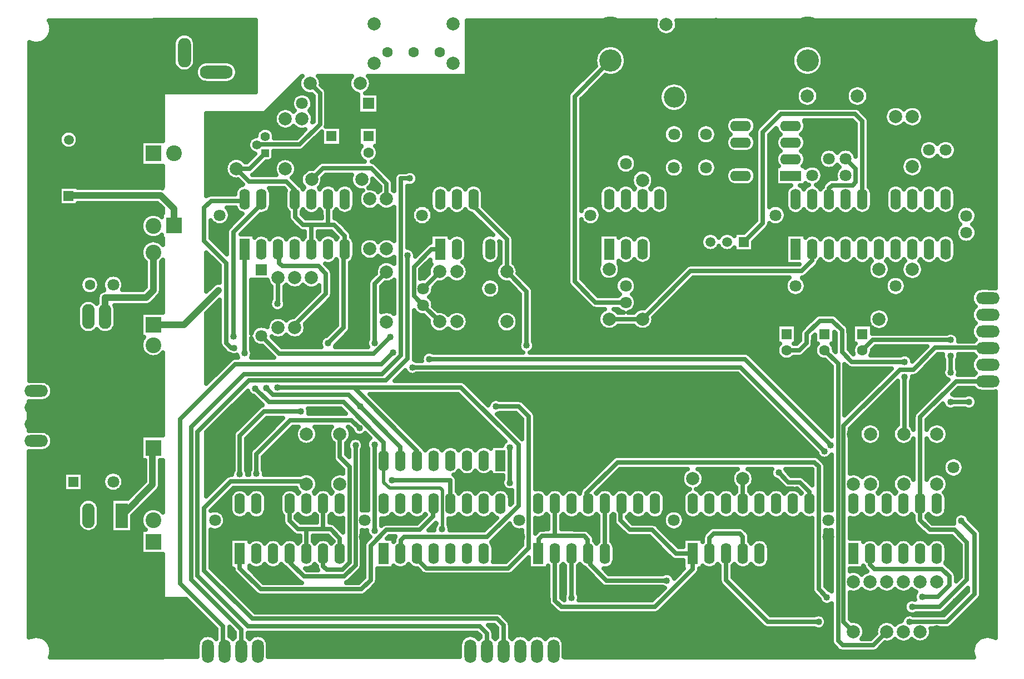
<source format=gbr>
G04 DipTrace 3.3.1.1*
G04 Bottom.gbr*
%MOMM*%
G04 #@! TF.FileFunction,Copper,L2,Bot*
G04 #@! TF.Part,Single*
%AMOUTLINE0*
4,1,4,
-0.5657,0.5657,
0.5657,0.5657,
0.5657,-0.5657,
-0.5657,-0.5657,
-0.5657,0.5657,
0*%
G04 #@! TA.AperFunction,Conductor*
%ADD13C,0.66*%
%ADD14C,1.0*%
%ADD15C,0.5*%
G04 #@! TA.AperFunction,CopperBalancing*
%ADD16C,0.635*%
G04 #@! TA.AperFunction,ComponentPad*
%ADD17C,1.8*%
%ADD18R,1.6X1.6*%
%ADD19C,1.6*%
%ADD20C,3.2*%
%ADD21R,1.5X1.5*%
%ADD22C,1.5*%
%ADD23R,1.8X1.8*%
%ADD24R,2.4X2.4*%
%ADD25C,2.4*%
%ADD26O,5.0X2.0*%
%ADD27O,4.5X2.0*%
%ADD28O,2.0X4.5*%
%ADD29C,4.5*%
%ADD30C,3.4*%
%ADD31C,1.4*%
%ADD32C,2.0*%
%ADD33C,2.0*%
%ADD34R,1.6X3.2*%
%ADD35O,1.6X3.2*%
%ADD36R,1.9X3.8*%
%ADD37O,1.9X3.8*%
%ADD38R,3.2X1.6*%
%ADD39O,3.2X1.6*%
%ADD40C,1.6*%
%ADD41O,3.6X1.8*%
%ADD42O,1.8X3.6*%
%ADD43C,1.8*%
G04 #@! TA.AperFunction,ViaPad*
%ADD44C,1.016*%
G04 #@! TA.AperFunction,ComponentPad*
%ADD101OUTLINE0*%
%FSLAX35Y35*%
G04*
G71*
G90*
G75*
G01*
G04 Bottom*
%LPD*%
X13097370Y9142487D2*
D14*
X13074420Y9119537D1*
Y8760343D1*
X6259707Y2993940D2*
D13*
X6230847D1*
Y2511647D1*
X6027770Y2308570D1*
X14598260Y6312637D2*
X14777620Y6133277D1*
X14947593D1*
X14957520Y6123350D1*
X4939077Y7380767D2*
X4952447Y7367397D1*
Y7172800D1*
X5002250Y7122997D1*
X5550073D1*
X5663907Y7009163D1*
Y6698947D1*
X5192477Y6227517D1*
Y6184437D1*
X10001053Y10258243D2*
X9454500Y9711690D1*
Y6888723D1*
X9773837Y6569387D1*
X10234600D1*
X7146440Y6782797D2*
X7395893Y7032250D1*
Y7037843D1*
X6945423Y8460780D2*
X6805490D1*
Y5760233D1*
X6520617Y5475360D1*
X4417143D1*
X3614080Y4672297D1*
Y2346550D1*
X4376587Y1584043D1*
Y1253833D1*
X4615567Y8972630D2*
X4619507Y8976570D1*
X5262450D1*
X5575483Y9289603D1*
Y9759340D1*
X5426313Y9908510D1*
X5193077Y8142767D2*
X5198540Y8137303D1*
Y7875067D1*
X5320493Y7753113D1*
X5447077D1*
X5701077D1*
X5789233D1*
X5955077Y7587270D1*
Y7380767D1*
X5701077Y8142767D2*
Y7753113D1*
X5447077Y7380767D2*
Y7753113D1*
X4303050Y8610307D2*
X4499037Y8414320D1*
X5066960D1*
X5193077Y8288203D1*
Y8142767D1*
X5955077Y7380767D2*
X5937137Y7362827D1*
Y6183273D1*
X5700750Y5946887D1*
X5116990Y3500257D2*
X5110020Y3493287D1*
Y3241530D1*
X5239103Y3112447D1*
X5370990D1*
X5624990D1*
X5736953D1*
X5878990Y2970410D1*
Y2738257D1*
X5624990Y3500257D2*
Y3112447D1*
X5370990Y2738257D2*
Y3112447D1*
X4742567Y8845630D2*
X4507243Y8610307D1*
X4303050D1*
X6908973Y7287660D2*
Y5712520D1*
X6578003Y5381550D1*
X4496847D1*
X3712577Y4597280D1*
Y2399913D1*
X4481243Y1631247D1*
X8011460D1*
X8118857Y1523850D1*
Y1254100D1*
X5370760Y3800693D2*
X5331593Y3839860D1*
X4215917D1*
X3809607Y3433550D1*
Y2480287D1*
X4543843Y1746050D1*
X8272657D1*
X8372857Y1645850D1*
Y1254100D1*
X14465653Y4562023D2*
X14479690Y4547987D1*
Y5429670D1*
Y5663773D2*
X13675730D1*
X13527137Y5812367D1*
Y6143690D1*
X13378547Y6292280D1*
X13187783D1*
X12985127Y6089623D1*
Y5948000D1*
X12875713Y5838587D1*
X12683590D1*
X13260910D2*
X13467013Y5632483D1*
Y1411747D1*
X13539230Y1339530D1*
X14000283D1*
X14208887Y1548133D1*
X4033330Y6755113D2*
D14*
X3506603Y6228387D1*
X3036937D1*
X1748337Y8193397D2*
X1755783Y8200843D1*
X3151030D1*
X3352017Y7999857D1*
Y7741307D1*
X2557700Y3320167D2*
X3026747Y3789213D1*
Y4363100D1*
X3036937Y4352910D1*
X5449207Y8444273D2*
D13*
X5621953Y8617020D1*
X6355770D1*
X6590360Y8382430D1*
Y8147243D1*
X5116990Y2738257D2*
X5128913D1*
Y2592097D1*
X5330770Y2390240D1*
X5942587D1*
X6117560Y2565213D1*
Y4389950D1*
X6408613Y5948323D2*
Y6854017D1*
X6590230Y7035633D1*
X5624990Y2738257D2*
X5611690Y2751557D1*
Y2671093D1*
X5624967D1*
Y2549890D1*
X5679587Y2495270D1*
X5922207D1*
X6029607Y2602670D1*
Y4061367D1*
X5879237Y4211737D1*
Y4562693D1*
X6547407Y4158140D2*
Y4437103D1*
X5934043Y5050467D1*
X4800083D1*
X4592030Y5258520D1*
X4427480Y5794000D2*
X4431077Y5790403D1*
Y7380767D1*
X7434930Y3114533D2*
D15*
X7440303Y3119907D1*
Y3702520D1*
X7406290Y3736533D1*
X6638507D1*
X6547407Y3827633D1*
Y4158140D1*
X4431077Y8142767D2*
D13*
X4407200Y8118890D1*
X3917757D1*
X3813773Y8014907D1*
Y7508860D1*
X4150317Y7172317D1*
Y5951580D1*
X4224380Y5877517D1*
X4267043D1*
X4756100Y5265167D2*
X4858150Y5163117D1*
X6008630D1*
X6187627Y4984120D1*
X6801407Y4370340D1*
Y4158140D1*
X7055280Y2738257D2*
X7072970Y2720567D1*
Y2641093D1*
X7197750Y2516313D1*
X8445540D1*
X8757487Y2828260D1*
Y4831627D1*
X8604993Y4984120D1*
X8254607D1*
X4685077Y8142767D2*
Y8067787D1*
X4258363Y7641073D1*
Y6050317D1*
X4929397Y5272820D2*
X6093880D1*
X7055407Y4311293D1*
Y4158140D1*
X6801280Y2738257D2*
X6804423Y2741400D1*
Y2942620D1*
X6856077Y2994273D1*
X8121547D1*
X8599330Y3472057D1*
Y4397487D1*
X7723997Y5272820D1*
X6093880D1*
X6409407Y3086270D2*
Y4404427D1*
X7309280Y3500257D2*
X7300757D1*
Y3307310D1*
X7094083Y3100637D1*
X6590253D1*
X6349597Y2859980D1*
Y2338100D1*
X6207333Y2195837D1*
X4674160D1*
X4354990Y2515007D1*
Y2738257D1*
X7563280Y3500257D2*
Y3854647D1*
X6673277D1*
X5284793Y4907607D2*
X4727550D1*
X4354990Y4535047D1*
Y3952207D1*
X6177333Y4652943D2*
X6055187Y4775090D1*
X5125960D1*
X4608990Y4258120D1*
Y3956933D1*
X9917307Y3500257D2*
Y2738257D1*
X11508733D2*
Y2979360D1*
X11577027Y3047653D1*
X11967940D1*
X12016733Y2998860D1*
Y2738257D1*
X8901307D2*
X8911223Y2748173D1*
Y2960803D1*
X8959243Y3008823D1*
X9155307D1*
X9599420D1*
X9656000Y2952243D1*
Y2745563D1*
X9663307Y2738257D1*
X9155307Y3500257D2*
Y3008823D1*
X9663307Y2738257D2*
X9690570Y2710993D1*
Y2575413D1*
X9936347Y2329637D1*
X10856433D1*
X8466970Y3819390D2*
Y4358057D1*
X10171307Y3500257D2*
X10154600Y3516963D1*
Y3245103D1*
X10298810Y3100893D1*
X10632870D1*
X10995507Y2738257D1*
X11254733D1*
Y2503623D1*
X10676270Y1925160D1*
X9251770D1*
X9155307Y2021623D1*
Y2738257D1*
X12564270Y3974450D2*
X12711037Y3827683D1*
X12882220D1*
X13032733Y3677170D1*
Y3500257D1*
X2303700Y6355347D2*
D14*
Y6641047D1*
X2927247D1*
X3039010Y6752810D1*
Y7331313D1*
X3036937Y7333387D1*
X12016693Y3881500D2*
D13*
X12016733Y3881460D1*
Y3500257D1*
X13350690Y4390783D2*
Y4402830D1*
X12048247Y5705273D1*
X7240973D1*
X4928813Y6547880D2*
X4938880Y6557947D1*
Y6946437D1*
X13259630Y4301020D2*
X11980330Y5580320D1*
X6983330D1*
X6647103Y6044307D2*
X6393657Y5790860D1*
X4954920D1*
X4684993Y6060787D1*
X15746220Y5365170D2*
X15261477D1*
X14717330Y4821023D1*
Y3500257D1*
X14593960Y1927257D2*
X15012410D1*
X15430050Y2344897D1*
Y2911480D1*
X15240660Y3100870D1*
X14863753D1*
X14717330Y3247293D1*
Y3500257D1*
X15746220Y5873170D2*
X15751760Y5878710D1*
X14946463D1*
X14613417Y5545663D1*
X14406547D1*
X13549623Y4688740D1*
Y1699983D1*
X13701473Y1548133D1*
X7914277Y8142767D2*
X7938107Y8118937D1*
Y8015160D1*
X8422477Y7530790D1*
Y7037837D1*
X4122587Y1253833D2*
X4097763Y1278657D1*
Y1632843D1*
X3448680Y2281927D1*
Y4790037D1*
X4286817Y5628173D1*
X6511347D1*
X6687797Y5804623D1*
X8723273Y5911753D2*
Y6737040D1*
X8422477Y7037837D1*
X7395893Y6275843D2*
X7146440Y6525297D1*
Y6528797D1*
X7007440Y6667797D1*
Y7113353D1*
X7274853Y7380767D1*
X7406277D1*
X9409203Y2065747D2*
Y2738153D1*
X9409307Y2738257D1*
X9663307Y3500257D2*
X9636620Y3526943D1*
Y3662637D1*
X10105363Y4131380D1*
X13110520D1*
X13173017Y4068883D1*
Y2197123D1*
X13296010Y2074130D1*
X14749110Y2079340D2*
X14983483D1*
X15162747Y2258603D1*
Y2392883D1*
X15049213Y2506417D1*
X14018260D1*
X13955330Y2569347D1*
Y2738257D1*
X11762733D2*
Y2332237D1*
X12396757Y1698213D1*
X13170793D1*
X14554480D2*
X15121697D1*
X15545607Y2122123D1*
Y3038773D1*
X15345090Y3239290D1*
X15461613Y5052333D2*
X15180613D1*
Y5501847D2*
Y5754093D1*
Y5996637D2*
X13995003D1*
X13836953Y5838587D1*
X12031960Y7491553D2*
X12317577Y7777170D1*
Y9165797D1*
X12594377Y9442597D1*
X13726740D1*
X13836467Y9332870D1*
Y8142767D1*
X13582533Y8760343D2*
X13732720Y8610157D1*
Y8401697D1*
X13689217Y8358193D1*
X13375527D1*
X13328467Y8311133D1*
Y8142767D1*
X9980550Y6315970D2*
X10488503D1*
X11220437Y7047903D1*
X12912700D1*
X13074463Y7209667D1*
Y7380767D1*
D44*
X6945423Y8460780D3*
X5700750Y5946887D3*
X6908973Y7287660D3*
X14479690Y5429670D3*
Y5663773D3*
X4033330Y6755113D3*
X6117560Y4389950D3*
X6408613Y5948323D3*
X4592030Y5258520D3*
X4427480Y5794000D3*
X7434930Y3114533D3*
X4267043Y5877517D3*
X4756100Y5265167D3*
X8254607Y4984120D3*
X6187627D3*
X4258363Y6050317D3*
X4929397Y5272820D3*
X6409407Y3086270D3*
Y4404427D3*
X6673277Y3854647D3*
X5284793Y4907607D3*
X4354990Y3952207D3*
X6177333Y4652943D3*
X4608990Y3956933D3*
X10856433Y2329637D3*
X8466970Y3819390D3*
Y4358057D3*
X12564270Y3974450D3*
X13350690Y4390783D3*
X7240973Y5705273D3*
X4928813Y6547880D3*
X13259630Y4301020D3*
X6983330Y5580320D3*
X6647103Y6044307D3*
X14593960Y1927257D3*
X6687797Y5804623D3*
X8723273Y5911753D3*
X9409203Y2065747D3*
X13296010Y2074130D3*
X14749110Y2079340D3*
X13170793Y1698213D3*
X14554480D3*
X15345090Y3239290D3*
X15461613Y5052333D3*
X15180613D3*
Y5501847D3*
Y5754093D3*
Y5996637D3*
X13097370Y9142487D3*
X6027770Y2308570D3*
X14957520Y6123350D3*
X15260660Y2010887D3*
X3363350Y1787143D3*
X7822760Y10807877D2*
D16*
X10676140D1*
X11023437D2*
X15515983D1*
X7822670Y10744710D2*
X10689447D1*
X11010220D2*
X15507600D1*
X7822670Y10681543D2*
X10736207D1*
X10963463D2*
X15516713D1*
X7822670Y10618377D2*
X15545790D1*
X7822670Y10555210D2*
X15607493D1*
X7822577Y10492043D2*
X9954173D1*
X10047993D2*
X12954147D1*
X13047967D2*
X15856597D1*
X7822577Y10428877D2*
X9829850D1*
X10172317D2*
X12829827D1*
X13172290D2*
X15856597D1*
X7822577Y10365710D2*
X9783183D1*
X10218983D2*
X12783160D1*
X13218957D2*
X15856597D1*
X7822487Y10302543D2*
X9761583D1*
X10240493D2*
X12761557D1*
X13240560D2*
X15856597D1*
X7822487Y10239377D2*
X9758120D1*
X10243957D2*
X12758183D1*
X13243930D2*
X15856597D1*
X7822487Y10176210D2*
X9770880D1*
X10230103D2*
X12772040D1*
X13230077D2*
X15856597D1*
X7822487Y10113043D2*
X9707717D1*
X10195103D2*
X12807040D1*
X13195077D2*
X15856597D1*
X7821940Y10049877D2*
X9644460D1*
X10120910D2*
X12881140D1*
X13120977D2*
X15856597D1*
X5580573Y9986710D2*
X6034083D1*
X6342550D2*
X9581297D1*
X9877733D2*
X15856597D1*
X5207877Y9923543D2*
X5253327D1*
X5599257D2*
X6015307D1*
X6361237D2*
X9518133D1*
X9814570D2*
X10921960D1*
X11017513D2*
X15856597D1*
X5144347Y9860377D2*
X5259707D1*
X5622590D2*
X6021780D1*
X6354857D2*
X9454970D1*
X9751407D2*
X10802287D1*
X11137187D2*
X12905477D1*
X13092903D2*
X13667457D1*
X13854883D2*
X15856597D1*
X5080820Y9797210D2*
X5295073D1*
X5674727D2*
X6057053D1*
X6319583D2*
X9391803D1*
X9688240D2*
X10757897D1*
X11181573D2*
X12845683D1*
X13152693D2*
X13607663D1*
X13914763D2*
X15856597D1*
X5017383Y9734043D2*
X5209397D1*
X5398737D2*
X5452573D1*
X5682110D2*
X6150477D1*
X6477720D2*
X9350423D1*
X9625077D2*
X10738667D1*
X11200807D2*
X12826363D1*
X13172017D2*
X13588340D1*
X13933997D2*
X15856597D1*
X4953853Y9670877D2*
X5155437D1*
X5682110D2*
X6150477D1*
X6477720D2*
X9347873D1*
X9561913D2*
X10737937D1*
X11201443D2*
X12832197D1*
X13166093D2*
X13594267D1*
X13928163D2*
X15856597D1*
X4890323Y9607710D2*
X5140490D1*
X5682110D2*
X6150477D1*
X6477720D2*
X9347873D1*
X9561183D2*
X10755710D1*
X11183763D2*
X12866830D1*
X13131550D2*
X13628810D1*
X13893620D2*
X15856597D1*
X4826887Y9544543D2*
X5152063D1*
X5682110D2*
X6150477D1*
X6477720D2*
X9347873D1*
X9561183D2*
X10797637D1*
X11141837D2*
X14249603D1*
X14437943D2*
X14504083D1*
X14691967D2*
X15856597D1*
X4763360Y9481377D2*
X4919280D1*
X5434467D2*
X5468887D1*
X5682110D2*
X6150477D1*
X6477720D2*
X9347873D1*
X9561183D2*
X10901453D1*
X11038020D2*
X12485020D1*
X13836107D2*
X14190087D1*
X14751573D2*
X15856597D1*
X3853907Y9418210D2*
X4883367D1*
X5682110D2*
X9347873D1*
X9561183D2*
X12421767D1*
X13899270D2*
X14170947D1*
X14770807D2*
X15856597D1*
X3853907Y9355043D2*
X4876623D1*
X5682110D2*
X9347873D1*
X9561183D2*
X11783743D1*
X12185547D2*
X12358600D1*
X13940650D2*
X14176870D1*
X14764883D2*
X15856597D1*
X3853907Y9291877D2*
X4894943D1*
X5682110D2*
X9347873D1*
X9561183D2*
X11754030D1*
X12215350D2*
X12295437D1*
X12977330D2*
X13729253D1*
X13943110D2*
X14211597D1*
X14730247D2*
X15856597D1*
X3853907Y9228710D2*
X4689410D1*
X4795717D2*
X4952363D1*
X5146990D2*
X5206753D1*
X5903957D2*
X6160410D1*
X6467693D2*
X9347873D1*
X9561183D2*
X10837197D1*
X11100363D2*
X11325007D1*
X11588813D2*
X11754943D1*
X12976420D2*
X13729800D1*
X13943110D2*
X15856597D1*
X3853907Y9165543D2*
X4615763D1*
X4869360D2*
X5303277D1*
X5903957D2*
X6160410D1*
X6467693D2*
X9347873D1*
X9561183D2*
X10808393D1*
X11129167D2*
X11296480D1*
X11617343D2*
X11787390D1*
X12181900D2*
X12210947D1*
X12465547D2*
X12549370D1*
X12943970D2*
X13729800D1*
X13943110D2*
X15856597D1*
X3853907Y9102377D2*
X4564357D1*
X4886223D2*
X5240113D1*
X5536457D2*
X5596673D1*
X5903957D2*
X6160410D1*
X6467693D2*
X9347873D1*
X9561183D2*
X10808303D1*
X11129347D2*
X11296480D1*
X11617343D2*
X11784837D1*
X12184453D2*
X12210947D1*
X12424257D2*
X12546910D1*
X12946430D2*
X13729800D1*
X13943110D2*
X15856597D1*
X3853907Y9039210D2*
X4489160D1*
X5473293D2*
X5596673D1*
X5903957D2*
X6160410D1*
X6467693D2*
X9347873D1*
X9561183D2*
X10836557D1*
X11101003D2*
X11325007D1*
X11588813D2*
X11754303D1*
X12424257D2*
X12516283D1*
X12977057D2*
X13729800D1*
X13943110D2*
X14790647D1*
X14915363D2*
X15044123D1*
X15169203D2*
X15856597D1*
X3853907Y8976043D2*
X4471933D1*
X5410130D2*
X5596673D1*
X5903957D2*
X6160410D1*
X6467693D2*
X9347873D1*
X9561183D2*
X11754670D1*
X12424257D2*
X12516647D1*
X12976693D2*
X13729800D1*
X13943110D2*
X14713537D1*
X15246223D2*
X15856597D1*
X3853907Y8912877D2*
X4485607D1*
X5346967D2*
X6172897D1*
X6455207D2*
X9347873D1*
X9561183D2*
X11786207D1*
X12183087D2*
X12210947D1*
X12424257D2*
X12548183D1*
X12945063D2*
X13283367D1*
X13372813D2*
X13537753D1*
X13627290D2*
X13729800D1*
X13943110D2*
X14690660D1*
X15269010D2*
X15856597D1*
X3853907Y8849710D2*
X4548040D1*
X4872733D2*
X6160503D1*
X6467693D2*
X9347873D1*
X9561183D2*
X12210947D1*
X12424257D2*
X12548003D1*
X12945337D2*
X13192313D1*
X13943110D2*
X14695217D1*
X15264453D2*
X15856597D1*
X3853907Y8786543D2*
X4535280D1*
X4872733D2*
X6176543D1*
X6451653D2*
X9347873D1*
X9561183D2*
X10104657D1*
X10363177D2*
X12210947D1*
X12424257D2*
X12516557D1*
X12976783D2*
X13166700D1*
X13943110D2*
X14510920D1*
X14685037D2*
X14730123D1*
X15229453D2*
X15856597D1*
X3853997Y8723377D2*
X4173433D1*
X4432680D2*
X4472117D1*
X4820143D2*
X4923017D1*
X5176340D2*
X6238797D1*
X6389400D2*
X9347873D1*
X9561183D2*
X10074213D1*
X10393620D2*
X10838197D1*
X11097537D2*
X11325920D1*
X11585990D2*
X12210947D1*
X12424257D2*
X12516373D1*
X12976967D2*
X13168887D1*
X13943110D2*
X14446570D1*
X14749387D2*
X15856597D1*
X3853997Y8660210D2*
X4137063D1*
X4705300D2*
X4884733D1*
X5214713D2*
X5516920D1*
X6460767D2*
X9347873D1*
X9561183D2*
X10072847D1*
X10394987D2*
X10808030D1*
X11127707D2*
X11296023D1*
X11615883D2*
X12210947D1*
X12424257D2*
X12547090D1*
X12946250D2*
X13035450D1*
X13113410D2*
X13200423D1*
X13943110D2*
X14425607D1*
X14770443D2*
X15856597D1*
X3853997Y8597043D2*
X4129957D1*
X4642133D2*
X4876350D1*
X5223007D2*
X5374643D1*
X6523930D2*
X9347873D1*
X9561183D2*
X10099460D1*
X10368370D2*
X10449280D1*
X10526967D2*
X10806843D1*
X11128893D2*
X11295020D1*
X11616887D2*
X11787117D1*
X12182173D2*
X12210947D1*
X12424257D2*
X12513003D1*
X13209297D2*
X13447703D1*
X13943110D2*
X14429980D1*
X14766067D2*
X15856597D1*
X3853997Y8533877D2*
X4147910D1*
X4578513D2*
X4892937D1*
X5206420D2*
X5301543D1*
X6587097D2*
X6730437D1*
X7044557D2*
X9347873D1*
X9561183D2*
X10197897D1*
X10269933D2*
X10348380D1*
X10627863D2*
X10833823D1*
X11101913D2*
X11322273D1*
X11589633D2*
X11754850D1*
X12424257D2*
X12513003D1*
X13235637D2*
X13421363D1*
X13943110D2*
X14462337D1*
X14733620D2*
X15856597D1*
X3853997Y8470710D2*
X4204513D1*
X5158750D2*
X5277663D1*
X5623867D2*
X6039643D1*
X6650260D2*
X6699357D1*
X7069440D2*
X9347873D1*
X9561183D2*
X10318757D1*
X10657487D2*
X10934903D1*
X11000833D2*
X11425723D1*
X11486183D2*
X11754030D1*
X12424257D2*
X12513003D1*
X13233997D2*
X13423003D1*
X13943110D2*
X15856597D1*
X3853997Y8407543D2*
X4357637D1*
X5221913D2*
X5279670D1*
X5618763D2*
X6041647D1*
X6380740D2*
X6417077D1*
X7057227D2*
X9347873D1*
X9561183D2*
X10316387D1*
X10659857D2*
X11784017D1*
X12185273D2*
X12210947D1*
X12424257D2*
X12513003D1*
X13203190D2*
X13276713D1*
X13943110D2*
X15856597D1*
X3853997Y8344377D2*
X4341597D1*
X5282527D2*
X5308653D1*
X5589777D2*
X5611673D1*
X5790480D2*
X5865647D1*
X6044503D2*
X6070633D1*
X6351757D2*
X6480243D1*
X6971640D2*
X7316870D1*
X7495730D2*
X7570803D1*
X7749753D2*
X7824827D1*
X8003683D2*
X9347873D1*
X9561183D2*
X9891010D1*
X10069960D2*
X10145033D1*
X10831940D2*
X12210947D1*
X12424257D2*
X12731023D1*
X12909883D2*
X12985047D1*
X13163907D2*
X13227493D1*
X13943110D2*
X14254980D1*
X14433930D2*
X14509003D1*
X14687953D2*
X14763030D1*
X14941887D2*
X15017053D1*
X15195910D2*
X15856597D1*
X3853997Y8281210D2*
X4289553D1*
X4826613D2*
X5051530D1*
X6096640D2*
X6167520D1*
X6444087D2*
X6483707D1*
X6912120D2*
X7264733D1*
X8055820D2*
X9347873D1*
X9561183D2*
X9838967D1*
X10883983D2*
X12210947D1*
X12424257D2*
X12678887D1*
X13978020D2*
X14202937D1*
X15248047D2*
X15856597D1*
X3853997Y8218043D2*
X3896350D1*
X4838737D2*
X5039410D1*
X6108763D2*
X6177637D1*
X6912120D2*
X7252613D1*
X8067943D2*
X9347873D1*
X9561183D2*
X9826843D1*
X10896107D2*
X12210947D1*
X12424257D2*
X12666857D1*
X13990143D2*
X14190813D1*
X15260077D2*
X15856597D1*
X4838737Y8154877D2*
X5039410D1*
X6108763D2*
X6162507D1*
X6912120D2*
X7252613D1*
X8067943D2*
X9347873D1*
X9561183D2*
X9826843D1*
X10896107D2*
X12210947D1*
X12424257D2*
X12666857D1*
X13990143D2*
X14190813D1*
X15260077D2*
X15856597D1*
X4838737Y8091710D2*
X5039410D1*
X6108763D2*
X6172260D1*
X6912120D2*
X7252613D1*
X8067943D2*
X9347873D1*
X9561183D2*
X9826843D1*
X10896107D2*
X12210947D1*
X12424257D2*
X12666857D1*
X13990143D2*
X14190813D1*
X15260077D2*
X15856597D1*
X4834727Y8028543D2*
X5043510D1*
X6104660D2*
X6212910D1*
X6912120D2*
X7034500D1*
X7231680D2*
X7256713D1*
X8072863D2*
X9347873D1*
X9561183D2*
X9598613D1*
X9795793D2*
X9830853D1*
X10892097D2*
X12210947D1*
X12612290D2*
X12670867D1*
X13986040D2*
X14194827D1*
X15256067D2*
X15342443D1*
X15499063D2*
X15856597D1*
X4199167Y7965377D2*
X4314253D1*
X4801913D2*
X5076230D1*
X5309960D2*
X5330187D1*
X5563893D2*
X5584217D1*
X5817917D2*
X5838210D1*
X6071940D2*
X6698810D1*
X6912120D2*
X6983183D1*
X7523163D2*
X7543457D1*
X7777097D2*
X7797390D1*
X8136027D2*
X9347873D1*
X10097303D2*
X10117557D1*
X10351327D2*
X10371663D1*
X10605350D2*
X10625677D1*
X10859283D2*
X12210947D1*
X12663607D2*
X12703587D1*
X12937317D2*
X12957577D1*
X13191340D2*
X13211637D1*
X13445273D2*
X13465660D1*
X13699297D2*
X13719590D1*
X13953320D2*
X14227637D1*
X14461277D2*
X14481600D1*
X14715300D2*
X14735617D1*
X14969323D2*
X14989690D1*
X15223347D2*
X15277090D1*
X15564413D2*
X15856597D1*
X4212837Y7902210D2*
X4371310D1*
X4667657D2*
X5091910D1*
X5319620D2*
X5594397D1*
X5807707D2*
X6698810D1*
X6912120D2*
X6969420D1*
X7296757D2*
X7902847D1*
X8199283D2*
X9347873D1*
X9860870D2*
X12210947D1*
X12677370D2*
X15257677D1*
X15583827D2*
X15856597D1*
X4200077Y7839043D2*
X4308147D1*
X4604490D2*
X5098563D1*
X5847263D2*
X6698810D1*
X6912120D2*
X6982183D1*
X7283907D2*
X7966010D1*
X8262447D2*
X9347873D1*
X9848110D2*
X12210947D1*
X12664610D2*
X15265150D1*
X15576353D2*
X15856597D1*
X3920443Y7775877D2*
X3947753D1*
X4150677D2*
X4244980D1*
X4541327D2*
X5149513D1*
X5914620D2*
X6698810D1*
X6912120D2*
X7031583D1*
X7234597D2*
X8029173D1*
X8325610D2*
X9347873D1*
X9561183D2*
X9595790D1*
X9798710D2*
X12168107D1*
X12615207D2*
X15304800D1*
X15536703D2*
X15856597D1*
X3920443Y7712710D2*
X4181817D1*
X4478163D2*
X5212677D1*
X5977787D2*
X6698810D1*
X6912120D2*
X8092337D1*
X8388777D2*
X9347873D1*
X9561183D2*
X12104943D1*
X12400740D2*
X15277820D1*
X15563683D2*
X15856597D1*
X3920443Y7649543D2*
X4152103D1*
X4415000D2*
X5340463D1*
X5553683D2*
X5744603D1*
X6040037D2*
X6698810D1*
X6912120D2*
X8155503D1*
X8451940D2*
X9347873D1*
X9561183D2*
X12041780D1*
X12338123D2*
X15257860D1*
X15583737D2*
X15856597D1*
X3920443Y7586377D2*
X4151740D1*
X4768370D2*
X4855840D1*
X5022303D2*
X5109773D1*
X5276327D2*
X5340463D1*
X5553683D2*
X5617820D1*
X5784373D2*
X5807767D1*
X6061730D2*
X6698810D1*
X6912120D2*
X7252613D1*
X7743553D2*
X8085047D1*
X8512277D2*
X9347873D1*
X9561183D2*
X9826843D1*
X10317787D2*
X10405253D1*
X10571717D2*
X11411503D1*
X11636393D2*
X11665530D1*
X12274960D2*
X12666857D1*
X13157707D2*
X13245177D1*
X13411730D2*
X13499200D1*
X13665753D2*
X13753223D1*
X13919777D2*
X14007157D1*
X14173710D2*
X14261180D1*
X14427733D2*
X14515203D1*
X14681757D2*
X14769227D1*
X14935780D2*
X15023160D1*
X15189713D2*
X15264697D1*
X15576810D2*
X15856597D1*
X3947603Y7523210D2*
X4151740D1*
X6094817D2*
X6233420D1*
X6438620D2*
X6489357D1*
X6912120D2*
X7252613D1*
X7800063D2*
X8028537D1*
X8529140D2*
X9347873D1*
X9561183D2*
X9826843D1*
X10628230D2*
X11378873D1*
X12211797D2*
X12666857D1*
X15246223D2*
X15303433D1*
X15538073D2*
X15856597D1*
X4010767Y7460043D2*
X4151740D1*
X6108763D2*
X6179460D1*
X6912120D2*
X7207040D1*
X7813920D2*
X8014683D1*
X8529140D2*
X9347873D1*
X9561183D2*
X9826843D1*
X10642083D2*
X11378873D1*
X12180623D2*
X12666857D1*
X15260077D2*
X15856597D1*
X4073930Y7396877D2*
X4151740D1*
X6108763D2*
X6162690D1*
X6960247D2*
X7142780D1*
X7813920D2*
X8014683D1*
X8529140D2*
X9347873D1*
X9561183D2*
X9826843D1*
X10642083D2*
X11411413D1*
X11636573D2*
X11665347D1*
X12180623D2*
X12666857D1*
X15260077D2*
X15856597D1*
X6108763Y7333710D2*
X6170893D1*
X7024050D2*
X7079617D1*
X7813920D2*
X8014683D1*
X8529140D2*
X9347873D1*
X9561183D2*
X9826843D1*
X10642083D2*
X12666857D1*
X15260077D2*
X15856597D1*
X3854087Y7270543D2*
X3903913D1*
X6105573D2*
X6208993D1*
X7810820D2*
X8017780D1*
X8529140D2*
X9347873D1*
X9561183D2*
X9826843D1*
X10638983D2*
X12666857D1*
X15256980D2*
X15856597D1*
X3854087Y7207377D2*
X3967077D1*
X6075313D2*
X6698810D1*
X7780560D2*
X8048040D1*
X8288513D2*
X8315827D1*
X8529140D2*
X9347873D1*
X9561183D2*
X9826843D1*
X10608723D2*
X12666857D1*
X15226717D2*
X15856597D1*
X3854180Y7144210D2*
X4030243D1*
X5677003D2*
X5830463D1*
X6043777D2*
X6456637D1*
X7186470D2*
X7260450D1*
X7796510D2*
X8287027D1*
X8557943D2*
X9347873D1*
X9561183D2*
X9820553D1*
X10140507D2*
X11186100D1*
X13156797D2*
X13931230D1*
X14249907D2*
X14439733D1*
X14756770D2*
X15856597D1*
X3854180Y7081043D2*
X4043640D1*
X5740170D2*
X5830463D1*
X6043777D2*
X6422910D1*
X7123307D2*
X7227910D1*
X7828957D2*
X8254487D1*
X8590480D2*
X9347873D1*
X9561183D2*
X9806973D1*
X10154180D2*
X11105437D1*
X13093997D2*
X13917013D1*
X14264127D2*
X14424787D1*
X14771810D2*
X15856597D1*
X3854180Y7017877D2*
X4043640D1*
X5770157D2*
X5830463D1*
X6043777D2*
X6417533D1*
X7114100D2*
X7223447D1*
X7833423D2*
X8250020D1*
X8594947D2*
X9347873D1*
X9561183D2*
X9818093D1*
X10143060D2*
X11042273D1*
X13030833D2*
X13927587D1*
X14253647D2*
X14434540D1*
X14761967D2*
X15856597D1*
X3854180Y6954710D2*
X4043640D1*
X5770520D2*
X5830463D1*
X6043777D2*
X6361113D1*
X7114100D2*
X7170217D1*
X7812550D2*
X8270983D1*
X8653827D2*
X9347873D1*
X9561183D2*
X9861113D1*
X10100037D2*
X10141660D1*
X10327537D2*
X10979017D1*
X12956093D2*
X13969513D1*
X14211627D2*
X14254890D1*
X14433750D2*
X14475280D1*
X14721223D2*
X15856597D1*
X3854180Y6891543D2*
X4043640D1*
X4537680D2*
X4774540D1*
X5770520D2*
X5830463D1*
X6043777D2*
X6309253D1*
X7483333D2*
X7573537D1*
X7748477D2*
X8048770D1*
X8288060D2*
X8334970D1*
X8716990D2*
X9347873D1*
X9599830D2*
X10086517D1*
X10382680D2*
X10915853D1*
X11212290D2*
X12672690D1*
X12966667D2*
X14197377D1*
X14491353D2*
X15856597D1*
X3854180Y6828377D2*
X3934357D1*
X4537680D2*
X4814003D1*
X5770520D2*
X5830463D1*
X6043777D2*
X6301960D1*
X6531133D2*
X6698810D1*
X7340233D2*
X8011673D1*
X8325157D2*
X8483720D1*
X8780157D2*
X9368017D1*
X9662993D2*
X10071023D1*
X10398177D2*
X10852690D1*
X11149127D2*
X12656193D1*
X12983163D2*
X14180880D1*
X14507850D2*
X15856597D1*
X4537680Y6765210D2*
X4832233D1*
X5045547D2*
X5557300D1*
X5770520D2*
X5830463D1*
X6043777D2*
X6301960D1*
X6515273D2*
X6698810D1*
X7309063D2*
X8005750D1*
X8331080D2*
X8546883D1*
X8825910D2*
X9429813D1*
X9726157D2*
X10082143D1*
X10387057D2*
X10789527D1*
X11085963D2*
X12666310D1*
X12973047D2*
X14190997D1*
X14497733D2*
X15561373D1*
X4537680Y6702043D2*
X4832233D1*
X5045547D2*
X5518837D1*
X5770520D2*
X5830463D1*
X6043777D2*
X6301960D1*
X6515273D2*
X6698810D1*
X7287733D2*
X8026897D1*
X8309933D2*
X8610047D1*
X8829920D2*
X9492977D1*
X9789323D2*
X10128170D1*
X10341027D2*
X10726363D1*
X11022800D2*
X12710607D1*
X12928840D2*
X14235203D1*
X14453437D2*
X15507507D1*
X4537680Y6638877D2*
X4832233D1*
X5045547D2*
X5455670D1*
X5750560D2*
X5830463D1*
X6043777D2*
X6301960D1*
X6515273D2*
X6698810D1*
X7265130D2*
X8097807D1*
X8239023D2*
X8616610D1*
X8829920D2*
X9556140D1*
X10382043D2*
X10663197D1*
X10959633D2*
X15492650D1*
X4537680Y6575710D2*
X4807717D1*
X5049920D2*
X5392507D1*
X5688853D2*
X5830463D1*
X6043777D2*
X6301960D1*
X6515273D2*
X6698810D1*
X7302953D2*
X8616610D1*
X8829920D2*
X9619303D1*
X10398087D2*
X10600033D1*
X10896470D2*
X15504227D1*
X3963007Y6512543D2*
X4043640D1*
X4537680D2*
X4809813D1*
X5047823D2*
X5329343D1*
X5625690D2*
X5830463D1*
X6043777D2*
X6301960D1*
X6515273D2*
X6698810D1*
X7309243D2*
X8616610D1*
X8829920D2*
X9682470D1*
X10387603D2*
X10536870D1*
X10833217D2*
X15551350D1*
X3899843Y6449377D2*
X4043640D1*
X4537680D2*
X4857300D1*
X5000337D2*
X5266180D1*
X5562527D2*
X5830463D1*
X6043777D2*
X6301960D1*
X6515273D2*
X6698810D1*
X7370587D2*
X8616610D1*
X8829920D2*
X9873237D1*
X10087823D2*
X10126530D1*
X10342670D2*
X10381193D1*
X10770050D2*
X13985280D1*
X14195950D2*
X15508147D1*
X3854270Y6386210D2*
X4043640D1*
X4537680D2*
X5203017D1*
X5499360D2*
X5830463D1*
X6043777D2*
X6301960D1*
X7015573D2*
X7073693D1*
X7793047D2*
X8290397D1*
X8554570D2*
X8616610D1*
X8829920D2*
X9822377D1*
X10706887D2*
X13146283D1*
X13420027D2*
X13933053D1*
X14248087D2*
X15492650D1*
X3854270Y6323043D2*
X4043640D1*
X4537680D2*
X4838887D1*
X5038893D2*
X5092457D1*
X5436197D2*
X5830463D1*
X6043777D2*
X6301960D1*
X7015573D2*
X7200477D1*
X7827863D2*
X8255670D1*
X8589297D2*
X8616610D1*
X8829920D2*
X9807063D1*
X10661953D2*
X13070360D1*
X13495950D2*
X13917197D1*
X14264037D2*
X15503680D1*
X3854270Y6259877D2*
X4043640D1*
X4537680D2*
X4783197D1*
X5373033D2*
X5830463D1*
X6043777D2*
X6301960D1*
X7015573D2*
X7222990D1*
X7833880D2*
X8249563D1*
X8595313D2*
X8616610D1*
X8829920D2*
X9816637D1*
X10652473D2*
X13007197D1*
X13559113D2*
X13926127D1*
X14255013D2*
X15549707D1*
X3854270Y6196710D2*
X4043640D1*
X4537680D2*
X4599447D1*
X5365650D2*
X5802390D1*
X6043777D2*
X6301960D1*
X7015573D2*
X7242130D1*
X7814740D2*
X8268707D1*
X8576263D2*
X8616610D1*
X8829920D2*
X9856920D1*
X10104230D2*
X10364877D1*
X10612187D2*
X12529957D1*
X12837240D2*
X12944030D1*
X13618633D2*
X13683313D1*
X14215730D2*
X15508783D1*
X3854270Y6133543D2*
X4043640D1*
X5358177D2*
X5739227D1*
X6030560D2*
X6301960D1*
X7015573D2*
X7301557D1*
X7490170D2*
X7566700D1*
X7755313D2*
X8328133D1*
X8516837D2*
X8616610D1*
X8829920D2*
X12529957D1*
X12837240D2*
X12888613D1*
X13633763D2*
X13683313D1*
X13990597D2*
X15492743D1*
X3854270Y6070377D2*
X4043640D1*
X5321170D2*
X5676063D1*
X5972407D2*
X6301960D1*
X7015573D2*
X8616610D1*
X8829920D2*
X12529957D1*
X12837240D2*
X12878497D1*
X13633763D2*
X13683313D1*
X15279217D2*
X15503223D1*
X3854270Y6007210D2*
X4043640D1*
X4886770D2*
X5592847D1*
X5909243D2*
X6299863D1*
X7015573D2*
X8616610D1*
X8829920D2*
X12529957D1*
X12837240D2*
X12878497D1*
X13633763D2*
X13683313D1*
X15304557D2*
X15548160D1*
X3854270Y5944043D2*
X4044003D1*
X4537680D2*
X4573197D1*
X4949933D2*
X5576350D1*
X5846080D2*
X6284280D1*
X7015573D2*
X8603303D1*
X8843230D2*
X12529957D1*
X13633763D2*
X13683313D1*
X3854270Y5880877D2*
X4072807D1*
X4537680D2*
X4716753D1*
X7015573D2*
X8602937D1*
X8843593D2*
X12536153D1*
X13066013D2*
X13113470D1*
X13633763D2*
X13689513D1*
X14027420D2*
X14800490D1*
X3854270Y5817710D2*
X4135970D1*
X4549530D2*
X4779917D1*
X7015573D2*
X7198563D1*
X7283450D2*
X8645503D1*
X8801027D2*
X12531413D1*
X13003033D2*
X13108730D1*
X13989140D2*
X14737327D1*
X3854270Y5754543D2*
X4309787D1*
X4545157D2*
X4843080D1*
X7015573D2*
X7127287D1*
X12147173D2*
X12556297D1*
X12936770D2*
X13133613D1*
X14561537D2*
X14674070D1*
X14970507D2*
X15056153D1*
X15305013D2*
X15546610D1*
X3854270Y5691377D2*
X4201870D1*
X7029790D2*
X7117350D1*
X12210337D2*
X13249733D1*
X14907343D2*
X15074017D1*
X15287240D2*
X15510150D1*
X3854270Y5628210D2*
X4138707D1*
X12273503D2*
X13323107D1*
X14844180D2*
X15074017D1*
X15287240D2*
X15492833D1*
X3854360Y5565043D2*
X4075540D1*
X12336667D2*
X13360387D1*
X13573697D2*
X13651780D1*
X14781013D2*
X15074017D1*
X15287240D2*
X15502220D1*
X3854360Y5501877D2*
X4012377D1*
X6846497D2*
X6888667D1*
X12399830D2*
X13360387D1*
X13573697D2*
X14214603D1*
X14717850D2*
X15056153D1*
X15305013D2*
X15545060D1*
X3854360Y5438710D2*
X3949213D1*
X6783333D2*
X11973783D1*
X12462993D2*
X13360387D1*
X13573697D2*
X14151440D1*
X14603827D2*
X15074473D1*
X3854360Y5375543D2*
X3886050D1*
X6720170D2*
X12036947D1*
X12526157D2*
X13360387D1*
X13573697D2*
X14088277D1*
X14590977D2*
X15123693D1*
X7832603Y5312377D2*
X12100113D1*
X12589323D2*
X13360387D1*
X13573697D2*
X14025113D1*
X14321457D2*
X14373017D1*
X14586327D2*
X15060530D1*
X7895767Y5249210D2*
X12163277D1*
X12652487D2*
X13360387D1*
X13573697D2*
X13961947D1*
X14258293D2*
X14373017D1*
X14586327D2*
X14997363D1*
X15293710D2*
X15543600D1*
X4449543Y5186043D2*
X4492443D1*
X7958930D2*
X12226440D1*
X12715650D2*
X13360387D1*
X13573697D2*
X13898783D1*
X14195130D2*
X14373017D1*
X14586327D2*
X14934200D1*
X15230547D2*
X15856597D1*
X4386380Y5122877D2*
X4579487D1*
X6392043D2*
X7725750D1*
X8022097D2*
X12289603D1*
X12778813D2*
X13360387D1*
X13573697D2*
X13835620D1*
X14131967D2*
X14373017D1*
X14586327D2*
X14871037D1*
X15562680D2*
X15856597D1*
X4323217Y5059710D2*
X4642650D1*
X6455207D2*
X7788913D1*
X8085260D2*
X8157507D1*
X8677253D2*
X12352767D1*
X12841980D2*
X13360387D1*
X13573697D2*
X13772457D1*
X14068800D2*
X14373017D1*
X14586327D2*
X14807873D1*
X15585833D2*
X15856597D1*
X4260050Y4996543D2*
X4674827D1*
X6518370D2*
X7852077D1*
X8740780D2*
X12415933D1*
X12905143D2*
X13360387D1*
X13573697D2*
X13709200D1*
X14005637D2*
X14373017D1*
X14586327D2*
X14744707D1*
X15041053D2*
X15070187D1*
X15572070D2*
X15856597D1*
X4196887Y4933377D2*
X4605100D1*
X5406393D2*
X5902923D1*
X6581537D2*
X7915243D1*
X8803943D2*
X12479097D1*
X12968307D2*
X13360387D1*
X13573697D2*
X13646037D1*
X13942473D2*
X14373017D1*
X14586327D2*
X14681543D1*
X14977890D2*
X15856597D1*
X4133723Y4870210D2*
X4541933D1*
X6644700D2*
X7978407D1*
X8292070D2*
X8570763D1*
X8856443D2*
X12542260D1*
X13031470D2*
X13360387D1*
X13879310D2*
X14373017D1*
X14586327D2*
X14623577D1*
X14914727D2*
X15856597D1*
X4070560Y4807043D2*
X4478770D1*
X4775207D2*
X5009697D1*
X6707863D2*
X8041570D1*
X8337917D2*
X8633927D1*
X8864100D2*
X12605423D1*
X13094633D2*
X13360387D1*
X13816147D2*
X14373017D1*
X14586327D2*
X14610723D1*
X14851563D2*
X15856597D1*
X4007397Y4743877D2*
X4415607D1*
X4712043D2*
X4946530D1*
X6771027D2*
X8104733D1*
X8401080D2*
X8650880D1*
X8864100D2*
X12668587D1*
X13157800D2*
X13360387D1*
X13752980D2*
X14373017D1*
X14586327D2*
X14610723D1*
X14823943D2*
X15856597D1*
X3944230Y4680710D2*
X4352443D1*
X4648880D2*
X4883367D1*
X6834193D2*
X8167897D1*
X8464243D2*
X8650880D1*
X8864100D2*
X12731753D1*
X13220963D2*
X13360387D1*
X13689817D2*
X13833340D1*
X14081837D2*
X14341387D1*
X14589883D2*
X14610723D1*
X14823943D2*
X14847247D1*
X15095560D2*
X15856597D1*
X3881067Y4617543D2*
X4289280D1*
X4585623D2*
X4820203D1*
X5116640D2*
X5206387D1*
X5535180D2*
X5714800D1*
X6897357D2*
X8231063D1*
X8527500D2*
X8650880D1*
X8864100D2*
X12794917D1*
X13284127D2*
X13360387D1*
X13656277D2*
X13793420D1*
X14121757D2*
X14301467D1*
X15135573D2*
X15856597D1*
X3854453Y4554377D2*
X4250267D1*
X4522460D2*
X4757040D1*
X5053383D2*
X5197363D1*
X5544203D2*
X5705777D1*
X6052707D2*
X6105907D1*
X6248763D2*
X6281910D1*
X6960520D2*
X8294227D1*
X8590663D2*
X8650880D1*
X8864100D2*
X12858080D1*
X13656277D2*
X13784123D1*
X14131053D2*
X14292170D1*
X15144870D2*
X15856597D1*
X3854453Y4491210D2*
X4248353D1*
X4461667D2*
X4693873D1*
X4990220D2*
X5213133D1*
X5528347D2*
X5721637D1*
X6184687D2*
X6323017D1*
X7023683D2*
X8357390D1*
X8864100D2*
X12921243D1*
X13656277D2*
X13799707D1*
X14115467D2*
X14307753D1*
X15129373D2*
X15856597D1*
X3854453Y4428043D2*
X4248353D1*
X4461667D2*
X4630710D1*
X4927057D2*
X5265177D1*
X5476393D2*
X5772587D1*
X6235730D2*
X6287377D1*
X7086847D2*
X8365503D1*
X8864100D2*
X12984410D1*
X13656277D2*
X13851023D1*
X14064063D2*
X14359160D1*
X14572200D2*
X14610723D1*
X14823943D2*
X14864747D1*
X15078060D2*
X15856597D1*
X3854453Y4364877D2*
X4248353D1*
X4461667D2*
X4567547D1*
X4863893D2*
X5772587D1*
X6239283D2*
X6291753D1*
X7146550D2*
X7228003D1*
X7390820D2*
X7482027D1*
X7644843D2*
X7736050D1*
X7898777D2*
X7989980D1*
X8864100D2*
X13047573D1*
X13656277D2*
X14610723D1*
X14823943D2*
X15856597D1*
X3854453Y4301710D2*
X4248353D1*
X4461667D2*
X4512313D1*
X4800730D2*
X5772587D1*
X5985897D2*
X6010983D1*
X6224243D2*
X6302780D1*
X8864100D2*
X13110737D1*
X13656277D2*
X14610723D1*
X14823943D2*
X15856597D1*
X3854453Y4238543D2*
X4248353D1*
X4461667D2*
X4502377D1*
X4737563D2*
X5772587D1*
X6224243D2*
X6302780D1*
X8864100D2*
X13153030D1*
X13656277D2*
X14610723D1*
X14823943D2*
X15856597D1*
X3854453Y4175377D2*
X4248353D1*
X4461667D2*
X4502377D1*
X4715597D2*
X5779420D1*
X6224243D2*
X6302780D1*
X8864100D2*
X10001207D1*
X13214673D2*
X13360387D1*
X13656277D2*
X14610723D1*
X14823943D2*
X15120503D1*
X15331263D2*
X15856597D1*
X3854453Y4112210D2*
X4248353D1*
X4461667D2*
X4502377D1*
X4715597D2*
X5830553D1*
X6224243D2*
X6302780D1*
X8864100D2*
X9938040D1*
X13269817D2*
X13360387D1*
X13656277D2*
X14610723D1*
X14823943D2*
X15073743D1*
X15378020D2*
X15856597D1*
X3854543Y4049043D2*
X4248353D1*
X4461667D2*
X4502377D1*
X4715597D2*
X5893720D1*
X6224243D2*
X6302780D1*
X8864100D2*
X9874877D1*
X13279660D2*
X13360387D1*
X13656277D2*
X14610723D1*
X14823943D2*
X15062350D1*
X15389503D2*
X15856597D1*
X3854543Y3985877D2*
X4235410D1*
X4729817D2*
X5922977D1*
X6224243D2*
X6302780D1*
X8864100D2*
X9811713D1*
X10108060D2*
X11117650D1*
X11391757D2*
X11879630D1*
X12153737D2*
X12440360D1*
X12701067D2*
X13066350D1*
X13279660D2*
X13360387D1*
X13656277D2*
X14610723D1*
X14823943D2*
X15077390D1*
X15374373D2*
X15856597D1*
X3854543Y3922710D2*
X4153017D1*
X5491523D2*
X5758457D1*
X6224243D2*
X6302780D1*
X7643293D2*
X8360307D1*
X8864100D2*
X9748550D1*
X10044897D2*
X11086207D1*
X11423203D2*
X11848183D1*
X12185180D2*
X12451753D1*
X12920637D2*
X13066350D1*
X13279660D2*
X13360387D1*
X14077643D2*
X14345580D1*
X14585690D2*
X14610723D1*
X14823943D2*
X14851440D1*
X15091367D2*
X15131713D1*
X15320050D2*
X15856597D1*
X3854543Y3859543D2*
X4087390D1*
X5533723D2*
X5716257D1*
X6224243D2*
X6302780D1*
X7669817D2*
X8349553D1*
X8864100D2*
X9685387D1*
X9981730D2*
X11082470D1*
X11426847D2*
X11844540D1*
X12188920D2*
X12530683D1*
X12998567D2*
X13066350D1*
X13279660D2*
X13360387D1*
X14120300D2*
X14302923D1*
X15134113D2*
X15856597D1*
X3854543Y3796377D2*
X4024227D1*
X5544387D2*
X5705683D1*
X6224243D2*
X6302780D1*
X7669907D2*
X8344813D1*
X8864100D2*
X9622220D1*
X9918567D2*
X11104343D1*
X11405063D2*
X11866323D1*
X12167043D2*
X12594123D1*
X13279660D2*
X13360387D1*
X14131147D2*
X14292077D1*
X15145050D2*
X15856597D1*
X3854543Y3733210D2*
X3961063D1*
X4257407D2*
X5211310D1*
X5530170D2*
X5719813D1*
X6224243D2*
X6302780D1*
X7669907D2*
X8379903D1*
X8864100D2*
X9559057D1*
X9855403D2*
X11170880D1*
X11338437D2*
X11910073D1*
X12123383D2*
X12671050D1*
X13279660D2*
X13360387D1*
X14117290D2*
X14305933D1*
X15131197D2*
X15856597D1*
X3854543Y3670043D2*
X3897897D1*
X4194243D2*
X4231857D1*
X4732097D2*
X4993837D1*
X6224243D2*
X6302780D1*
X8448383D2*
X8492650D1*
X10802407D2*
X11131597D1*
X13279660D2*
X13360387D1*
X15094467D2*
X15856597D1*
X4131080Y3606877D2*
X4203783D1*
X4760170D2*
X4965763D1*
X6224243D2*
X6302780D1*
X10830480D2*
X11103523D1*
X13279660D2*
X13360387D1*
X15122537D2*
X15856597D1*
X4067917Y3543710D2*
X4201323D1*
X4762630D2*
X4963393D1*
X6224243D2*
X6302780D1*
X10832943D2*
X11101063D1*
X13279660D2*
X13360387D1*
X15125000D2*
X15856597D1*
X4004753Y3480543D2*
X4201323D1*
X4762630D2*
X4963393D1*
X6224243D2*
X6302780D1*
X10832943D2*
X11101063D1*
X13279660D2*
X13360387D1*
X15125000D2*
X15856597D1*
X3941587Y3417377D2*
X4201413D1*
X4762630D2*
X4963393D1*
X6224243D2*
X6302780D1*
X10832943D2*
X11101153D1*
X13279660D2*
X13360387D1*
X15124907D2*
X15856597D1*
X4097903Y3354210D2*
X4217000D1*
X4746953D2*
X4978980D1*
X10817263D2*
X10844680D1*
X11089337D2*
X11116740D1*
X15109323D2*
X15311543D1*
X15378657D2*
X15856597D1*
X4133177Y3291043D2*
X4277977D1*
X4432043D2*
X4531910D1*
X4686067D2*
X5003407D1*
X5216627D2*
X5293980D1*
X5448047D2*
X5518380D1*
X5731600D2*
X5801933D1*
X6624283D2*
X6724240D1*
X6878307D2*
X6978263D1*
X7640287D2*
X7740243D1*
X7894310D2*
X7994267D1*
X8148333D2*
X8248197D1*
X8978397D2*
X9048640D1*
X9261953D2*
X9332287D1*
X9486353D2*
X9586220D1*
X9740377D2*
X9810710D1*
X10023930D2*
X10048013D1*
X10261277D2*
X10348290D1*
X10502357D2*
X10602220D1*
X10756380D2*
X10809397D1*
X11124610D2*
X11177717D1*
X11331783D2*
X11431647D1*
X11585807D2*
X11685670D1*
X11839740D2*
X11939697D1*
X12093763D2*
X12193720D1*
X12347787D2*
X12447650D1*
X12601810D2*
X12701673D1*
X12855740D2*
X12955697D1*
X13778410D2*
X13878277D1*
X14032343D2*
X14132300D1*
X14286367D2*
X14386323D1*
X14540390D2*
X14610723D1*
X14823943D2*
X14894280D1*
X15048347D2*
X15232613D1*
X15457590D2*
X15856597D1*
X4137917Y3227877D2*
X5004317D1*
X5271860D2*
X5518380D1*
X5731600D2*
X5922977D1*
X6516003D2*
X7073147D1*
X7538930D2*
X8207000D1*
X8864100D2*
X9048640D1*
X9261953D2*
X9810710D1*
X10023930D2*
X10049513D1*
X10319973D2*
X10804657D1*
X11129347D2*
X13066350D1*
X13656277D2*
X14612547D1*
X14884920D2*
X15221220D1*
X15504713D2*
X15856597D1*
X4115403Y3164710D2*
X5038680D1*
X5832863D2*
X5922977D1*
X7548137D2*
X8143837D1*
X8440180D2*
X8473420D1*
X8864100D2*
X9048640D1*
X9261953D2*
X9810710D1*
X10023930D2*
X10086790D1*
X10717277D2*
X10827170D1*
X11106837D2*
X13066350D1*
X13656277D2*
X14651740D1*
X15567877D2*
X15856597D1*
X4039480Y3101543D2*
X5101843D1*
X5896027D2*
X5922903D1*
X7243163D2*
X7311220D1*
X7558620D2*
X8080670D1*
X8377017D2*
X8549433D1*
X8864100D2*
X8914657D1*
X9644037D2*
X9810710D1*
X10023930D2*
X10149957D1*
X10780443D2*
X10903183D1*
X11030910D2*
X11482690D1*
X12062227D2*
X13066350D1*
X13656277D2*
X14714903D1*
X15630130D2*
X15856597D1*
X3916250Y3038377D2*
X5165100D1*
X6224243D2*
X6295123D1*
X8313853D2*
X8650880D1*
X9718047D2*
X9810710D1*
X10023930D2*
X10213120D1*
X10843607D2*
X11421257D1*
X12115273D2*
X13066350D1*
X13279660D2*
X13360387D1*
X13656277D2*
X14778067D1*
X15652277D2*
X15856597D1*
X3916250Y2975210D2*
X5264357D1*
X5477670D2*
X5726010D1*
X6224243D2*
X6316637D1*
X6612980D2*
X6703183D1*
X8250690D2*
X8650880D1*
X9759973D2*
X9810710D1*
X10023930D2*
X10610333D1*
X10906770D2*
X11402117D1*
X12123383D2*
X13066350D1*
X13279660D2*
X13360387D1*
X13656277D2*
X15218120D1*
X15652277D2*
X15856597D1*
X3916250Y2912043D2*
X4201323D1*
X6224243D2*
X6257573D1*
X8191170D2*
X8650880D1*
X10037240D2*
X10673497D1*
X10969933D2*
X11101063D1*
X12390623D2*
X13066350D1*
X13279660D2*
X13360387D1*
X15091277D2*
X15281283D1*
X15652277D2*
X15856597D1*
X3916250Y2848877D2*
X4201323D1*
X8221703D2*
X8629917D1*
X10067773D2*
X10736660D1*
X11033097D2*
X11101063D1*
X12421157D2*
X13066350D1*
X13279660D2*
X13360387D1*
X15121717D2*
X15323393D1*
X15652277D2*
X15856597D1*
X3916250Y2785710D2*
X4201323D1*
X8224897D2*
X8566753D1*
X10070963D2*
X10799917D1*
X12424347D2*
X13066350D1*
X13279660D2*
X13360387D1*
X15125000D2*
X15323393D1*
X15652277D2*
X15856597D1*
X3916250Y2722543D2*
X4201323D1*
X8224897D2*
X8503587D1*
X10070963D2*
X10863080D1*
X12424347D2*
X13066350D1*
X13279660D2*
X13360387D1*
X15125000D2*
X15323393D1*
X15652277D2*
X15856597D1*
X3916250Y2659377D2*
X4201323D1*
X8224897D2*
X8440423D1*
X10070963D2*
X10927247D1*
X12424347D2*
X13066350D1*
X13279660D2*
X13360387D1*
X15125000D2*
X15323393D1*
X15652277D2*
X15856597D1*
X3916250Y2596210D2*
X4201323D1*
X8673607D2*
X8747677D1*
X10057200D2*
X11101063D1*
X12410677D2*
X13066350D1*
X13279660D2*
X13360387D1*
X15111237D2*
X15323393D1*
X15652277D2*
X15856597D1*
X3916250Y2533043D2*
X4201323D1*
X4692903D2*
X4779097D1*
X4946927D2*
X5033120D1*
X5454883D2*
X5519747D1*
X6218867D2*
X6242877D1*
X6885233D2*
X6971337D1*
X8610443D2*
X8747677D1*
X9261953D2*
X9302573D1*
X9515883D2*
X9579383D1*
X10001237D2*
X11101063D1*
X11592643D2*
X11656050D1*
X11869360D2*
X11932860D1*
X12100690D2*
X12186790D1*
X12354620D2*
X13066350D1*
X13279660D2*
X13360387D1*
X15170753D2*
X15323393D1*
X15652277D2*
X15856597D1*
X3968203Y2469877D2*
X4259110D1*
X4548347D2*
X5102937D1*
X6170377D2*
X6242990D1*
X6456210D2*
X7096023D1*
X8547277D2*
X9048640D1*
X9261953D2*
X9302573D1*
X9515883D2*
X9647923D1*
X9944270D2*
X11072807D1*
X11355480D2*
X11656050D1*
X11869360D2*
X13066350D1*
X13279660D2*
X13360387D1*
X13757537D2*
X13899240D1*
X15233920D2*
X15323393D1*
X15652277D2*
X15856597D1*
X4031367Y2406710D2*
X4315073D1*
X4611510D2*
X5166100D1*
X6107213D2*
X6242990D1*
X6456210D2*
X9048640D1*
X9261953D2*
X9302573D1*
X9515883D2*
X9711087D1*
X10952253D2*
X11009643D1*
X11305990D2*
X11656050D1*
X11869360D2*
X13066350D1*
X13279660D2*
X13360387D1*
X15268463D2*
X15323393D1*
X15652277D2*
X15856597D1*
X4094530Y2343543D2*
X4378237D1*
X4674673D2*
X5229267D1*
X6044050D2*
X6206897D1*
X6456210D2*
X9048640D1*
X9261953D2*
X9302573D1*
X9515883D2*
X9774253D1*
X11242823D2*
X11656050D1*
X11899620D2*
X13066350D1*
X13279660D2*
X13360387D1*
X15652277D2*
X15856597D1*
X4157693Y2280377D2*
X4441400D1*
X6437980D2*
X9048640D1*
X9261953D2*
X9302573D1*
X9515883D2*
X9837417D1*
X11179660D2*
X11670540D1*
X11962787D2*
X13066350D1*
X13279660D2*
X13360387D1*
X15652277D2*
X15856597D1*
X4220860Y2217210D2*
X4504563D1*
X6376913D2*
X9048640D1*
X9261953D2*
X9302573D1*
X9515883D2*
X10813953D1*
X11116497D2*
X11729603D1*
X12025950D2*
X13066350D1*
X13301080D2*
X13360387D1*
X15652277D2*
X15856597D1*
X4284023Y2154043D2*
X4567730D1*
X6313750D2*
X9048640D1*
X9261953D2*
X9302573D1*
X9515883D2*
X10756987D1*
X11053333D2*
X11792767D1*
X12089113D2*
X13076100D1*
X13768020D2*
X13888667D1*
X14021770D2*
X14142327D1*
X14275430D2*
X14396803D1*
X14529907D2*
X14651100D1*
X15387407D2*
X15429303D1*
X15652277D2*
X15856597D1*
X4347187Y2090877D2*
X9048640D1*
X9261953D2*
X9287443D1*
X9530923D2*
X10693823D1*
X10990170D2*
X11855933D1*
X12152277D2*
X13131063D1*
X13656277D2*
X14625217D1*
X15324243D2*
X15366140D1*
X15647263D2*
X15856597D1*
X3183893Y2027710D2*
X3554733D1*
X4410350D2*
X9048640D1*
X9527370D2*
X10630660D1*
X10927003D2*
X11919097D1*
X12215443D2*
X13181100D1*
X13656277D2*
X14525503D1*
X15261080D2*
X15302977D1*
X15599413D2*
X15856597D1*
X3183800Y1964543D2*
X3617897D1*
X4473513D2*
X9066503D1*
X10863840D2*
X11982260D1*
X12278607D2*
X13245633D1*
X13656277D2*
X14475553D1*
X15197917D2*
X15239813D1*
X15536250D2*
X15856597D1*
X3183800Y1901377D2*
X3681063D1*
X4536680D2*
X9127390D1*
X10800677D2*
X12045423D1*
X12341770D2*
X13360387D1*
X13656277D2*
X14472363D1*
X15134753D2*
X15176647D1*
X15473087D2*
X15856597D1*
X3183710Y1838210D2*
X3744227D1*
X8318593D2*
X9195477D1*
X10732590D2*
X12108587D1*
X12404933D2*
X13360387D1*
X13656277D2*
X14510007D1*
X15064933D2*
X15113483D1*
X15409830D2*
X15856597D1*
X3183710Y1775043D2*
X3807390D1*
X8391873D2*
X12171753D1*
X13266810D2*
X13360387D1*
X13656277D2*
X14458420D1*
X15346667D2*
X15856597D1*
X3183620Y1711877D2*
X3870553D1*
X8454673D2*
X12234917D1*
X13294427D2*
X13360387D1*
X13742043D2*
X14168303D1*
X14249543D2*
X14422780D1*
X15283503D2*
X15856597D1*
X3183620Y1648710D2*
X3933720D1*
X8479467D2*
X12298080D1*
X13284400D2*
X13360387D1*
X13841483D2*
X14068863D1*
X15220337D2*
X15856597D1*
X3183620Y1585543D2*
X3991140D1*
X4204360D2*
X4226933D1*
X8204297D2*
X8266243D1*
X8479467D2*
X13129057D1*
X13212487D2*
X13360387D1*
X13870833D2*
X14039513D1*
X14887017D2*
X15856597D1*
X3183527Y1522377D2*
X3991140D1*
X4204360D2*
X4269957D1*
X4483267D2*
X7972117D1*
X8225533D2*
X8266243D1*
X8479467D2*
X13360387D1*
X13873110D2*
X14034957D1*
X14889297D2*
X15856597D1*
X3183527Y1459210D2*
X3755347D1*
X4235807D2*
X4263387D1*
X4489830D2*
X4517327D1*
X4743853D2*
X7751270D1*
X7978437D2*
X8005293D1*
X8232370D2*
X8259317D1*
X8486393D2*
X8513383D1*
X8740417D2*
X8767333D1*
X8994440D2*
X9021310D1*
X9248370D2*
X13360387D1*
X13849503D2*
X13971790D1*
X14865690D2*
X15631283D1*
X3183437Y1396043D2*
X3713873D1*
X4785323D2*
X7710073D1*
X9289660D2*
X13361570D1*
X14284907D2*
X14387327D1*
X14539387D2*
X14641623D1*
X14793683D2*
X15556087D1*
X3183437Y1332877D2*
X3704943D1*
X4794257D2*
X7701230D1*
X9298503D2*
X13397663D1*
X14141810D2*
X15521363D1*
X3183347Y1269710D2*
X3704943D1*
X4794257D2*
X7701230D1*
X9298503D2*
X13460827D1*
X14078647D2*
X15508053D1*
X3183347Y1206543D2*
X3704943D1*
X4794257D2*
X7701230D1*
X9298503D2*
X15512430D1*
X7303247Y6516457D2*
X7302593Y6510947D1*
X7372100Y6441470D1*
X7395893Y6443133D1*
X7422063Y6441073D1*
X7447590Y6434947D1*
X7471840Y6424900D1*
X7494223Y6411183D1*
X7514187Y6394137D1*
X7528407Y6377760D1*
X7542723Y6394137D1*
X7562687Y6411183D1*
X7585070Y6424900D1*
X7609320Y6434947D1*
X7634847Y6441073D1*
X7661017Y6443133D1*
X7687187Y6441073D1*
X7712713Y6434947D1*
X7736963Y6424900D1*
X7759347Y6411183D1*
X7779310Y6394137D1*
X7796357Y6374173D1*
X7810073Y6351790D1*
X7820120Y6327540D1*
X7826247Y6302013D1*
X7828307Y6275843D1*
X7826247Y6249673D1*
X7820120Y6224147D1*
X7810073Y6199897D1*
X7796357Y6177513D1*
X7779310Y6157550D1*
X7759347Y6140503D1*
X7736963Y6126787D1*
X7712713Y6116740D1*
X7687187Y6110613D1*
X7661017Y6108553D1*
X7634847Y6110613D1*
X7609320Y6116740D1*
X7585070Y6126787D1*
X7562687Y6140503D1*
X7542723Y6157550D1*
X7528503Y6173927D1*
X7514187Y6157550D1*
X7494223Y6140503D1*
X7471840Y6126787D1*
X7447590Y6116740D1*
X7422063Y6110613D1*
X7395893Y6108553D1*
X7369723Y6110613D1*
X7344197Y6116740D1*
X7319947Y6126787D1*
X7297563Y6140503D1*
X7277600Y6157550D1*
X7260553Y6177513D1*
X7246837Y6199897D1*
X7236790Y6224147D1*
X7230663Y6249673D1*
X7228603Y6275843D1*
X7230367Y6299517D1*
X7157987Y6371917D1*
X7134100Y6371990D1*
X7109720Y6375853D1*
X7086247Y6383480D1*
X7064257Y6394683D1*
X7044287Y6409193D1*
X7026837Y6426643D1*
X7012327Y6446613D1*
X7009240Y6452127D1*
X7008953Y5704650D1*
X7008023Y5696800D1*
X7010897Y5695147D1*
X7028520Y5689420D1*
X7045603Y5680627D1*
X7125427Y5680610D1*
X7123247Y5696007D1*
Y5714540D1*
X7126147Y5732840D1*
X7131873Y5750463D1*
X7140287Y5766977D1*
X7151177Y5781967D1*
X7164280Y5795070D1*
X7179270Y5805960D1*
X7195783Y5814373D1*
X7213407Y5820100D1*
X7231707Y5823000D1*
X7250240D1*
X7268540Y5820100D1*
X7286163Y5814373D1*
X7303247Y5805580D1*
X8671690Y5805563D1*
X8653863Y5816217D1*
X8639770Y5828250D1*
X8627737Y5842343D1*
X8618053Y5858140D1*
X8610963Y5875260D1*
X8606637Y5893280D1*
X8605183Y5911753D1*
X8606637Y5930227D1*
X8610963Y5948247D1*
X8618053Y5965367D1*
X8622967Y5974027D1*
X8622983Y6695517D1*
X8446183Y6872300D1*
X8422477Y6870547D1*
X8396307Y6872607D1*
X8370780Y6878733D1*
X8346530Y6888780D1*
X8324147Y6902497D1*
X8304183Y6919543D1*
X8287137Y6939507D1*
X8273420Y6961890D1*
X8263373Y6986140D1*
X8257247Y7011667D1*
X8255187Y7037837D1*
X8257247Y7064007D1*
X8263373Y7089533D1*
X8273420Y7113783D1*
X8287137Y7136167D1*
X8304183Y7156130D1*
X8322170Y7171620D1*
X8322187Y7489283D1*
X8309733Y7501703D1*
X8313753Y7483807D1*
X8315567Y7460767D1*
Y7300767D1*
X8313753Y7277727D1*
X8308357Y7255250D1*
X8299513Y7233900D1*
X8287437Y7214193D1*
X8272427Y7196617D1*
X8254850Y7181607D1*
X8235143Y7169530D1*
X8213793Y7160687D1*
X8191317Y7155290D1*
X8168277Y7153477D1*
X8145237Y7155290D1*
X8122760Y7160687D1*
X8101410Y7169530D1*
X8081703Y7181607D1*
X8064127Y7196617D1*
X8049117Y7214193D1*
X8037040Y7233900D1*
X8028197Y7255250D1*
X8022800Y7277727D1*
X8020987Y7300767D1*
Y7460767D1*
X8022800Y7483807D1*
X8028197Y7506283D1*
X8037040Y7527633D1*
X8049117Y7547340D1*
X8064127Y7564917D1*
X8081703Y7579927D1*
X8101410Y7592003D1*
X8122760Y7600847D1*
X8145237Y7606243D1*
X8168277Y7608057D1*
X8191317Y7606243D1*
X8209313Y7602110D1*
X7894677Y7916760D1*
X7879893Y7919547D1*
X7857910Y7926690D1*
X7837317Y7937180D1*
X7818620Y7950767D1*
X7802277Y7967110D1*
X7788690Y7985807D1*
X7787343Y7988213D1*
X7779437Y7976193D1*
X7764427Y7958617D1*
X7746850Y7943607D1*
X7727143Y7931530D1*
X7705793Y7922687D1*
X7683317Y7917290D1*
X7660277Y7915477D1*
X7637237Y7917290D1*
X7614760Y7922687D1*
X7593410Y7931530D1*
X7573703Y7943607D1*
X7556127Y7958617D1*
X7541117Y7976193D1*
X7533343Y7988213D1*
X7525437Y7976193D1*
X7510427Y7958617D1*
X7492850Y7943607D1*
X7473143Y7931530D1*
X7451793Y7922687D1*
X7429317Y7917290D1*
X7406277Y7915477D1*
X7383237Y7917290D1*
X7360760Y7922687D1*
X7339410Y7931530D1*
X7319703Y7943607D1*
X7302127Y7958617D1*
X7287117Y7976193D1*
X7275040Y7995900D1*
X7266197Y8017250D1*
X7260800Y8039727D1*
X7258990Y8062813D1*
X7259440Y8234323D1*
X7263057Y8257150D1*
X7270200Y8279133D1*
X7280690Y8299727D1*
X7294277Y8318423D1*
X7310620Y8334767D1*
X7329317Y8348353D1*
X7349910Y8358843D1*
X7371893Y8365987D1*
X7394720Y8369603D1*
X7417833D1*
X7440660Y8365987D1*
X7462643Y8358843D1*
X7483237Y8348353D1*
X7501933Y8334767D1*
X7518277Y8318423D1*
X7531863Y8299727D1*
X7533210Y8297320D1*
X7541117Y8309340D1*
X7556127Y8326917D1*
X7573703Y8341927D1*
X7593410Y8354003D1*
X7614760Y8362847D1*
X7637237Y8368243D1*
X7660277Y8370057D1*
X7683317Y8368243D1*
X7705793Y8362847D1*
X7727143Y8354003D1*
X7746850Y8341927D1*
X7764427Y8326917D1*
X7779437Y8309340D1*
X7787210Y8297320D1*
X7795117Y8309340D1*
X7810127Y8326917D1*
X7827703Y8341927D1*
X7847410Y8354003D1*
X7868760Y8362847D1*
X7891237Y8368243D1*
X7914277Y8370057D1*
X7937317Y8368243D1*
X7959793Y8362847D1*
X7981143Y8354003D1*
X8000850Y8341927D1*
X8018427Y8326917D1*
X8033437Y8309340D1*
X8045513Y8289633D1*
X8054357Y8268283D1*
X8059753Y8245807D1*
X8061567Y8222767D1*
X8061113Y8051210D1*
X8059023Y8036047D1*
X8498737Y7595923D1*
X8507987Y7583190D1*
X8515133Y7569170D1*
X8519997Y7554203D1*
X8522457Y7538660D1*
X8522767Y7437457D1*
Y7171767D1*
X8540770Y7156130D1*
X8557817Y7136167D1*
X8571533Y7113783D1*
X8581580Y7089533D1*
X8587707Y7064007D1*
X8589767Y7037837D1*
X8588003Y7014163D1*
X8799533Y6802173D1*
X8808783Y6789440D1*
X8815930Y6775420D1*
X8820793Y6760453D1*
X8823253Y6744910D1*
X8823563Y6643707D1*
X8823960Y5973457D1*
X8832373Y5956943D1*
X8838100Y5939320D1*
X8841000Y5921020D1*
Y5902487D1*
X8838100Y5884187D1*
X8832373Y5866563D1*
X8823960Y5850050D1*
X8813070Y5835060D1*
X8799967Y5821957D1*
X8784977Y5811067D1*
X8774747Y5805550D1*
X12056117Y5805253D1*
X12071660Y5802793D1*
X12086627Y5797930D1*
X12100647Y5790783D1*
X12113380Y5781533D1*
X12185160Y5710193D1*
X13366717Y4528633D1*
X13366723Y5590873D1*
X13266230Y5691433D1*
X13249353Y5691750D1*
X13226527Y5695367D1*
X13204543Y5702510D1*
X13183950Y5713000D1*
X13165253Y5726587D1*
X13148910Y5742930D1*
X13135323Y5761627D1*
X13124833Y5782220D1*
X13117690Y5804203D1*
X13114073Y5827030D1*
Y5850143D1*
X13117690Y5872970D1*
X13124833Y5894953D1*
X13135323Y5915547D1*
X13148910Y5934243D1*
X13155440Y5941310D1*
X13113620Y5941297D1*
Y6076283D1*
X13085393Y6048060D1*
X13085107Y5940130D1*
X13082647Y5924587D1*
X13077783Y5909620D1*
X13070637Y5895600D1*
X13061387Y5882867D1*
X12990047Y5811087D1*
X12940847Y5762327D1*
X12928113Y5753077D1*
X12914093Y5745930D1*
X12899127Y5741067D1*
X12883583Y5738607D1*
X12791403Y5738297D1*
X12779247Y5726587D1*
X12760550Y5713000D1*
X12739957Y5702510D1*
X12717973Y5695367D1*
X12695147Y5691750D1*
X12672033D1*
X12649207Y5695367D1*
X12627223Y5702510D1*
X12606630Y5713000D1*
X12587933Y5726587D1*
X12571590Y5742930D1*
X12558003Y5761627D1*
X12547513Y5782220D1*
X12540370Y5804203D1*
X12536753Y5827030D1*
Y5850143D1*
X12540370Y5872970D1*
X12547513Y5894953D1*
X12558003Y5915547D1*
X12571590Y5934243D1*
X12578120Y5941310D1*
X12536300Y5941297D1*
Y6235877D1*
X12830880D1*
Y5941297D1*
X12789227D1*
X12800257Y5938877D1*
X12834253D1*
X12884780Y5989483D1*
X12885147Y6097493D1*
X12887607Y6113037D1*
X12892470Y6128003D1*
X12899617Y6142023D1*
X12908867Y6154757D1*
X12980207Y6226537D1*
X13122650Y6368540D1*
X13135383Y6377790D1*
X13149403Y6384937D1*
X13164370Y6389800D1*
X13179913Y6392260D1*
X13281117Y6392570D1*
X13386417Y6392260D1*
X13401960Y6389800D1*
X13416927Y6384937D1*
X13430947Y6377790D1*
X13443680Y6368540D1*
X13515460Y6297200D1*
X13603397Y6208823D1*
X13612647Y6196090D1*
X13619793Y6182070D1*
X13624657Y6167103D1*
X13627117Y6151560D1*
X13627427Y6050357D1*
Y5853937D1*
X13702140Y5779197D1*
X13696873Y5793070D1*
X13691477Y5815547D1*
X13689663Y5838587D1*
X13691477Y5861627D1*
X13696873Y5884103D1*
X13705717Y5905453D1*
X13717793Y5925160D1*
X13731483Y5941310D1*
X13689663Y5941297D1*
Y6235877D1*
X13942957D1*
X13936030Y6250487D1*
X13927920Y6275453D1*
X13923813Y6301380D1*
Y6327633D1*
X13927920Y6353560D1*
X13936030Y6378527D1*
X13947950Y6401917D1*
X13963380Y6423153D1*
X13981940Y6441713D1*
X14003177Y6457143D1*
X14026567Y6469063D1*
X14051533Y6477173D1*
X14077460Y6481280D1*
X14103713D1*
X14129640Y6477173D1*
X14154607Y6469063D1*
X14177997Y6457143D1*
X14199233Y6441713D1*
X14217793Y6423153D1*
X14233223Y6401917D1*
X14245143Y6378527D1*
X14253253Y6353560D1*
X14257360Y6327633D1*
Y6301380D1*
X14253253Y6275453D1*
X14245143Y6250487D1*
X14233223Y6227097D1*
X14217793Y6205860D1*
X14199233Y6187300D1*
X14177997Y6171870D1*
X14154607Y6159950D1*
X14129640Y6151840D1*
X14103713Y6147733D1*
X14077460D1*
X14051533Y6151840D1*
X14026567Y6159950D1*
X14003177Y6171870D1*
X13984237Y6185487D1*
X13984243Y6096333D1*
X14018337Y6096927D1*
X15118910Y6097323D1*
X15135423Y6105737D1*
X15153047Y6111463D1*
X15171347Y6114363D1*
X15189880D1*
X15208180Y6111463D1*
X15225803Y6105737D1*
X15242317Y6097323D1*
X15257307Y6086433D1*
X15270410Y6073330D1*
X15281300Y6058340D1*
X15289713Y6041827D1*
X15295440Y6024203D1*
X15298340Y6005903D1*
Y5987370D1*
X15297347Y5978990D1*
X15539913Y5979000D1*
X15554067Y5992773D1*
X15563427Y6000150D1*
X15545000Y6015950D1*
X15528970Y6034717D1*
X15516073Y6055763D1*
X15506627Y6078563D1*
X15500867Y6102563D1*
X15498930Y6127170D1*
X15500867Y6151777D1*
X15506627Y6175777D1*
X15516073Y6198577D1*
X15528970Y6219623D1*
X15545000Y6238390D1*
X15563427Y6254150D1*
X15545000Y6269950D1*
X15528970Y6288717D1*
X15516073Y6309763D1*
X15506627Y6332563D1*
X15500867Y6356563D1*
X15498930Y6381170D1*
X15500867Y6405777D1*
X15506627Y6429777D1*
X15516073Y6452577D1*
X15528970Y6473623D1*
X15545000Y6492390D1*
X15563427Y6508150D1*
X15545000Y6523950D1*
X15528970Y6542717D1*
X15516073Y6563763D1*
X15506627Y6586563D1*
X15500867Y6610563D1*
X15498930Y6635170D1*
X15500867Y6659777D1*
X15506627Y6683777D1*
X15516073Y6706577D1*
X15528970Y6727623D1*
X15545000Y6746390D1*
X15563767Y6762420D1*
X15584813Y6775317D1*
X15607613Y6784763D1*
X15631613Y6790523D1*
X15656267Y6792457D1*
X15848560Y6791977D1*
X15862953Y6790100D1*
X15862930Y10545530D1*
X15834813Y10531583D1*
X15817717Y10525277D1*
X15800180Y10520330D1*
X15782307Y10516773D1*
X15764210Y10514633D1*
X15746000Y10513917D1*
X15727790Y10514633D1*
X15709693Y10516773D1*
X15691820Y10520330D1*
X15674283Y10525277D1*
X15657187Y10531583D1*
X15640637Y10539213D1*
X15624737Y10548117D1*
X15609583Y10558240D1*
X15595273Y10569523D1*
X15581893Y10581893D1*
X15569523Y10595273D1*
X15558240Y10609583D1*
X15548117Y10624737D1*
X15539213Y10640637D1*
X15531583Y10657187D1*
X15525277Y10674283D1*
X15520330Y10691820D1*
X15516773Y10709693D1*
X15514633Y10727790D1*
X15513917Y10746000D1*
X15514633Y10764210D1*
X15516773Y10782307D1*
X15520330Y10800180D1*
X15525277Y10817717D1*
X15531583Y10834813D1*
X15539213Y10851363D1*
X15550607Y10870993D1*
X11005527Y10871043D1*
X11012477Y10848973D1*
X11016583Y10823047D1*
Y10796793D1*
X11012477Y10770867D1*
X11004367Y10745900D1*
X10992447Y10722510D1*
X10977017Y10701273D1*
X10958457Y10682713D1*
X10937220Y10667283D1*
X10913830Y10655363D1*
X10888863Y10647253D1*
X10862937Y10643147D1*
X10836683D1*
X10810757Y10647253D1*
X10785790Y10655363D1*
X10762400Y10667283D1*
X10741163Y10682713D1*
X10722603Y10701273D1*
X10707173Y10722510D1*
X10695253Y10745900D1*
X10687143Y10770867D1*
X10683037Y10796793D1*
Y10823047D1*
X10687143Y10848973D1*
X10694170Y10871003D1*
X7816473Y10871043D1*
X7815687Y10050513D1*
X7813667Y10043330D1*
X7810027Y10036813D1*
X7804963Y10031327D1*
X7798763Y10027177D1*
X7791763Y10024587D1*
X7784350Y10023703D1*
X6310783Y10022543D1*
X6323653Y10006840D1*
X6337370Y9984457D1*
X6347417Y9960207D1*
X6353543Y9934680D1*
X6355603Y9908510D1*
X6353543Y9882340D1*
X6347417Y9856813D1*
X6337370Y9832563D1*
X6323653Y9810180D1*
X6306607Y9790217D1*
X6286643Y9773170D1*
X6267350Y9761183D1*
X6471377Y9761180D1*
Y9446600D1*
X6156797D1*
Y9744190D1*
X6136617Y9749407D1*
X6112367Y9759453D1*
X6089983Y9773170D1*
X6070020Y9790217D1*
X6052973Y9810180D1*
X6039257Y9832563D1*
X6029210Y9856813D1*
X6023083Y9882340D1*
X6021023Y9908510D1*
X6023083Y9934680D1*
X6029210Y9960207D1*
X6039257Y9984457D1*
X6052973Y10006840D1*
X6066363Y10022847D1*
X5547893Y10023410D1*
X5561653Y10006840D1*
X5575370Y9984457D1*
X5585417Y9960207D1*
X5591543Y9934680D1*
X5593603Y9908510D1*
X5591840Y9884837D1*
X5651743Y9824473D1*
X5660993Y9811740D1*
X5668140Y9797720D1*
X5673003Y9782753D1*
X5675463Y9767210D1*
X5675773Y9666007D1*
X5675463Y9281733D1*
X5673003Y9266190D1*
X5668127Y9251197D1*
X5719727Y9250823D1*
X5897640D1*
Y8956243D1*
X5603060D1*
Y9175267D1*
X5327583Y8900310D1*
X5314850Y8891060D1*
X5300830Y8883913D1*
X5285863Y8879050D1*
X5270320Y8876590D1*
X5169117Y8876280D1*
X4866420D1*
X4866220Y8783780D1*
X4864567Y8773350D1*
X4861303Y8763310D1*
X4856510Y8753900D1*
X4850303Y8745360D1*
X4842837Y8737893D1*
X4834297Y8731687D1*
X4824887Y8726893D1*
X4814847Y8723630D1*
X4804417Y8721977D1*
X4760583Y8721770D1*
X4572377Y8534047D1*
X4559643Y8524797D1*
X4545593Y8517640D1*
X4545703Y8514610D1*
X4910377D1*
X4900627Y8531163D1*
X4890580Y8555413D1*
X4884453Y8580940D1*
X4882393Y8607110D1*
X4884453Y8633280D1*
X4890580Y8658807D1*
X4900627Y8683057D1*
X4914343Y8705440D1*
X4931390Y8725403D1*
X4951353Y8742450D1*
X4973737Y8756167D1*
X4997987Y8766213D1*
X5023513Y8772340D1*
X5049683Y8774400D1*
X5075853Y8772340D1*
X5101380Y8766213D1*
X5125630Y8756167D1*
X5148013Y8742450D1*
X5167977Y8725403D1*
X5185023Y8705440D1*
X5198740Y8683057D1*
X5208787Y8658807D1*
X5214913Y8633280D1*
X5216973Y8607110D1*
X5214913Y8580940D1*
X5208787Y8555413D1*
X5198740Y8531163D1*
X5185023Y8508780D1*
X5167977Y8488817D1*
X5149907Y8473263D1*
X5269337Y8353337D1*
X5279650Y8341927D1*
X5297227Y8326917D1*
X5312237Y8309340D1*
X5320010Y8297320D1*
X5327917Y8309340D1*
X5336823Y8320313D1*
X5322000Y8335627D1*
X5306570Y8356863D1*
X5294650Y8380253D1*
X5286540Y8405220D1*
X5282433Y8431147D1*
Y8457400D1*
X5286540Y8483327D1*
X5294650Y8508293D1*
X5306570Y8531683D1*
X5322000Y8552920D1*
X5340560Y8571480D1*
X5361797Y8586910D1*
X5385187Y8598830D1*
X5410153Y8606940D1*
X5436080Y8611047D1*
X5462333D1*
X5472880Y8609800D1*
X5556820Y8693280D1*
X5569553Y8702530D1*
X5583573Y8709677D1*
X5598540Y8714540D1*
X5614083Y8717000D1*
X5715287Y8717310D1*
X6257727Y8717457D1*
X6237133Y8727947D1*
X6218437Y8741533D1*
X6202093Y8757877D1*
X6188507Y8776573D1*
X6178017Y8797167D1*
X6170873Y8819150D1*
X6167257Y8841977D1*
Y8865090D1*
X6170873Y8887917D1*
X6178017Y8909900D1*
X6188507Y8930493D1*
X6202093Y8949190D1*
X6208623Y8956257D1*
X6166803Y8956243D1*
Y9250823D1*
X6461383D1*
Y8956243D1*
X6419730D1*
X6433253Y8940107D1*
X6445330Y8920400D1*
X6454173Y8899050D1*
X6459570Y8876573D1*
X6461383Y8853533D1*
X6459570Y8830493D1*
X6454173Y8808017D1*
X6445330Y8786667D1*
X6433253Y8766960D1*
X6418243Y8749383D1*
X6400667Y8734373D1*
X6380960Y8722297D1*
X6368043Y8716563D1*
X6386760Y8712403D1*
X6401300Y8706380D1*
X6414720Y8698157D1*
X6426687Y8687937D1*
X6666620Y8447563D1*
X6675870Y8434830D1*
X6683017Y8420810D1*
X6687880Y8405843D1*
X6690340Y8390300D1*
X6690650Y8281167D1*
X6705223Y8268703D1*
X6705510Y8468650D1*
X6707970Y8484193D1*
X6712833Y8499160D1*
X6719980Y8513180D1*
X6729230Y8525913D1*
X6740357Y8537040D1*
X6753090Y8546290D1*
X6767110Y8553437D1*
X6782077Y8558300D1*
X6797620Y8560760D1*
X6883057Y8561070D1*
X6900233Y8569880D1*
X6917857Y8575607D1*
X6936157Y8578507D1*
X6954690D1*
X6972990Y8575607D1*
X6990613Y8569880D1*
X7007127Y8561467D1*
X7022117Y8550577D1*
X7035220Y8537473D1*
X7046110Y8522483D1*
X7054523Y8505970D1*
X7060250Y8488347D1*
X7063150Y8470047D1*
Y8451513D1*
X7060250Y8433213D1*
X7054523Y8415590D1*
X7046110Y8399077D1*
X7035220Y8384087D1*
X7022117Y8370983D1*
X7007127Y8360093D1*
X6990613Y8351680D1*
X6972990Y8345953D1*
X6954690Y8343053D1*
X6936157D1*
X6917857Y8345953D1*
X6905770Y8349637D1*
X6905780Y7405767D1*
X6927447Y7404297D1*
X6945467Y7399970D1*
X6962587Y7392880D1*
X6978383Y7383197D1*
X6992477Y7371163D1*
X7004510Y7357070D1*
X7014193Y7341273D1*
X7021283Y7324153D1*
X7025610Y7306133D1*
X7027063Y7287660D1*
X7026167Y7273900D1*
X7209720Y7457027D1*
X7222453Y7466277D1*
X7236473Y7473423D1*
X7251470Y7478293D1*
X7258987Y7480143D1*
Y7608057D1*
X7553567D1*
Y7562210D1*
X7564620Y7572767D1*
X7583317Y7586353D1*
X7603910Y7596843D1*
X7625893Y7603987D1*
X7648720Y7607603D1*
X7671833D1*
X7694660Y7603987D1*
X7716643Y7596843D1*
X7737237Y7586353D1*
X7755933Y7572767D1*
X7772277Y7556423D1*
X7785863Y7537727D1*
X7796353Y7517133D1*
X7803497Y7495150D1*
X7807113Y7472323D1*
X7807567Y7414100D1*
X7807113Y7289210D1*
X7803497Y7266383D1*
X7796353Y7244400D1*
X7785863Y7223807D1*
X7772277Y7205110D1*
X7755933Y7188767D1*
X7746740Y7181530D1*
X7759347Y7173183D1*
X7779310Y7156137D1*
X7796357Y7136173D1*
X7810073Y7113790D1*
X7820120Y7089540D1*
X7826247Y7064013D1*
X7828307Y7037843D1*
X7826247Y7011673D1*
X7820120Y6986147D1*
X7810073Y6961897D1*
X7796357Y6939513D1*
X7779310Y6919550D1*
X7759347Y6902503D1*
X7736963Y6888787D1*
X7712713Y6878740D1*
X7687187Y6872613D1*
X7661017Y6870553D1*
X7634847Y6872613D1*
X7609320Y6878740D1*
X7585070Y6888787D1*
X7562687Y6902503D1*
X7542723Y6919550D1*
X7528503Y6935927D1*
X7514187Y6919550D1*
X7494223Y6902503D1*
X7471840Y6888787D1*
X7447590Y6878740D1*
X7422063Y6872613D1*
X7395893Y6870553D1*
X7377213Y6871727D1*
X7303043Y6797567D1*
X7303730Y6782797D1*
X7301793Y6758190D1*
X7296033Y6734190D1*
X7286587Y6711390D1*
X7273690Y6690343D1*
X7257660Y6671577D1*
X7239233Y6655817D1*
X7257660Y6640017D1*
X7273690Y6621250D1*
X7286587Y6600203D1*
X7296033Y6577403D1*
X7301793Y6553403D1*
X7303730Y6528797D1*
X7303247Y6516457D1*
X7107723Y6935177D2*
X7121833Y6938150D1*
X7146440Y6940087D1*
X7161130Y6939323D1*
X7231040Y7009230D1*
X7229120Y7024717D1*
Y7050970D1*
X7233227Y7076897D1*
X7241337Y7101863D1*
X7253257Y7125253D1*
X7268687Y7146490D1*
X7275130Y7153460D1*
X7258987Y7153477D1*
Y7223020D1*
X7107757Y7071837D1*
X7107730Y6935163D1*
X10390723Y8676003D2*
X10386860Y8651623D1*
X10379233Y8628150D1*
X10368030Y8606160D1*
X10353520Y8586190D1*
X10336070Y8568740D1*
X10316100Y8554230D1*
X10294110Y8543027D1*
X10270637Y8535400D1*
X10246257Y8531537D1*
X10221577D1*
X10197197Y8535400D1*
X10173723Y8543027D1*
X10151733Y8554230D1*
X10131763Y8568740D1*
X10114313Y8586190D1*
X10099803Y8606160D1*
X10088600Y8628150D1*
X10080973Y8651623D1*
X10077110Y8676003D1*
Y8700683D1*
X10080973Y8725063D1*
X10088600Y8748537D1*
X10099803Y8770527D1*
X10114313Y8790497D1*
X10131763Y8807947D1*
X10151733Y8822457D1*
X10173723Y8833660D1*
X10197197Y8841287D1*
X10221577Y8845150D1*
X10246257D1*
X10270637Y8841287D1*
X10294110Y8833660D1*
X10316100Y8822457D1*
X10336070Y8807947D1*
X10353520Y8790497D1*
X10368030Y8770527D1*
X10379233Y8748537D1*
X10386860Y8725063D1*
X10390723Y8700683D1*
Y8676003D1*
X10391407Y6811047D2*
X10387543Y6786667D1*
X10379917Y6763193D1*
X10368713Y6741203D1*
X10354203Y6721233D1*
X10336753Y6703783D1*
X10327393Y6696407D1*
X10345820Y6680607D1*
X10361850Y6661840D1*
X10374747Y6640793D1*
X10384193Y6617993D1*
X10389953Y6593993D1*
X10391890Y6569387D1*
X10389953Y6544780D1*
X10384193Y6520780D1*
X10374747Y6497980D1*
X10361850Y6476933D1*
X10345820Y6458167D1*
X10327053Y6442137D1*
X10306007Y6429240D1*
X10283207Y6419793D1*
X10270420Y6416263D1*
X10354520Y6416260D1*
X10370210Y6434263D1*
X10390173Y6451310D1*
X10412557Y6465027D1*
X10436807Y6475073D1*
X10462333Y6481200D1*
X10488503Y6483260D1*
X10512177Y6481497D1*
X11155303Y7124163D1*
X11168037Y7133413D1*
X11182057Y7140560D1*
X11197023Y7145423D1*
X11212567Y7147883D1*
X11313770Y7148193D1*
X12871180D1*
X12876393Y7153430D1*
X12673173Y7153477D1*
Y7608057D1*
X12967753D1*
Y7562210D1*
X12978807Y7572767D1*
X12997503Y7586353D1*
X13018097Y7596843D1*
X13040080Y7603987D1*
X13062907Y7607603D1*
X13086020D1*
X13108847Y7603987D1*
X13130830Y7596843D1*
X13151423Y7586353D1*
X13170120Y7572767D1*
X13186463Y7556423D1*
X13200050Y7537727D1*
X13201397Y7535320D1*
X13209303Y7547340D1*
X13224313Y7564917D1*
X13241890Y7579927D1*
X13261597Y7592003D1*
X13282947Y7600847D1*
X13305423Y7606243D1*
X13328463Y7608057D1*
X13351503Y7606243D1*
X13373980Y7600847D1*
X13395330Y7592003D1*
X13415037Y7579927D1*
X13432613Y7564917D1*
X13447623Y7547340D1*
X13455397Y7535320D1*
X13463303Y7547340D1*
X13478313Y7564917D1*
X13495890Y7579927D1*
X13515597Y7592003D1*
X13536947Y7600847D1*
X13559423Y7606243D1*
X13582463Y7608057D1*
X13605503Y7606243D1*
X13627980Y7600847D1*
X13649330Y7592003D1*
X13669037Y7579927D1*
X13686613Y7564917D1*
X13701623Y7547340D1*
X13709397Y7535320D1*
X13717307Y7547340D1*
X13732317Y7564917D1*
X13749893Y7579927D1*
X13769600Y7592003D1*
X13790950Y7600847D1*
X13813427Y7606243D1*
X13836467Y7608057D1*
X13859507Y7606243D1*
X13881983Y7600847D1*
X13903333Y7592003D1*
X13923040Y7579927D1*
X13940617Y7564917D1*
X13955627Y7547340D1*
X13963400Y7535320D1*
X13971307Y7547340D1*
X13986317Y7564917D1*
X14003893Y7579927D1*
X14023600Y7592003D1*
X14044950Y7600847D1*
X14067427Y7606243D1*
X14090467Y7608057D1*
X14113507Y7606243D1*
X14135983Y7600847D1*
X14157333Y7592003D1*
X14177040Y7579927D1*
X14194617Y7564917D1*
X14209627Y7547340D1*
X14217400Y7535320D1*
X14225303Y7547340D1*
X14240313Y7564917D1*
X14257890Y7579927D1*
X14277597Y7592003D1*
X14298947Y7600847D1*
X14321423Y7606243D1*
X14344463Y7608057D1*
X14367503Y7606243D1*
X14389980Y7600847D1*
X14411330Y7592003D1*
X14431037Y7579927D1*
X14448613Y7564917D1*
X14463623Y7547340D1*
X14471397Y7535320D1*
X14479307Y7547340D1*
X14494317Y7564917D1*
X14511893Y7579927D1*
X14531600Y7592003D1*
X14552950Y7600847D1*
X14575427Y7606243D1*
X14598467Y7608057D1*
X14621507Y7606243D1*
X14643983Y7600847D1*
X14665333Y7592003D1*
X14685040Y7579927D1*
X14702617Y7564917D1*
X14717627Y7547340D1*
X14725400Y7535320D1*
X14733307Y7547340D1*
X14748317Y7564917D1*
X14765893Y7579927D1*
X14785600Y7592003D1*
X14806950Y7600847D1*
X14829427Y7606243D1*
X14852467Y7608057D1*
X14875507Y7606243D1*
X14897983Y7600847D1*
X14919333Y7592003D1*
X14939040Y7579927D1*
X14956617Y7564917D1*
X14971627Y7547340D1*
X14979400Y7535320D1*
X14987303Y7547340D1*
X15002313Y7564917D1*
X15019890Y7579927D1*
X15039597Y7592003D1*
X15060947Y7600847D1*
X15083423Y7606243D1*
X15106463Y7608057D1*
X15129503Y7606243D1*
X15151980Y7600847D1*
X15173330Y7592003D1*
X15193037Y7579927D1*
X15210613Y7564917D1*
X15225623Y7547340D1*
X15237700Y7527633D1*
X15246543Y7506283D1*
X15251940Y7483807D1*
X15253753Y7460767D1*
X15253300Y7289210D1*
X15249683Y7266383D1*
X15242540Y7244400D1*
X15232050Y7223807D1*
X15218463Y7205110D1*
X15202120Y7188767D1*
X15183423Y7175180D1*
X15162830Y7164690D1*
X15140847Y7157547D1*
X15118020Y7153930D1*
X15094907D1*
X15072080Y7157547D1*
X15050097Y7164690D1*
X15029503Y7175180D1*
X15010807Y7188767D1*
X14994463Y7205110D1*
X14980877Y7223807D1*
X14979530Y7226213D1*
X14971627Y7214193D1*
X14956617Y7196617D1*
X14939040Y7181607D1*
X14919333Y7169530D1*
X14897983Y7160687D1*
X14875507Y7155290D1*
X14852467Y7153477D1*
X14829427Y7155290D1*
X14806950Y7160687D1*
X14785600Y7169530D1*
X14765893Y7181607D1*
X14748317Y7196617D1*
X14733307Y7214193D1*
X14725533Y7226213D1*
X14717627Y7214193D1*
X14707187Y7201560D1*
X14725467Y7183283D1*
X14740897Y7162047D1*
X14752817Y7138657D1*
X14760927Y7113690D1*
X14765033Y7087763D1*
Y7061510D1*
X14760927Y7035583D1*
X14752817Y7010617D1*
X14740897Y6987227D1*
X14725467Y6965990D1*
X14706907Y6947430D1*
X14685670Y6932000D1*
X14662280Y6920080D1*
X14637313Y6911970D1*
X14611387Y6907863D1*
X14585133D1*
X14559207Y6911970D1*
X14534240Y6920080D1*
X14510850Y6932000D1*
X14489613Y6947430D1*
X14471053Y6965990D1*
X14455623Y6987227D1*
X14443703Y7010617D1*
X14435593Y7035583D1*
X14431487Y7061510D1*
Y7087763D1*
X14435593Y7113690D1*
X14443703Y7138657D1*
X14455623Y7162047D1*
X14471053Y7183283D1*
X14489500Y7201740D1*
X14479307Y7214193D1*
X14471533Y7226213D1*
X14463623Y7214193D1*
X14448613Y7196617D1*
X14431037Y7181607D1*
X14411330Y7169530D1*
X14389980Y7160687D1*
X14367503Y7155290D1*
X14344463Y7153477D1*
X14321423Y7155290D1*
X14298947Y7160687D1*
X14277597Y7169530D1*
X14257890Y7181607D1*
X14240313Y7196617D1*
X14225303Y7214193D1*
X14217530Y7226213D1*
X14209627Y7214193D1*
X14200290Y7202753D1*
X14217793Y7185153D1*
X14233223Y7163917D1*
X14245143Y7140527D1*
X14253253Y7115560D1*
X14257360Y7089633D1*
Y7063380D1*
X14253253Y7037453D1*
X14245143Y7012487D1*
X14233223Y6989097D1*
X14217793Y6967860D1*
X14199233Y6949300D1*
X14177997Y6933870D1*
X14154607Y6921950D1*
X14129640Y6913840D1*
X14103713Y6909733D1*
X14077460D1*
X14051533Y6913840D1*
X14026567Y6921950D1*
X14003177Y6933870D1*
X13981940Y6949300D1*
X13963380Y6967860D1*
X13947950Y6989097D1*
X13936030Y7012487D1*
X13927920Y7037453D1*
X13923813Y7063380D1*
Y7089633D1*
X13927920Y7115560D1*
X13936030Y7140527D1*
X13947950Y7163917D1*
X13963380Y7185153D1*
X13980697Y7202567D1*
X13971307Y7214193D1*
X13963533Y7226213D1*
X13955627Y7214193D1*
X13940617Y7196617D1*
X13923040Y7181607D1*
X13903333Y7169530D1*
X13881983Y7160687D1*
X13859507Y7155290D1*
X13836467Y7153477D1*
X13813427Y7155290D1*
X13790950Y7160687D1*
X13769600Y7169530D1*
X13749893Y7181607D1*
X13732317Y7196617D1*
X13717307Y7214193D1*
X13709533Y7226213D1*
X13701623Y7214193D1*
X13686613Y7196617D1*
X13669037Y7181607D1*
X13649330Y7169530D1*
X13627980Y7160687D1*
X13605503Y7155290D1*
X13582463Y7153477D1*
X13559423Y7155290D1*
X13536947Y7160687D1*
X13515597Y7169530D1*
X13495890Y7181607D1*
X13478313Y7196617D1*
X13463303Y7214193D1*
X13455530Y7226213D1*
X13447623Y7214193D1*
X13432613Y7196617D1*
X13415037Y7181607D1*
X13395330Y7169530D1*
X13373980Y7160687D1*
X13351503Y7155290D1*
X13328463Y7153477D1*
X13305423Y7155290D1*
X13282947Y7160687D1*
X13261597Y7169530D1*
X13241890Y7181607D1*
X13224313Y7196617D1*
X13209303Y7214193D1*
X13201530Y7226213D1*
X13193623Y7214193D1*
X13178613Y7196617D1*
X13173073Y7191497D1*
X13169847Y7178677D1*
X13163823Y7164137D1*
X13155600Y7150717D1*
X13145357Y7138730D1*
X12977833Y6971643D1*
X12965100Y6962393D1*
X12951080Y6955247D1*
X12936113Y6950383D1*
X12920537Y6947920D1*
X12921853Y6940740D1*
X12939303Y6923290D1*
X12953813Y6903320D1*
X12965017Y6881330D1*
X12972643Y6857857D1*
X12976507Y6833477D1*
Y6808797D1*
X12972643Y6784417D1*
X12965017Y6760943D1*
X12953813Y6738953D1*
X12939303Y6718983D1*
X12921853Y6701533D1*
X12901883Y6687023D1*
X12879893Y6675820D1*
X12856420Y6668193D1*
X12832040Y6664330D1*
X12807360D1*
X12782980Y6668193D1*
X12759507Y6675820D1*
X12737517Y6687023D1*
X12717547Y6701533D1*
X12700097Y6718983D1*
X12685587Y6738953D1*
X12674383Y6760943D1*
X12666757Y6784417D1*
X12662893Y6808797D1*
Y6833477D1*
X12666757Y6857857D1*
X12674383Y6881330D1*
X12685587Y6903320D1*
X12700097Y6923290D1*
X12717547Y6940740D1*
X12726033Y6947613D1*
X11261957D1*
X10654137Y6339773D1*
X10655793Y6315970D1*
X10653733Y6289800D1*
X10647607Y6264273D1*
X10637560Y6240023D1*
X10623843Y6217640D1*
X10606797Y6197677D1*
X10586833Y6180630D1*
X10564450Y6166913D1*
X10540200Y6156867D1*
X10514673Y6150740D1*
X10488503Y6148680D1*
X10462333Y6150740D1*
X10436807Y6156867D1*
X10412557Y6166913D1*
X10390173Y6180630D1*
X10370210Y6197677D1*
X10354720Y6215663D1*
X10114533Y6215680D1*
X10098843Y6197677D1*
X10078880Y6180630D1*
X10056497Y6166913D1*
X10032247Y6156867D1*
X10006720Y6150740D1*
X9980550Y6148680D1*
X9954380Y6150740D1*
X9928853Y6156867D1*
X9904603Y6166913D1*
X9882220Y6180630D1*
X9862257Y6197677D1*
X9845210Y6217640D1*
X9831493Y6240023D1*
X9821447Y6264273D1*
X9815320Y6289800D1*
X9813260Y6315970D1*
X9815320Y6342140D1*
X9821447Y6367667D1*
X9831493Y6391917D1*
X9845210Y6414300D1*
X9862257Y6434263D1*
X9882220Y6451310D1*
X9904603Y6465027D1*
X9913410Y6469087D1*
X9765967Y6469407D1*
X9750423Y6471867D1*
X9735457Y6476730D1*
X9721437Y6483877D1*
X9708703Y6493127D1*
X9636923Y6564467D1*
X9378240Y6823590D1*
X9368990Y6836323D1*
X9361843Y6850343D1*
X9356980Y6865310D1*
X9354520Y6880853D1*
X9354210Y6982057D1*
X9354520Y9719560D1*
X9356980Y9735103D1*
X9361843Y9750070D1*
X9368990Y9764090D1*
X9378240Y9776823D1*
X9449580Y9848603D1*
X9778080Y10177103D1*
X9770320Y10202850D1*
X9766683Y10221123D1*
X9764493Y10239627D1*
X9763763Y10258243D1*
X9764493Y10276863D1*
X9766683Y10295363D1*
X9770320Y10313640D1*
X9775377Y10331570D1*
X9781827Y10349050D1*
X9789627Y10365970D1*
X9798730Y10382227D1*
X9809083Y10397720D1*
X9820617Y10412353D1*
X9833263Y10426033D1*
X9846947Y10438680D1*
X9861577Y10450217D1*
X9877070Y10460567D1*
X9893327Y10469670D1*
X9910247Y10477470D1*
X9927727Y10483920D1*
X9945660Y10488977D1*
X9963933Y10492613D1*
X9982437Y10494803D1*
X10001053Y10495533D1*
X10019670Y10494803D1*
X10038173Y10492613D1*
X10056447Y10488977D1*
X10074380Y10483920D1*
X10091860Y10477470D1*
X10108780Y10469670D1*
X10125037Y10460567D1*
X10140530Y10450217D1*
X10155160Y10438680D1*
X10168843Y10426033D1*
X10181490Y10412353D1*
X10193023Y10397720D1*
X10203377Y10382227D1*
X10212480Y10365970D1*
X10220280Y10349050D1*
X10226730Y10331570D1*
X10231787Y10313640D1*
X10235423Y10295363D1*
X10237613Y10276863D1*
X10238343Y10258243D1*
X10237613Y10239627D1*
X10235423Y10221123D1*
X10231787Y10202850D1*
X10226730Y10184917D1*
X10220280Y10167437D1*
X10212480Y10150517D1*
X10203377Y10134260D1*
X10193023Y10118770D1*
X10181490Y10104137D1*
X10168843Y10090453D1*
X10155160Y10077807D1*
X10140530Y10066273D1*
X10125037Y10055920D1*
X10108780Y10046817D1*
X10091860Y10039017D1*
X10074380Y10032567D1*
X10056447Y10027510D1*
X10038173Y10023877D1*
X10019670Y10021687D1*
X10001053Y10020953D1*
X9982437Y10021687D1*
X9963933Y10023877D1*
X9945660Y10027510D1*
X9920010Y10035413D1*
X9554760Y9670117D1*
X9554790Y7967797D1*
X9563110Y7983330D1*
X9577620Y8003300D1*
X9595070Y8020750D1*
X9615040Y8035260D1*
X9637030Y8046463D1*
X9660503Y8054090D1*
X9684883Y8057953D1*
X9709563D1*
X9733943Y8054090D1*
X9757417Y8046463D1*
X9779407Y8035260D1*
X9799377Y8020750D1*
X9816827Y8003300D1*
X9831337Y7983330D1*
X9842540Y7961340D1*
X9850167Y7937867D1*
X9854030Y7913487D1*
Y7888807D1*
X9850167Y7864427D1*
X9842540Y7840953D1*
X9831337Y7818963D1*
X9816827Y7798993D1*
X9799377Y7781543D1*
X9779407Y7767033D1*
X9757417Y7755830D1*
X9733943Y7748203D1*
X9709563Y7744340D1*
X9684883D1*
X9660503Y7748203D1*
X9637030Y7755830D1*
X9615040Y7767033D1*
X9595070Y7781543D1*
X9577620Y7798993D1*
X9563110Y7818963D1*
X9554793Y7834690D1*
X9554790Y6930193D1*
X9815377Y6669680D1*
X10113353Y6669677D1*
X10123380Y6680607D1*
X10141807Y6696367D1*
X10123380Y6712167D1*
X10107350Y6730933D1*
X10094453Y6751980D1*
X10085007Y6774780D1*
X10079247Y6798780D1*
X10077310Y6823387D1*
X10079247Y6847993D1*
X10085007Y6871993D1*
X10094453Y6894793D1*
X10107350Y6915840D1*
X10123380Y6934607D1*
X10142147Y6950637D1*
X10163193Y6963533D1*
X10185993Y6972980D1*
X10209993Y6978740D1*
X10234600Y6980677D1*
X10259207Y6978740D1*
X10283207Y6972980D1*
X10306007Y6963533D1*
X10327053Y6950637D1*
X10345820Y6934607D1*
X10361850Y6915840D1*
X10374747Y6894793D1*
X10384193Y6871993D1*
X10389953Y6847993D1*
X10391890Y6823387D1*
X10391407Y6811047D1*
X10198780Y6416263D2*
X10185993Y6419793D1*
X10163193Y6429240D1*
X10142147Y6442137D1*
X10123380Y6458167D1*
X10113533Y6469090D1*
X10047843Y6469097D1*
X10067960Y6458607D1*
X10089197Y6443177D1*
X10107757Y6424617D1*
X10114333Y6416277D1*
X10198663Y6416260D1*
X15382700Y4040843D2*
X15378837Y4016463D1*
X15371210Y3992990D1*
X15360007Y3971000D1*
X15345497Y3951030D1*
X15328047Y3933580D1*
X15308077Y3919070D1*
X15286087Y3907867D1*
X15262613Y3900240D1*
X15238233Y3896377D1*
X15213553D1*
X15189173Y3900240D1*
X15165700Y3907867D1*
X15143710Y3919070D1*
X15123740Y3933580D1*
X15106290Y3951030D1*
X15091780Y3971000D1*
X15080577Y3992990D1*
X15072950Y4016463D1*
X15069087Y4040843D1*
Y4065523D1*
X15072950Y4089903D1*
X15080577Y4113377D1*
X15091780Y4135367D1*
X15106290Y4155337D1*
X15123740Y4172787D1*
X15143710Y4187297D1*
X15165700Y4198500D1*
X15189173Y4206127D1*
X15213553Y4209990D1*
X15238233D1*
X15262613Y4206127D1*
X15286087Y4198500D1*
X15308077Y4187297D1*
X15328047Y4172787D1*
X15345497Y4155337D1*
X15360007Y4135367D1*
X15371210Y4113377D1*
X15378837Y4089903D1*
X15382700Y4065523D1*
Y4040843D1*
X13408200Y6120760D2*
Y5941297D1*
X13366547D1*
X13380070Y5925160D1*
X13392147Y5905453D1*
X13400990Y5884103D1*
X13406387Y5861627D1*
X13408200Y5838587D1*
X13407993Y5833307D1*
X13426890Y5814440D1*
X13426847Y6102120D1*
X13408207Y6120790D1*
X13983790Y5827030D2*
X13980173Y5804203D1*
X13973030Y5782220D1*
X13963887Y5764033D1*
X14417987Y5764460D1*
X14434500Y5772873D1*
X14452123Y5778600D1*
X14470423Y5781500D1*
X14488957D1*
X14507257Y5778600D1*
X14524880Y5772873D1*
X14541393Y5764460D1*
X14556383Y5753570D1*
X14569487Y5740467D1*
X14580377Y5725477D1*
X14588790Y5708963D1*
X14594517Y5691340D1*
X14597473Y5671553D1*
X14822277Y5896357D1*
X14036460Y5896347D1*
X13984133Y5843933D1*
X13983790Y5827030D1*
X14501147Y6808797D2*
X14497283Y6784417D1*
X14489657Y6760943D1*
X14478453Y6738953D1*
X14463943Y6718983D1*
X14446493Y6701533D1*
X14426523Y6687023D1*
X14404533Y6675820D1*
X14381060Y6668193D1*
X14356680Y6664330D1*
X14332000D1*
X14307620Y6668193D1*
X14284147Y6675820D1*
X14262157Y6687023D1*
X14242187Y6701533D1*
X14224737Y6718983D1*
X14210227Y6738953D1*
X14199023Y6760943D1*
X14191397Y6784417D1*
X14187533Y6808797D1*
Y6833477D1*
X14191397Y6857857D1*
X14199023Y6881330D1*
X14210227Y6903320D1*
X14224737Y6923290D1*
X14242187Y6940740D1*
X14262157Y6955250D1*
X14284147Y6966453D1*
X14307620Y6974080D1*
X14332000Y6977943D1*
X14356680D1*
X14381060Y6974080D1*
X14404533Y6966453D1*
X14426523Y6955250D1*
X14446493Y6940740D1*
X14463943Y6923290D1*
X14478453Y6903320D1*
X14489657Y6881330D1*
X14497283Y6857857D1*
X14501147Y6833477D1*
Y6808797D1*
X15577573Y7876343D2*
X15573710Y7851963D1*
X15566083Y7828490D1*
X15554880Y7806500D1*
X15540370Y7786530D1*
X15522920Y7769080D1*
X15513560Y7761703D1*
X15531987Y7745903D1*
X15548017Y7727137D1*
X15560913Y7706090D1*
X15570360Y7683290D1*
X15576120Y7659290D1*
X15578057Y7634683D1*
X15576120Y7610077D1*
X15570360Y7586077D1*
X15560913Y7563277D1*
X15548017Y7542230D1*
X15531987Y7523463D1*
X15513220Y7507433D1*
X15492173Y7494537D1*
X15469373Y7485090D1*
X15445373Y7479330D1*
X15420767Y7477393D1*
X15396160Y7479330D1*
X15372160Y7485090D1*
X15349360Y7494537D1*
X15328313Y7507433D1*
X15309547Y7523463D1*
X15293517Y7542230D1*
X15280620Y7563277D1*
X15271173Y7586077D1*
X15265413Y7610077D1*
X15263477Y7634683D1*
X15265413Y7659290D1*
X15271173Y7683290D1*
X15280620Y7706090D1*
X15293517Y7727137D1*
X15309547Y7745903D1*
X15327973Y7761663D1*
X15309547Y7777463D1*
X15293517Y7796230D1*
X15280620Y7817277D1*
X15271173Y7840077D1*
X15265413Y7864077D1*
X15263477Y7888683D1*
X15265413Y7913290D1*
X15271173Y7937290D1*
X15280620Y7960090D1*
X15293517Y7981137D1*
X15309547Y7999903D1*
X15328313Y8015933D1*
X15349360Y8028830D1*
X15372160Y8038277D1*
X15396160Y8044037D1*
X15420767Y8045973D1*
X15445373Y8044037D1*
X15469373Y8038277D1*
X15492173Y8028830D1*
X15513220Y8015933D1*
X15531987Y7999903D1*
X15548017Y7981137D1*
X15560913Y7960090D1*
X15570360Y7937290D1*
X15576120Y7913290D1*
X15578057Y7888683D1*
X15577573Y7876343D1*
X15263487Y8879967D2*
X15259623Y8855587D1*
X15251997Y8832113D1*
X15240793Y8810123D1*
X15226283Y8790153D1*
X15208833Y8772703D1*
X15188863Y8758193D1*
X15166873Y8746990D1*
X15143400Y8739363D1*
X15119020Y8735500D1*
X15094340D1*
X15069960Y8739363D1*
X15046487Y8746990D1*
X15024497Y8758193D1*
X15004527Y8772703D1*
X14987077Y8790153D1*
X14979877Y8799287D1*
X14964197Y8781017D1*
X14945430Y8764987D1*
X14924383Y8752090D1*
X14901583Y8742643D1*
X14877583Y8736883D1*
X14852977Y8734947D1*
X14828370Y8736883D1*
X14804370Y8742643D1*
X14781570Y8752090D1*
X14760523Y8764987D1*
X14741757Y8781017D1*
X14725727Y8799783D1*
X14712830Y8820830D1*
X14703383Y8843630D1*
X14697623Y8867630D1*
X14695687Y8892237D1*
X14697623Y8916843D1*
X14703383Y8940843D1*
X14712830Y8963643D1*
X14725727Y8984690D1*
X14741757Y9003457D1*
X14760523Y9019487D1*
X14781570Y9032383D1*
X14804370Y9041830D1*
X14828370Y9047590D1*
X14852977Y9049527D1*
X14877583Y9047590D1*
X14901583Y9041830D1*
X14924383Y9032383D1*
X14945430Y9019487D1*
X14964197Y9003457D1*
X14979780Y8985257D1*
X14995460Y9003527D1*
X15014227Y9019557D1*
X15035273Y9032453D1*
X15058073Y9041900D1*
X15082073Y9047660D1*
X15106680Y9049597D1*
X15131287Y9047660D1*
X15155287Y9041900D1*
X15178087Y9032453D1*
X15199133Y9019557D1*
X15217900Y9003527D1*
X15233930Y8984760D1*
X15246827Y8963713D1*
X15256273Y8940913D1*
X15262033Y8916913D1*
X15263970Y8892307D1*
X15263487Y8879967D1*
X11196317Y9682233D2*
X11194220Y9664510D1*
X11190737Y9647007D1*
X11185893Y9629830D1*
X11179717Y9613087D1*
X11172243Y9596880D1*
X11163523Y9581307D1*
X11153607Y9566470D1*
X11142560Y9552453D1*
X11130443Y9539350D1*
X11117340Y9527233D1*
X11103323Y9516187D1*
X11088487Y9506270D1*
X11072913Y9497550D1*
X11056707Y9490077D1*
X11039963Y9483900D1*
X11022787Y9479057D1*
X11005283Y9475573D1*
X10987560Y9473477D1*
X10969727Y9472777D1*
X10951893Y9473477D1*
X10934170Y9475573D1*
X10916667Y9479057D1*
X10899490Y9483900D1*
X10882747Y9490077D1*
X10866540Y9497550D1*
X10850967Y9506270D1*
X10836130Y9516187D1*
X10822113Y9527233D1*
X10809010Y9539350D1*
X10796893Y9552453D1*
X10785847Y9566470D1*
X10775930Y9581307D1*
X10767210Y9596880D1*
X10759737Y9613087D1*
X10753560Y9629830D1*
X10748717Y9647007D1*
X10745233Y9664510D1*
X10743137Y9682233D1*
X10742437Y9700067D1*
X10743137Y9717900D1*
X10745233Y9735623D1*
X10748717Y9753127D1*
X10753560Y9770303D1*
X10759737Y9787047D1*
X10767210Y9803253D1*
X10775930Y9818827D1*
X10785847Y9833663D1*
X10796893Y9847680D1*
X10809010Y9860783D1*
X10822113Y9872900D1*
X10836130Y9883947D1*
X10850967Y9893863D1*
X10866540Y9902583D1*
X10882747Y9910057D1*
X10899490Y9916233D1*
X10916667Y9921077D1*
X10934170Y9924560D1*
X10951893Y9926657D1*
X10969727Y9927357D1*
X10987560Y9926657D1*
X11005283Y9924560D1*
X11022787Y9921077D1*
X11039963Y9916233D1*
X11056707Y9910057D1*
X11072913Y9902583D1*
X11088487Y9893863D1*
X11103323Y9883947D1*
X11117340Y9872900D1*
X11130443Y9860783D1*
X11142560Y9847680D1*
X11153607Y9833663D1*
X11163523Y9818827D1*
X11172243Y9803253D1*
X11179717Y9787047D1*
X11185893Y9770303D1*
X11190737Y9753127D1*
X11194220Y9735623D1*
X11196317Y9717900D1*
X11197017Y9700067D1*
X11196317Y9682233D1*
X13432720Y8458527D2*
X13427180Y8481737D1*
X13425243Y8506343D1*
X13427180Y8530950D1*
X13432940Y8554950D1*
X13442387Y8577750D1*
X13455283Y8598797D1*
X13471313Y8617563D1*
X13489740Y8633323D1*
X13471313Y8649123D1*
X13455313Y8667853D1*
X13439330Y8649123D1*
X13420563Y8633093D1*
X13399517Y8620197D1*
X13376717Y8610750D1*
X13352717Y8604990D1*
X13328110Y8603053D1*
X13303503Y8604990D1*
X13279503Y8610750D1*
X13256703Y8620197D1*
X13235657Y8633093D1*
X13216890Y8649123D1*
X13200860Y8667890D1*
X13187963Y8688937D1*
X13178517Y8711737D1*
X13172757Y8735737D1*
X13170820Y8760343D1*
X13172757Y8784950D1*
X13178517Y8808950D1*
X13187963Y8831750D1*
X13200860Y8852797D1*
X13216890Y8871563D1*
X13235657Y8887593D1*
X13256703Y8900490D1*
X13279503Y8909937D1*
X13303503Y8915697D1*
X13328110Y8917633D1*
X13352717Y8915697D1*
X13376717Y8909937D1*
X13399517Y8900490D1*
X13420563Y8887593D1*
X13439330Y8871563D1*
X13455330Y8852833D1*
X13471313Y8871563D1*
X13490080Y8887593D1*
X13511127Y8900490D1*
X13533927Y8909937D1*
X13557927Y8915697D1*
X13582533Y8917633D1*
X13607140Y8915697D1*
X13631140Y8909937D1*
X13653940Y8900490D1*
X13674987Y8887593D1*
X13693753Y8871563D1*
X13709783Y8852797D1*
X13722680Y8831750D1*
X13732127Y8808950D1*
X13736183Y8793513D1*
X13736177Y9291297D1*
X13685183Y9342323D1*
X12950450Y9342307D1*
X12957897Y9329303D1*
X12966740Y9307953D1*
X12972137Y9285477D1*
X12973950Y9262437D1*
X12972137Y9239397D1*
X12966740Y9216920D1*
X12957897Y9195570D1*
X12945820Y9175863D1*
X12930810Y9158287D1*
X12913233Y9143277D1*
X12901213Y9135503D1*
X12913233Y9127597D1*
X12930810Y9112587D1*
X12945820Y9095010D1*
X12957897Y9075303D1*
X12966740Y9053953D1*
X12972137Y9031477D1*
X12973950Y9008437D1*
X12972137Y8985397D1*
X12966740Y8962920D1*
X12957897Y8941570D1*
X12945820Y8921863D1*
X12930810Y8904287D1*
X12913233Y8889277D1*
X12901213Y8881503D1*
X12913233Y8873597D1*
X12930810Y8858587D1*
X12945820Y8841010D1*
X12957897Y8821303D1*
X12966740Y8799953D1*
X12972137Y8777477D1*
X12973950Y8754437D1*
X12972137Y8731397D1*
X12966740Y8708920D1*
X12957897Y8687570D1*
X12945820Y8667863D1*
X12930810Y8650287D1*
X12928057Y8647740D1*
X12973950Y8647727D1*
Y8627400D1*
X12992237Y8640457D1*
X13014227Y8651660D1*
X13037700Y8659287D1*
X13062080Y8663150D1*
X13086760D1*
X13111140Y8659287D1*
X13134613Y8651660D1*
X13156603Y8640457D1*
X13176573Y8625947D1*
X13194023Y8608497D1*
X13208533Y8588527D1*
X13219737Y8566537D1*
X13227363Y8543063D1*
X13231227Y8518683D1*
Y8494003D1*
X13227363Y8469623D1*
X13219737Y8446150D1*
X13208533Y8424160D1*
X13194023Y8404190D1*
X13176573Y8386740D1*
X13156603Y8372230D1*
X13134613Y8361027D1*
X13129860Y8359273D1*
X13151427Y8348353D1*
X13170123Y8334767D1*
X13186467Y8318423D1*
X13200053Y8299727D1*
X13201400Y8297320D1*
X13209307Y8309340D1*
X13224317Y8326917D1*
X13230520Y8332650D1*
X13235810Y8349513D1*
X13242957Y8363533D1*
X13252207Y8376267D1*
X13304610Y8429110D1*
X13316577Y8439330D1*
X13329997Y8447553D1*
X13344537Y8453573D1*
X13359837Y8457250D1*
X13375557Y8458483D1*
X13432677D1*
X13019070Y8359240D2*
X13003013Y8366197D1*
X12981967Y8379093D1*
X12973973Y8385397D1*
X12973950Y8353147D1*
X12888910D1*
X12907040Y8341927D1*
X12924617Y8326917D1*
X12939627Y8309340D1*
X12947400Y8297320D1*
X12955307Y8309340D1*
X12970317Y8326917D1*
X12987893Y8341927D1*
X13007600Y8354003D1*
X13018990Y8359173D1*
X7289890Y7888807D2*
X7286027Y7864427D1*
X7278400Y7840953D1*
X7267197Y7818963D1*
X7252687Y7798993D1*
X7235237Y7781543D1*
X7215267Y7767033D1*
X7193277Y7755830D1*
X7169803Y7748203D1*
X7145423Y7744340D1*
X7120743D1*
X7096363Y7748203D1*
X7072890Y7755830D1*
X7050900Y7767033D1*
X7030930Y7781543D1*
X7013480Y7798993D1*
X6998970Y7818963D1*
X6987767Y7840953D1*
X6980140Y7864427D1*
X6976277Y7888807D1*
Y7913487D1*
X6980140Y7937867D1*
X6987767Y7961340D1*
X6998970Y7983330D1*
X7013480Y8003300D1*
X7030930Y8020750D1*
X7050900Y8035260D1*
X7072890Y8046463D1*
X7096363Y8054090D1*
X7120743Y8057953D1*
X7145423D1*
X7169803Y8054090D1*
X7193277Y8046463D1*
X7215267Y8035260D1*
X7235237Y8020750D1*
X7252687Y8003300D1*
X7267197Y7983330D1*
X7278400Y7961340D1*
X7286027Y7937867D1*
X7289890Y7913487D1*
Y7888807D1*
X8325220Y6770107D2*
X8321357Y6745727D1*
X8313730Y6722253D1*
X8302527Y6700263D1*
X8288017Y6680293D1*
X8270567Y6662843D1*
X8250597Y6648333D1*
X8228607Y6637130D1*
X8205133Y6629503D1*
X8180753Y6625640D1*
X8156073D1*
X8131693Y6629503D1*
X8108220Y6637130D1*
X8086230Y6648333D1*
X8066260Y6662843D1*
X8048810Y6680293D1*
X8034300Y6700263D1*
X8023097Y6722253D1*
X8015470Y6745727D1*
X8011607Y6770107D1*
Y6794787D1*
X8015470Y6819167D1*
X8023097Y6842640D1*
X8034300Y6864630D1*
X8048810Y6884600D1*
X8066260Y6902050D1*
X8086230Y6916560D1*
X8108220Y6927763D1*
X8131693Y6935390D1*
X8156073Y6939253D1*
X8180753D1*
X8205133Y6935390D1*
X8228607Y6927763D1*
X8250597Y6916560D1*
X8270567Y6902050D1*
X8288017Y6884600D1*
X8302527Y6864630D1*
X8313730Y6842640D1*
X8321357Y6819167D1*
X8325220Y6794787D1*
Y6770107D1*
X6291553Y3094027D2*
X6272047Y3091133D1*
X6247367D1*
X6222987Y3094997D1*
X6217833Y3096450D1*
X6217540Y2557343D1*
X6215080Y2541800D1*
X6210217Y2526833D1*
X6203070Y2512813D1*
X6193820Y2500080D1*
X6122480Y2428300D1*
X6007720Y2313980D1*
X5994987Y2304730D1*
X5980937Y2297573D1*
X5980827Y2296127D1*
X6165760D1*
X6249270Y2379603D1*
X6249617Y2867850D1*
X6252077Y2883393D1*
X6256940Y2898360D1*
X6264087Y2912380D1*
X6273337Y2925113D1*
X6339200Y2991413D1*
X6325903Y3002767D1*
X6313870Y3016860D1*
X6304187Y3032657D1*
X6297097Y3049777D1*
X6292770Y3067797D1*
X6291317Y3086270D1*
X6291617Y3093907D1*
X6217833Y3399430D2*
X6235100Y3403293D1*
X6259707Y3405230D1*
X6284313Y3403293D1*
X6309080Y3397247D1*
X6308720Y4342723D1*
X6300307Y4359237D1*
X6294580Y4376860D1*
X6291680Y4395160D1*
Y4413693D1*
X6294580Y4431993D1*
X6300307Y4449617D1*
X6308720Y4466130D1*
X6319610Y4481120D1*
X6332713Y4494223D1*
X6341650Y4501070D1*
X6266837Y4575843D1*
X6254027Y4563147D1*
X6239037Y4552257D1*
X6222523Y4543843D1*
X6204900Y4538117D1*
X6186600Y4535217D1*
X6168067D1*
X6149767Y4538117D1*
X6132143Y4543843D1*
X6115630Y4552257D1*
X6100640Y4563147D1*
X6087537Y4576250D1*
X6076647Y4591240D1*
X6068233Y4607753D1*
X6062373Y4626050D1*
X6013673Y4674770D1*
X6003323Y4674800D1*
X6014577Y4661023D1*
X6028293Y4638640D1*
X6038340Y4614390D1*
X6044467Y4588863D1*
X6046527Y4562693D1*
X6044467Y4536523D1*
X6038340Y4510997D1*
X6028293Y4486747D1*
X6014577Y4464363D1*
X5997530Y4444400D1*
X5979543Y4428910D1*
X5979527Y4253253D1*
X6017243Y4215560D1*
X6016873Y4328247D1*
X6008460Y4344760D1*
X6002733Y4362383D1*
X5999833Y4380683D1*
Y4399217D1*
X6002733Y4417517D1*
X6008460Y4435140D1*
X6016873Y4451653D1*
X6027763Y4466643D1*
X6040867Y4479747D1*
X6055857Y4490637D1*
X6072370Y4499050D1*
X6089993Y4504777D1*
X6108293Y4507677D1*
X6126827D1*
X6145127Y4504777D1*
X6162750Y4499050D1*
X6179263Y4490637D1*
X6194253Y4479747D1*
X6207357Y4466643D1*
X6218247Y4451653D1*
X6226660Y4435140D1*
X6232387Y4417517D1*
X6235287Y4399217D1*
Y4380683D1*
X6232387Y4362383D1*
X6226660Y4344760D1*
X6217867Y4327677D1*
X6217850Y3399467D1*
X11123817Y3235600D2*
X11119953Y3211220D1*
X11112327Y3187747D1*
X11101123Y3165757D1*
X11086613Y3145787D1*
X11069163Y3128337D1*
X11049193Y3113827D1*
X11027203Y3102623D1*
X11003730Y3094997D1*
X10979350Y3091133D1*
X10954670D1*
X10930290Y3094997D1*
X10906817Y3102623D1*
X10884827Y3113827D1*
X10864857Y3128337D1*
X10847407Y3145787D1*
X10832897Y3165757D1*
X10821693Y3187747D1*
X10814067Y3211220D1*
X10810203Y3235600D1*
Y3260280D1*
X10814067Y3284660D1*
X10821693Y3308133D1*
X10832897Y3330123D1*
X10847407Y3350093D1*
X10864857Y3367543D1*
X10884827Y3382053D1*
X10906817Y3393257D1*
X10930290Y3400883D1*
X10954670Y3404747D1*
X10979350D1*
X11003730Y3400883D1*
X11027203Y3393257D1*
X11049193Y3382053D1*
X11069163Y3367543D1*
X11086613Y3350093D1*
X11101123Y3330123D1*
X11112327Y3308133D1*
X11119953Y3284660D1*
X11123817Y3260280D1*
Y3235600D1*
X8657187Y3097027D2*
X8637877Y3092587D1*
X8613270Y3090650D1*
X8588663Y3092587D1*
X8564663Y3098347D1*
X8541863Y3107793D1*
X8520817Y3120690D1*
X8502050Y3136720D1*
X8486020Y3155487D1*
X8473123Y3176533D1*
X8464963Y3195850D1*
X8186657Y2917993D1*
X8183280Y2913913D1*
X8196867Y2895217D1*
X8207357Y2874623D1*
X8214500Y2852640D1*
X8218117Y2829813D1*
X8218570Y2771590D1*
X8218117Y2646700D1*
X8214500Y2623873D1*
X8212453Y2616610D1*
X8404067Y2616603D1*
X8657237Y2869843D1*
X8657197Y3096867D1*
X12670510Y7888807D2*
X12666647Y7864427D1*
X12659020Y7840953D1*
X12647817Y7818963D1*
X12633307Y7798993D1*
X12615857Y7781543D1*
X12595887Y7767033D1*
X12573897Y7755830D1*
X12550423Y7748203D1*
X12526043Y7744340D1*
X12501363D1*
X12476983Y7748203D1*
X12453510Y7755830D1*
X12431520Y7767033D1*
X12417880Y7776553D1*
X12416633Y7761480D1*
X12412957Y7746180D1*
X12406937Y7731640D1*
X12398713Y7718220D1*
X12388470Y7706233D1*
X12174197Y7491960D1*
X12174250Y7349263D1*
X11889670D1*
Y7403493D1*
X11878573Y7390940D1*
X11861597Y7376437D1*
X11842557Y7364773D1*
X11821930Y7356227D1*
X11800220Y7351017D1*
X11777960Y7349263D1*
X11755700Y7351017D1*
X11733990Y7356227D1*
X11713363Y7364773D1*
X11694323Y7376437D1*
X11677347Y7390940D1*
X11662843Y7407917D1*
X11650977Y7427390D1*
X11639077Y7407917D1*
X11624573Y7390940D1*
X11607597Y7376437D1*
X11588557Y7364773D1*
X11567930Y7356227D1*
X11546220Y7351017D1*
X11523960Y7349263D1*
X11501700Y7351017D1*
X11479990Y7356227D1*
X11459363Y7364773D1*
X11440323Y7376437D1*
X11423347Y7390940D1*
X11408843Y7407917D1*
X11397180Y7426957D1*
X11388633Y7447583D1*
X11383423Y7469293D1*
X11381670Y7491553D1*
X11383423Y7513813D1*
X11388633Y7535523D1*
X11397180Y7556150D1*
X11408843Y7575190D1*
X11423347Y7592167D1*
X11440323Y7606670D1*
X11459363Y7618333D1*
X11479990Y7626880D1*
X11501700Y7632090D1*
X11523960Y7633843D1*
X11546220Y7632090D1*
X11567930Y7626880D1*
X11588557Y7618333D1*
X11607597Y7606670D1*
X11624573Y7592167D1*
X11639077Y7575190D1*
X11650943Y7555717D1*
X11662843Y7575190D1*
X11677347Y7592167D1*
X11694323Y7606670D1*
X11713363Y7618333D1*
X11733990Y7626880D1*
X11755700Y7632090D1*
X11777960Y7633843D1*
X11800220Y7632090D1*
X11821930Y7626880D1*
X11842557Y7618333D1*
X11861597Y7606670D1*
X11878573Y7592167D1*
X11889697Y7579473D1*
X11889670Y7633843D1*
X12032497D1*
X12217233Y7818657D1*
X12217597Y9173667D1*
X12220057Y9189210D1*
X12224920Y9204177D1*
X12232067Y9218197D1*
X12241317Y9230930D1*
X12312657Y9302710D1*
X12529243Y9518857D1*
X12541977Y9528107D1*
X12555997Y9535253D1*
X12570963Y9540117D1*
X12586507Y9542577D1*
X12687710Y9542887D1*
X13734610Y9542577D1*
X13750153Y9540117D1*
X13765120Y9535253D1*
X13779140Y9528107D1*
X13791873Y9518857D1*
X13863653Y9447517D1*
X13912727Y9398003D1*
X13921977Y9385270D1*
X13929123Y9371250D1*
X13933987Y9356283D1*
X13936447Y9340740D1*
X13936757Y9239537D1*
Y8330720D1*
X13948467Y8318423D1*
X13962053Y8299727D1*
X13972543Y8279133D1*
X13979687Y8257150D1*
X13983303Y8234323D1*
X13983757Y8176100D1*
X13983303Y8051210D1*
X13979687Y8028383D1*
X13972543Y8006400D1*
X13962053Y7985807D1*
X13948467Y7967110D1*
X13932123Y7950767D1*
X13913427Y7937180D1*
X13892833Y7926690D1*
X13870850Y7919547D1*
X13848023Y7915930D1*
X13824910D1*
X13802083Y7919547D1*
X13780100Y7926690D1*
X13759507Y7937180D1*
X13740810Y7950767D1*
X13724467Y7967110D1*
X13710880Y7985807D1*
X13709533Y7988213D1*
X13701623Y7976193D1*
X13686613Y7958617D1*
X13669037Y7943607D1*
X13649330Y7931530D1*
X13627980Y7922687D1*
X13605503Y7917290D1*
X13582463Y7915477D1*
X13559423Y7917290D1*
X13536947Y7922687D1*
X13515597Y7931530D1*
X13495890Y7943607D1*
X13478313Y7958617D1*
X13463303Y7976193D1*
X13455530Y7988213D1*
X13447627Y7976193D1*
X13432617Y7958617D1*
X13415040Y7943607D1*
X13395333Y7931530D1*
X13373983Y7922687D1*
X13351507Y7917290D1*
X13328467Y7915477D1*
X13305427Y7917290D1*
X13282950Y7922687D1*
X13261600Y7931530D1*
X13241893Y7943607D1*
X13224317Y7958617D1*
X13209307Y7976193D1*
X13201533Y7988213D1*
X13193627Y7976193D1*
X13178617Y7958617D1*
X13161040Y7943607D1*
X13141333Y7931530D1*
X13119983Y7922687D1*
X13097507Y7917290D1*
X13074467Y7915477D1*
X13051427Y7917290D1*
X13028950Y7922687D1*
X13007600Y7931530D1*
X12987893Y7943607D1*
X12970317Y7958617D1*
X12955307Y7976193D1*
X12947533Y7988213D1*
X12939627Y7976193D1*
X12924617Y7958617D1*
X12907040Y7943607D1*
X12887333Y7931530D1*
X12865983Y7922687D1*
X12843507Y7917290D1*
X12820467Y7915477D1*
X12797427Y7917290D1*
X12774950Y7922687D1*
X12753600Y7931530D1*
X12733893Y7943607D1*
X12716317Y7958617D1*
X12701307Y7976193D1*
X12689230Y7995900D1*
X12680387Y8017250D1*
X12674990Y8039727D1*
X12673180Y8062813D1*
X12673630Y8234323D1*
X12677247Y8257150D1*
X12684390Y8279133D1*
X12694880Y8299727D1*
X12708467Y8318423D1*
X12724810Y8334767D1*
X12743507Y8348353D1*
X12752060Y8353143D1*
X12519370Y8353147D1*
Y8647727D1*
X12565217D1*
X12554660Y8658780D1*
X12541073Y8677477D1*
X12530583Y8698070D1*
X12523440Y8720053D1*
X12519823Y8742880D1*
Y8765993D1*
X12523440Y8788820D1*
X12530583Y8810803D1*
X12541073Y8831397D1*
X12554660Y8850093D1*
X12571003Y8866437D1*
X12589700Y8880023D1*
X12592107Y8881370D1*
X12580087Y8889277D1*
X12562510Y8904287D1*
X12547500Y8921863D1*
X12535423Y8941570D1*
X12526580Y8962920D1*
X12521183Y8985397D1*
X12519370Y9008437D1*
X12521183Y9031477D1*
X12526580Y9053953D1*
X12535423Y9075303D1*
X12547500Y9095010D1*
X12562510Y9112587D1*
X12580087Y9127597D1*
X12592107Y9135370D1*
X12580087Y9143277D1*
X12562510Y9158287D1*
X12547500Y9175863D1*
X12535423Y9195570D1*
X12526580Y9216920D1*
X12523150Y9229513D1*
X12417870Y9124257D1*
X12417867Y8025837D1*
X12431520Y8035260D1*
X12453510Y8046463D1*
X12476983Y8054090D1*
X12501363Y8057953D1*
X12526043D1*
X12550423Y8054090D1*
X12573897Y8046463D1*
X12595887Y8035260D1*
X12615857Y8020750D1*
X12633307Y8003300D1*
X12647817Y7983330D1*
X12659020Y7961340D1*
X12666647Y7937867D1*
X12670510Y7913487D1*
Y7888807D1*
X4206053D2*
X4202190Y7864427D1*
X4194563Y7840953D1*
X4183360Y7818963D1*
X4168850Y7798993D1*
X4151400Y7781543D1*
X4131430Y7767033D1*
X4109440Y7755830D1*
X4085967Y7748203D1*
X4061587Y7744340D1*
X4036907D1*
X4012527Y7748203D1*
X3989053Y7755830D1*
X3967063Y7767033D1*
X3947093Y7781543D1*
X3929643Y7798993D1*
X3915133Y7818963D1*
X3914073Y7820857D1*
X3914063Y7550337D1*
X4158020Y7306443D1*
X4158383Y7648943D1*
X4160843Y7664487D1*
X4165707Y7679453D1*
X4172853Y7693473D1*
X4182103Y7706207D1*
X4253443Y7777987D1*
X4395297Y7919840D1*
X4374710Y7926690D1*
X4354117Y7937180D1*
X4335420Y7950767D1*
X4319077Y7967110D1*
X4305490Y7985807D1*
X4295000Y8006400D1*
X4290533Y8018600D1*
X4153907D1*
X4168850Y8003300D1*
X4183360Y7983330D1*
X4194563Y7961340D1*
X4202190Y7937867D1*
X4206053Y7913487D1*
Y7888807D1*
X4132400Y3235600D2*
X4128537Y3211220D1*
X4120910Y3187747D1*
X4109707Y3165757D1*
X4095197Y3145787D1*
X4077747Y3128337D1*
X4057777Y3113827D1*
X4035787Y3102623D1*
X4012313Y3094997D1*
X3987933Y3091133D1*
X3963253D1*
X3938873Y3094997D1*
X3915400Y3102623D1*
X3909923Y3105147D1*
X3909897Y2521817D1*
X4585410Y1846313D1*
X8280527Y1846030D1*
X8296070Y1843570D1*
X8311037Y1838707D1*
X8325057Y1831560D1*
X8337790Y1822310D1*
X8409570Y1750970D1*
X8449117Y1710983D1*
X8458367Y1698250D1*
X8465513Y1684230D1*
X8470377Y1669263D1*
X8472837Y1653720D1*
X8473147Y1552517D1*
Y1465290D1*
X8484077Y1455320D1*
X8499837Y1436893D1*
X8515637Y1455320D1*
X8534403Y1471350D1*
X8555450Y1484247D1*
X8578250Y1493693D1*
X8602250Y1499453D1*
X8626857Y1501390D1*
X8651463Y1499453D1*
X8675463Y1493693D1*
X8698263Y1484247D1*
X8719310Y1471350D1*
X8738077Y1455320D1*
X8753837Y1436893D1*
X8769637Y1455320D1*
X8788403Y1471350D1*
X8809450Y1484247D1*
X8832250Y1493693D1*
X8856250Y1499453D1*
X8880857Y1501390D1*
X8905463Y1499453D1*
X8929463Y1493693D1*
X8952263Y1484247D1*
X8973310Y1471350D1*
X8992077Y1455320D1*
X9007837Y1436893D1*
X9023637Y1455320D1*
X9042403Y1471350D1*
X9063450Y1484247D1*
X9086250Y1493693D1*
X9110250Y1499453D1*
X9134857Y1501390D1*
X9159463Y1499453D1*
X9183463Y1493693D1*
X9206263Y1484247D1*
X9227310Y1471350D1*
X9246077Y1455320D1*
X9262107Y1436553D1*
X9275003Y1415507D1*
X9284450Y1392707D1*
X9290210Y1368707D1*
X9292147Y1344100D1*
X9292057Y1164100D1*
X9305213Y1161243D1*
X15534390Y1158690D1*
X15525277Y1182283D1*
X15520330Y1199820D1*
X15516773Y1217693D1*
X15514633Y1235790D1*
X15513917Y1254000D1*
X15514633Y1272210D1*
X15516773Y1290307D1*
X15520330Y1308180D1*
X15525277Y1325717D1*
X15531583Y1342813D1*
X15539213Y1359363D1*
X15548117Y1375263D1*
X15558240Y1390417D1*
X15569523Y1404727D1*
X15581893Y1418107D1*
X15595273Y1430477D1*
X15609583Y1441760D1*
X15624737Y1451883D1*
X15640637Y1460787D1*
X15657187Y1468417D1*
X15674283Y1474723D1*
X15691820Y1479670D1*
X15709693Y1483227D1*
X15727790Y1485367D1*
X15746000Y1486083D1*
X15764210Y1485367D1*
X15782307Y1483227D1*
X15800180Y1479670D1*
X15817717Y1474723D1*
X15834813Y1468417D1*
X15851363Y1460787D1*
X15862977Y1454283D1*
X15862930Y5210217D1*
X15848560Y5208363D1*
X15789553Y5207880D1*
X15656220D1*
X15631613Y5209817D1*
X15607613Y5215577D1*
X15584813Y5225023D1*
X15563767Y5237920D1*
X15545000Y5253950D1*
X15535153Y5264873D1*
X15302977Y5264880D1*
X15205877Y5167740D1*
X15225803Y5161433D1*
X15242887Y5152640D1*
X15399910Y5153020D1*
X15416423Y5161433D1*
X15434047Y5167160D1*
X15452347Y5170060D1*
X15470880D1*
X15489180Y5167160D1*
X15506803Y5161433D1*
X15523317Y5153020D1*
X15538307Y5142130D1*
X15551410Y5129027D1*
X15562300Y5114037D1*
X15570713Y5097523D1*
X15576440Y5079900D1*
X15579340Y5061600D1*
Y5043067D1*
X15576440Y5024767D1*
X15570713Y5007143D1*
X15562300Y4990630D1*
X15551410Y4975640D1*
X15538307Y4962537D1*
X15523317Y4951647D1*
X15506803Y4943233D1*
X15489180Y4937507D1*
X15470880Y4934607D1*
X15452347D1*
X15434047Y4937507D1*
X15416423Y4943233D1*
X15399340Y4952027D1*
X15242317Y4951647D1*
X15225803Y4943233D1*
X15208180Y4937507D1*
X15189880Y4934607D1*
X15171347D1*
X15153047Y4937507D1*
X15135423Y4943233D1*
X15118910Y4951647D1*
X15103920Y4962537D1*
X15090817Y4975640D1*
X15079927Y4990630D1*
X15071513Y5007143D1*
X15065787Y5024767D1*
X15065313Y5027147D1*
X14817630Y4779493D1*
X14817620Y4627703D1*
X14828780Y4649353D1*
X14844210Y4670590D1*
X14862770Y4689150D1*
X14884007Y4704580D1*
X14907397Y4716500D1*
X14932363Y4724610D1*
X14958290Y4728717D1*
X14984543D1*
X15010470Y4724610D1*
X15035437Y4716500D1*
X15058827Y4704580D1*
X15080063Y4689150D1*
X15098623Y4670590D1*
X15114053Y4649353D1*
X15125973Y4625963D1*
X15134083Y4600997D1*
X15138190Y4575070D1*
Y4548817D1*
X15134083Y4522890D1*
X15125973Y4497923D1*
X15114053Y4474533D1*
X15098623Y4453297D1*
X15080063Y4434737D1*
X15058827Y4419307D1*
X15035437Y4407387D1*
X15010470Y4399277D1*
X14984543Y4395170D1*
X14958290D1*
X14932363Y4399277D1*
X14907397Y4407387D1*
X14884007Y4419307D1*
X14862770Y4434737D1*
X14844210Y4453297D1*
X14828780Y4474533D1*
X14817613Y4496293D1*
X14817620Y3865723D1*
X14828780Y3887353D1*
X14844210Y3908590D1*
X14862770Y3927150D1*
X14884007Y3942580D1*
X14907397Y3954500D1*
X14932363Y3962610D1*
X14958290Y3966717D1*
X14984543D1*
X15010470Y3962610D1*
X15035437Y3954500D1*
X15058827Y3942580D1*
X15080063Y3927150D1*
X15098623Y3908590D1*
X15114053Y3887353D1*
X15125973Y3863963D1*
X15134083Y3838997D1*
X15138190Y3813070D1*
Y3786817D1*
X15134083Y3760890D1*
X15125973Y3735923D1*
X15114053Y3712533D1*
X15098623Y3691297D1*
X15083417Y3675833D1*
X15096917Y3657217D1*
X15107407Y3636623D1*
X15114550Y3614640D1*
X15118167Y3591813D1*
X15118620Y3533590D1*
Y3420257D1*
X15116807Y3397217D1*
X15111410Y3374740D1*
X15102567Y3353390D1*
X15090490Y3333683D1*
X15075480Y3316107D1*
X15057903Y3301097D1*
X15038197Y3289020D1*
X15016847Y3280177D1*
X14994370Y3274780D1*
X14971330Y3272967D1*
X14948290Y3274780D1*
X14925813Y3280177D1*
X14904463Y3289020D1*
X14884757Y3301097D1*
X14867180Y3316107D1*
X14852170Y3333683D1*
X14844397Y3345703D1*
X14836490Y3333683D1*
X14821480Y3316107D1*
X14817600Y3312520D1*
X14817620Y3288890D1*
X14905350Y3201103D1*
X15233350Y3201160D1*
X15228453Y3220817D1*
X15227000Y3239290D1*
X15228453Y3257763D1*
X15232780Y3275783D1*
X15239870Y3292903D1*
X15249553Y3308700D1*
X15261587Y3322793D1*
X15275680Y3334827D1*
X15291477Y3344510D1*
X15308597Y3351600D1*
X15326617Y3355927D1*
X15345090Y3357380D1*
X15363563Y3355927D1*
X15381583Y3351600D1*
X15398703Y3344510D1*
X15414500Y3334827D1*
X15428593Y3322793D1*
X15440627Y3308700D1*
X15450310Y3292903D1*
X15457400Y3275783D1*
X15460050Y3266183D1*
X15621867Y3103907D1*
X15631117Y3091173D1*
X15638263Y3077153D1*
X15643127Y3062187D1*
X15645587Y3046643D1*
X15645897Y2945440D1*
X15645587Y2114253D1*
X15643127Y2098710D1*
X15638263Y2083743D1*
X15631117Y2069723D1*
X15621867Y2056990D1*
X15550527Y1985210D1*
X15186830Y1621953D1*
X15174097Y1612703D1*
X15160077Y1605557D1*
X15145110Y1600693D1*
X15129567Y1598233D1*
X15028363Y1597923D1*
X14877333D1*
X14882863Y1574303D1*
X14884923Y1548133D1*
X14882863Y1521963D1*
X14876737Y1496437D1*
X14866690Y1472187D1*
X14852973Y1449803D1*
X14835927Y1429840D1*
X14815963Y1412793D1*
X14793580Y1399077D1*
X14769330Y1389030D1*
X14743803Y1382903D1*
X14717633Y1380843D1*
X14691463Y1382903D1*
X14665937Y1389030D1*
X14641687Y1399077D1*
X14619303Y1412793D1*
X14599340Y1429840D1*
X14590530Y1439373D1*
X14572020Y1420927D1*
X14550783Y1405497D1*
X14527393Y1393577D1*
X14502427Y1385467D1*
X14476500Y1381360D1*
X14450247D1*
X14424320Y1385467D1*
X14399353Y1393577D1*
X14375963Y1405497D1*
X14354727Y1420927D1*
X14336093Y1439487D1*
X14317533Y1420927D1*
X14296297Y1405497D1*
X14272907Y1393577D1*
X14247940Y1385467D1*
X14222013Y1381360D1*
X14195760D1*
X14185213Y1382607D1*
X14065417Y1263270D1*
X14052683Y1254020D1*
X14038663Y1246873D1*
X14023697Y1242010D1*
X14008153Y1239550D1*
X13906950Y1239240D1*
X13531360Y1239550D1*
X13515817Y1242010D1*
X13500850Y1246873D1*
X13486830Y1254020D1*
X13474097Y1263270D1*
X13396097Y1340830D1*
X13385877Y1352797D1*
X13377653Y1366217D1*
X13371633Y1380757D1*
X13367957Y1396057D1*
X13366723Y1411777D1*
Y1979493D1*
X13349623Y1968910D1*
X13332503Y1961820D1*
X13314483Y1957493D1*
X13296010Y1956040D1*
X13277537Y1957493D1*
X13259517Y1961820D1*
X13242397Y1968910D1*
X13226600Y1978593D1*
X13212507Y1990627D1*
X13200473Y2004720D1*
X13190790Y2020517D1*
X13183700Y2037637D1*
X13181050Y2047237D1*
X13096757Y2131990D1*
X13087507Y2144723D1*
X13080360Y2158743D1*
X13075497Y2173710D1*
X13073037Y2189253D1*
X13072727Y2290457D1*
Y3278570D1*
X13055773Y3274780D1*
X13032733Y3272967D1*
X13009693Y3274780D1*
X12987217Y3280177D1*
X12965867Y3289020D1*
X12946160Y3301097D1*
X12928583Y3316107D1*
X12913573Y3333683D1*
X12905800Y3345703D1*
X12897893Y3333683D1*
X12882883Y3316107D1*
X12865307Y3301097D1*
X12845600Y3289020D1*
X12824250Y3280177D1*
X12801773Y3274780D1*
X12778733Y3272967D1*
X12755693Y3274780D1*
X12733217Y3280177D1*
X12711867Y3289020D1*
X12692160Y3301097D1*
X12674583Y3316107D1*
X12659573Y3333683D1*
X12651800Y3345703D1*
X12643893Y3333683D1*
X12628883Y3316107D1*
X12611307Y3301097D1*
X12591600Y3289020D1*
X12570250Y3280177D1*
X12547773Y3274780D1*
X12524733Y3272967D1*
X12501693Y3274780D1*
X12479217Y3280177D1*
X12457867Y3289020D1*
X12438160Y3301097D1*
X12420583Y3316107D1*
X12405573Y3333683D1*
X12397800Y3345703D1*
X12389893Y3333683D1*
X12374883Y3316107D1*
X12357307Y3301097D1*
X12337600Y3289020D1*
X12316250Y3280177D1*
X12293773Y3274780D1*
X12270733Y3272967D1*
X12247693Y3274780D1*
X12225217Y3280177D1*
X12203867Y3289020D1*
X12184160Y3301097D1*
X12166583Y3316107D1*
X12151573Y3333683D1*
X12143800Y3345703D1*
X12135893Y3333683D1*
X12120883Y3316107D1*
X12103307Y3301097D1*
X12083600Y3289020D1*
X12062250Y3280177D1*
X12039773Y3274780D1*
X12016733Y3272967D1*
X11993693Y3274780D1*
X11971217Y3280177D1*
X11949867Y3289020D1*
X11930160Y3301097D1*
X11912583Y3316107D1*
X11897573Y3333683D1*
X11889800Y3345703D1*
X11881893Y3333683D1*
X11866883Y3316107D1*
X11849307Y3301097D1*
X11829600Y3289020D1*
X11808250Y3280177D1*
X11785773Y3274780D1*
X11762733Y3272967D1*
X11739693Y3274780D1*
X11717217Y3280177D1*
X11695867Y3289020D1*
X11676160Y3301097D1*
X11658583Y3316107D1*
X11643573Y3333683D1*
X11635800Y3345703D1*
X11627893Y3333683D1*
X11612883Y3316107D1*
X11595307Y3301097D1*
X11575600Y3289020D1*
X11554250Y3280177D1*
X11531773Y3274780D1*
X11508733Y3272967D1*
X11485693Y3274780D1*
X11463217Y3280177D1*
X11441867Y3289020D1*
X11422160Y3301097D1*
X11404583Y3316107D1*
X11389573Y3333683D1*
X11381800Y3345703D1*
X11373893Y3333683D1*
X11358883Y3316107D1*
X11341307Y3301097D1*
X11321600Y3289020D1*
X11300250Y3280177D1*
X11277773Y3274780D1*
X11254733Y3272967D1*
X11231693Y3274780D1*
X11209217Y3280177D1*
X11187867Y3289020D1*
X11168160Y3301097D1*
X11150583Y3316107D1*
X11135573Y3333683D1*
X11123497Y3353390D1*
X11114653Y3374740D1*
X11109257Y3397217D1*
X11107447Y3420303D1*
X11107897Y3591813D1*
X11111513Y3614640D1*
X11118657Y3636623D1*
X11129147Y3657217D1*
X11142733Y3675913D1*
X11159077Y3692257D1*
X11177773Y3705843D1*
X11198367Y3716333D1*
X11209523Y3720423D1*
X11190673Y3726943D1*
X11167283Y3738863D1*
X11146047Y3754293D1*
X11127487Y3772853D1*
X11112057Y3794090D1*
X11100137Y3817480D1*
X11092027Y3842447D1*
X11087920Y3868373D1*
Y3894627D1*
X11092027Y3920553D1*
X11100137Y3945520D1*
X11112057Y3968910D1*
X11127487Y3990147D1*
X11146047Y4008707D1*
X11167283Y4024137D1*
X11179910Y4031093D1*
X10146913Y4031090D1*
X9782557Y3666740D1*
X9790240Y3654810D1*
X9798147Y3666830D1*
X9813157Y3684407D1*
X9830733Y3699417D1*
X9850440Y3711493D1*
X9871790Y3720337D1*
X9894267Y3725733D1*
X9917307Y3727547D1*
X9940347Y3725733D1*
X9962823Y3720337D1*
X9984173Y3711493D1*
X10003880Y3699417D1*
X10021457Y3684407D1*
X10036467Y3666830D1*
X10044240Y3654810D1*
X10052147Y3666830D1*
X10067157Y3684407D1*
X10084733Y3699417D1*
X10104440Y3711493D1*
X10125790Y3720337D1*
X10148267Y3725733D1*
X10171307Y3727547D1*
X10194347Y3725733D1*
X10216823Y3720337D1*
X10238173Y3711493D1*
X10257880Y3699417D1*
X10275457Y3684407D1*
X10290467Y3666830D1*
X10298240Y3654810D1*
X10306147Y3666830D1*
X10321157Y3684407D1*
X10338733Y3699417D1*
X10358440Y3711493D1*
X10379790Y3720337D1*
X10402267Y3725733D1*
X10425307Y3727547D1*
X10448347Y3725733D1*
X10470823Y3720337D1*
X10492173Y3711493D1*
X10511880Y3699417D1*
X10529457Y3684407D1*
X10544467Y3666830D1*
X10552240Y3654810D1*
X10560147Y3666830D1*
X10575157Y3684407D1*
X10592733Y3699417D1*
X10612440Y3711493D1*
X10633790Y3720337D1*
X10656267Y3725733D1*
X10679307Y3727547D1*
X10702347Y3725733D1*
X10724823Y3720337D1*
X10746173Y3711493D1*
X10765880Y3699417D1*
X10783457Y3684407D1*
X10798467Y3666830D1*
X10810543Y3647123D1*
X10819387Y3625773D1*
X10824783Y3603297D1*
X10826597Y3580257D1*
X10826143Y3408700D1*
X10822527Y3385873D1*
X10815383Y3363890D1*
X10804893Y3343297D1*
X10791307Y3324600D1*
X10774963Y3308257D1*
X10756267Y3294670D1*
X10735673Y3284180D1*
X10713690Y3277037D1*
X10690863Y3273420D1*
X10667750D1*
X10644923Y3277037D1*
X10622940Y3284180D1*
X10602347Y3294670D1*
X10583650Y3308257D1*
X10567307Y3324600D1*
X10553720Y3343297D1*
X10552373Y3345703D1*
X10544467Y3333683D1*
X10529457Y3316107D1*
X10511880Y3301097D1*
X10492173Y3289020D1*
X10470823Y3280177D1*
X10448347Y3274780D1*
X10425307Y3272967D1*
X10402267Y3274780D1*
X10379790Y3280177D1*
X10358440Y3289020D1*
X10338733Y3301097D1*
X10321157Y3316107D1*
X10306147Y3333683D1*
X10298373Y3345703D1*
X10290467Y3333683D1*
X10275457Y3316107D1*
X10257880Y3301097D1*
X10254913Y3299113D1*
X10258513Y3283020D1*
X10340300Y3201233D1*
X10640740Y3200873D1*
X10656283Y3198413D1*
X10671250Y3193550D1*
X10685270Y3186403D1*
X10698003Y3177153D1*
X10769783Y3105813D1*
X11037057Y2838540D1*
X11107523Y2838547D1*
X11107443Y2965547D1*
X11402023D1*
Y2919700D1*
X11408463Y2925993D1*
X11408753Y2987230D1*
X11411213Y3002773D1*
X11416077Y3017740D1*
X11423223Y3031760D1*
X11432473Y3044493D1*
X11506110Y3118570D1*
X11518077Y3128790D1*
X11531497Y3137013D1*
X11546037Y3143037D1*
X11561337Y3146710D1*
X11577027Y3147943D1*
X11975810Y3147633D1*
X11991353Y3145173D1*
X12006320Y3140310D1*
X12020340Y3133163D1*
X12033073Y3123913D1*
X12087650Y3069777D1*
X12097870Y3057810D1*
X12106093Y3044390D1*
X12112117Y3029850D1*
X12115790Y3014550D1*
X12117023Y2998860D1*
Y2926217D1*
X12128733Y2913913D1*
X12142320Y2895217D1*
X12143667Y2892810D1*
X12151573Y2904830D1*
X12166583Y2922407D1*
X12184160Y2937417D1*
X12203867Y2949493D1*
X12225217Y2958337D1*
X12247693Y2963733D1*
X12270733Y2965547D1*
X12293773Y2963733D1*
X12316250Y2958337D1*
X12337600Y2949493D1*
X12357307Y2937417D1*
X12374883Y2922407D1*
X12389893Y2904830D1*
X12401970Y2885123D1*
X12410813Y2863773D1*
X12416210Y2841297D1*
X12418023Y2818257D1*
X12417570Y2646700D1*
X12413953Y2623873D1*
X12406810Y2601890D1*
X12396320Y2581297D1*
X12382733Y2562600D1*
X12366390Y2546257D1*
X12347693Y2532670D1*
X12327100Y2522180D1*
X12305117Y2515037D1*
X12282290Y2511420D1*
X12259177D1*
X12236350Y2515037D1*
X12214367Y2522180D1*
X12193773Y2532670D1*
X12175077Y2546257D1*
X12158733Y2562600D1*
X12145147Y2581297D1*
X12143800Y2583703D1*
X12135893Y2571683D1*
X12120883Y2554107D1*
X12103307Y2539097D1*
X12083600Y2527020D1*
X12062250Y2518177D1*
X12039773Y2512780D1*
X12016733Y2510967D1*
X11993693Y2512780D1*
X11971217Y2518177D1*
X11949867Y2527020D1*
X11930160Y2539097D1*
X11912583Y2554107D1*
X11897573Y2571683D1*
X11889800Y2583703D1*
X11881893Y2571683D1*
X11866883Y2554107D1*
X11863003Y2550520D1*
X11863023Y2373763D1*
X12438253Y1798550D1*
X13109090Y1798900D1*
X13125603Y1807313D1*
X13143227Y1813040D1*
X13161527Y1815940D1*
X13180060D1*
X13198360Y1813040D1*
X13215983Y1807313D1*
X13232497Y1798900D1*
X13247487Y1788010D1*
X13260590Y1774907D1*
X13271480Y1759917D1*
X13279893Y1743403D1*
X13285620Y1725780D1*
X13288520Y1707480D1*
Y1688947D1*
X13285620Y1670647D1*
X13279893Y1653023D1*
X13271480Y1636510D1*
X13260590Y1621520D1*
X13247487Y1608417D1*
X13232497Y1597527D1*
X13215983Y1589113D1*
X13198360Y1583387D1*
X13180060Y1580487D1*
X13161527D1*
X13143227Y1583387D1*
X13125603Y1589113D1*
X13108520Y1597907D1*
X12388887Y1598233D1*
X12373343Y1600693D1*
X12358377Y1605557D1*
X12344357Y1612703D1*
X12331623Y1621953D1*
X12259843Y1693293D1*
X11686473Y2267103D1*
X11677223Y2279837D1*
X11670077Y2293857D1*
X11665213Y2308823D1*
X11662753Y2324367D1*
X11662443Y2425570D1*
Y2550350D1*
X11650733Y2562600D1*
X11637147Y2581297D1*
X11635800Y2583703D1*
X11627893Y2571683D1*
X11612883Y2554107D1*
X11595307Y2539097D1*
X11575600Y2527020D1*
X11554250Y2518177D1*
X11531773Y2512780D1*
X11508733Y2510967D1*
X11485693Y2512780D1*
X11463217Y2518177D1*
X11441867Y2527020D1*
X11422160Y2539097D1*
X11404583Y2554107D1*
X11402037Y2556860D1*
X11402023Y2510967D1*
X11355083D1*
X11354713Y2495753D1*
X11352253Y2480210D1*
X11347390Y2465243D1*
X11340243Y2451223D1*
X11330993Y2438490D1*
X11259653Y2366710D1*
X10741403Y1848900D1*
X10728670Y1839650D1*
X10714650Y1832503D1*
X10699683Y1827640D1*
X10684140Y1825180D1*
X10582937Y1824870D1*
X9243900Y1825180D1*
X9228357Y1827640D1*
X9213390Y1832503D1*
X9199370Y1839650D1*
X9186637Y1848900D1*
X9114857Y1920240D1*
X9079047Y1956490D1*
X9069797Y1969223D1*
X9062650Y1983243D1*
X9057787Y1998210D1*
X9055327Y2013753D1*
X9055017Y2114957D1*
Y2550360D1*
X9048610Y2556860D1*
X9048597Y2510967D1*
X8754017D1*
Y2682960D1*
X8510673Y2440053D1*
X8497940Y2430803D1*
X8483920Y2423657D1*
X8468953Y2418793D1*
X8453410Y2416333D1*
X8352207Y2416023D1*
X7189880Y2416333D1*
X7174337Y2418793D1*
X7159370Y2423657D1*
X7145350Y2430803D1*
X7132617Y2440053D1*
X7061160Y2511073D1*
X7043723Y2511420D1*
X7020897Y2515037D1*
X6998913Y2522180D1*
X6978320Y2532670D1*
X6959623Y2546257D1*
X6943280Y2562600D1*
X6929693Y2581297D1*
X6928347Y2583703D1*
X6920440Y2571683D1*
X6905430Y2554107D1*
X6887853Y2539097D1*
X6868147Y2527020D1*
X6846797Y2518177D1*
X6824320Y2512780D1*
X6801280Y2510967D1*
X6778240Y2512780D1*
X6755763Y2518177D1*
X6734413Y2527020D1*
X6714707Y2539097D1*
X6697130Y2554107D1*
X6694583Y2556860D1*
X6694570Y2510967D1*
X6449843D1*
X6449577Y2330230D1*
X6447117Y2314687D1*
X6442253Y2299720D1*
X6435107Y2285700D1*
X6425857Y2272967D1*
X6354517Y2201187D1*
X6272467Y2119577D1*
X6259733Y2110327D1*
X6245713Y2103180D1*
X6230747Y2098317D1*
X6215203Y2095857D1*
X6114000Y2095547D1*
X4666290Y2095857D1*
X4650747Y2098317D1*
X4635780Y2103180D1*
X4621760Y2110327D1*
X4609027Y2119577D1*
X4537247Y2190917D1*
X4278730Y2449873D1*
X4269480Y2462607D1*
X4262333Y2476627D1*
X4257470Y2491593D1*
X4255007Y2507170D1*
X4245613Y2510967D1*
X4207700D1*
Y2965547D1*
X4502280D1*
Y2919700D1*
X4513333Y2930257D1*
X4532030Y2943843D1*
X4552623Y2954333D1*
X4574607Y2961477D1*
X4597433Y2965093D1*
X4620547D1*
X4643373Y2961477D1*
X4665357Y2954333D1*
X4685950Y2943843D1*
X4704647Y2930257D1*
X4720990Y2913913D1*
X4734577Y2895217D1*
X4735923Y2892810D1*
X4743830Y2904830D1*
X4758840Y2922407D1*
X4776417Y2937417D1*
X4796123Y2949493D1*
X4817473Y2958337D1*
X4839950Y2963733D1*
X4862990Y2965547D1*
X4886030Y2963733D1*
X4908507Y2958337D1*
X4929857Y2949493D1*
X4949563Y2937417D1*
X4967140Y2922407D1*
X4982150Y2904830D1*
X4989923Y2892810D1*
X4997830Y2904830D1*
X5012840Y2922407D1*
X5030417Y2937417D1*
X5050123Y2949493D1*
X5071473Y2958337D1*
X5093950Y2963733D1*
X5116990Y2965547D1*
X5140030Y2963733D1*
X5162507Y2958337D1*
X5183857Y2949493D1*
X5203563Y2937417D1*
X5221140Y2922407D1*
X5236150Y2904830D1*
X5243923Y2892810D1*
X5251830Y2904830D1*
X5266840Y2922407D1*
X5270720Y2925993D1*
X5270700Y3012150D1*
X5231233Y3012467D1*
X5215690Y3014927D1*
X5200723Y3019790D1*
X5186703Y3026937D1*
X5173970Y3036187D1*
X5102190Y3107527D1*
X5033760Y3176397D1*
X5024510Y3189130D1*
X5017363Y3203150D1*
X5012500Y3218117D1*
X5010040Y3233660D1*
X5009730Y3319277D1*
X4997830Y3333683D1*
X4985753Y3353390D1*
X4976910Y3374740D1*
X4971513Y3397217D1*
X4969703Y3420303D1*
X4970153Y3591813D1*
X4973770Y3614640D1*
X4980913Y3636623D1*
X4991403Y3657217D1*
X5004990Y3675913D1*
X5021333Y3692257D1*
X5040030Y3705843D1*
X5060623Y3716333D1*
X5082607Y3723477D1*
X5105433Y3727093D1*
X5128547D1*
X5151373Y3723477D1*
X5173357Y3716333D1*
X5193950Y3705843D1*
X5212647Y3692257D1*
X5228990Y3675913D1*
X5242577Y3657217D1*
X5243923Y3654810D1*
X5251830Y3666830D1*
X5259143Y3676080D1*
X5243553Y3692047D1*
X5228123Y3713283D1*
X5216203Y3736673D1*
X5214927Y3739570D1*
X4257440D1*
X3909867Y3391977D1*
X3926987Y3397533D1*
X3950987Y3403293D1*
X3975593Y3405230D1*
X4000200Y3403293D1*
X4024200Y3397533D1*
X4047000Y3388087D1*
X4068047Y3375190D1*
X4086813Y3359160D1*
X4102843Y3340393D1*
X4115740Y3319347D1*
X4125187Y3296547D1*
X4130947Y3272547D1*
X4132883Y3247940D1*
X4132400Y3235600D1*
X13366683Y3097627D2*
X13345240Y3092587D1*
X13320633Y3090650D1*
X13296027Y3092587D1*
X13273283Y3097993D1*
X13273307Y2238583D1*
X13323577Y2188957D1*
X13341200Y2183230D1*
X13357713Y2174817D1*
X13366700Y2168657D1*
X13366723Y3097490D1*
X13273283Y3397887D2*
X13296027Y3403293D1*
X13320633Y3405230D1*
X13345240Y3403293D1*
X13366683Y3398253D1*
X13366723Y4251213D1*
X13360317Y4239317D1*
X13349427Y4224327D1*
X13336323Y4211223D1*
X13321333Y4200333D1*
X13304820Y4191920D1*
X13287197Y4186193D1*
X13268897Y4183293D1*
X13250363D1*
X13232063Y4186193D1*
X13214440Y4191920D1*
X13197927Y4200333D1*
X13182937Y4211223D1*
X13169833Y4224327D1*
X13158943Y4239317D1*
X13150530Y4255830D1*
X13144670Y4274127D1*
X11938840Y5479980D1*
X7045603Y5480030D1*
X7028520Y5471220D1*
X7010897Y5465493D1*
X6992597Y5462593D1*
X6974063D1*
X6955763Y5465493D1*
X6938140Y5471220D1*
X6921627Y5479633D1*
X6906637Y5490523D1*
X6893533Y5503627D1*
X6882643Y5518617D1*
X6874017Y5535707D1*
X6711457Y5373170D1*
X7731867Y5372800D1*
X7747410Y5370340D1*
X7762377Y5365477D1*
X7776397Y5358330D1*
X7789130Y5349080D1*
X7860910Y5277740D1*
X8137720Y5000927D1*
X8142297Y5020613D1*
X8149387Y5037733D1*
X8159070Y5053530D1*
X8171103Y5067623D1*
X8185197Y5079657D1*
X8200993Y5089340D1*
X8218113Y5096430D1*
X8236133Y5100757D1*
X8254607Y5102210D1*
X8273080Y5100757D1*
X8291100Y5096430D1*
X8308220Y5089340D1*
X8316880Y5084427D1*
X8612863Y5084100D1*
X8628407Y5081640D1*
X8643373Y5076777D1*
X8657393Y5069630D1*
X8670127Y5060380D1*
X8741907Y4989040D1*
X8833747Y4896760D1*
X8842997Y4884027D1*
X8850143Y4870007D1*
X8855007Y4855040D1*
X8857467Y4839497D1*
X8857777Y4738293D1*
Y3721013D1*
X8878267Y3725733D1*
X8901307Y3727547D1*
X8924347Y3725733D1*
X8946823Y3720337D1*
X8968173Y3711493D1*
X8987880Y3699417D1*
X9005457Y3684407D1*
X9020467Y3666830D1*
X9028240Y3654810D1*
X9036147Y3666830D1*
X9051157Y3684407D1*
X9068733Y3699417D1*
X9088440Y3711493D1*
X9109790Y3720337D1*
X9132267Y3725733D1*
X9155307Y3727547D1*
X9178347Y3725733D1*
X9200823Y3720337D1*
X9222173Y3711493D1*
X9241880Y3699417D1*
X9259457Y3684407D1*
X9274467Y3666830D1*
X9282240Y3654810D1*
X9290147Y3666830D1*
X9305157Y3684407D1*
X9322733Y3699417D1*
X9342440Y3711493D1*
X9363790Y3720337D1*
X9386267Y3725733D1*
X9409307Y3727547D1*
X9432347Y3725733D1*
X9454823Y3720337D1*
X9476173Y3711493D1*
X9495880Y3699417D1*
X9513457Y3684407D1*
X9528467Y3666830D1*
X9536240Y3654810D1*
X9536640Y3670507D1*
X9539100Y3686050D1*
X9543963Y3701017D1*
X9551110Y3715037D1*
X9560360Y3727770D1*
X9631700Y3799550D1*
X10040230Y4207640D1*
X10052963Y4216890D1*
X10066983Y4224037D1*
X10081950Y4228900D1*
X10097493Y4231360D1*
X10198697Y4231670D1*
X13118390Y4231360D1*
X13133933Y4228900D1*
X13148900Y4224037D1*
X13162920Y4216890D1*
X13175653Y4207640D1*
X13243933Y4139800D1*
X13254153Y4127833D1*
X13262377Y4114413D1*
X13268397Y4099873D1*
X13272073Y4084573D1*
X13273307Y4068883D1*
Y3397960D1*
X5460893Y9591550D2*
X5457030Y9567170D1*
X5449403Y9543697D1*
X5438200Y9521707D1*
X5423690Y9501737D1*
X5415997Y9493413D1*
X5431310Y9477713D1*
X5446740Y9456477D1*
X5458660Y9433087D1*
X5466770Y9408120D1*
X5470877Y9382193D1*
Y9355940D1*
X5466770Y9330013D1*
X5463917Y9319890D1*
X5475177Y9331130D1*
X5475193Y9717717D1*
X5450107Y9742883D1*
X5426313Y9741220D1*
X5400143Y9743280D1*
X5374617Y9749407D1*
X5350367Y9759453D1*
X5327983Y9773170D1*
X5308020Y9790217D1*
X5290973Y9810180D1*
X5277257Y9832563D1*
X5267210Y9856813D1*
X5261083Y9882340D1*
X5259023Y9908510D1*
X5261083Y9934680D1*
X5267210Y9960207D1*
X5277257Y9984457D1*
X5290973Y10006840D1*
X5305130Y10023673D1*
X5294950Y10016487D1*
X4732070Y9457107D1*
X4725557Y9453457D1*
X4718373Y9451430D1*
X4690073Y9451037D1*
X3847430Y9450953D1*
X3847663Y8190710D1*
X3858807Y8200027D1*
X3872227Y8208250D1*
X3886767Y8214270D1*
X3902067Y8217947D1*
X3917787Y8219180D1*
X4283707D1*
X4284240Y8234323D1*
X4287857Y8257150D1*
X4295000Y8279133D1*
X4305490Y8299727D1*
X4319077Y8318423D1*
X4335420Y8334767D1*
X4354117Y8348353D1*
X4374710Y8358843D1*
X4396693Y8365987D1*
X4404093Y8367460D1*
X4326870Y8444653D1*
X4303050Y8443017D1*
X4276880Y8445077D1*
X4251353Y8451203D1*
X4227103Y8461250D1*
X4204720Y8474967D1*
X4184757Y8492013D1*
X4167710Y8511977D1*
X4153993Y8534360D1*
X4143947Y8558610D1*
X4137820Y8584137D1*
X4135760Y8610307D1*
X4137820Y8636477D1*
X4143947Y8662003D1*
X4153993Y8686253D1*
X4167710Y8708637D1*
X4184757Y8728600D1*
X4204720Y8745647D1*
X4227103Y8759363D1*
X4251353Y8769410D1*
X4276880Y8775537D1*
X4303050Y8777597D1*
X4329220Y8775537D1*
X4354747Y8769410D1*
X4378997Y8759363D1*
X4401380Y8745647D1*
X4421343Y8728600D1*
X4436833Y8710613D1*
X4465747Y8710597D1*
X4592360Y8837257D1*
X4573143Y8842060D1*
X4553237Y8850303D1*
X4534870Y8861560D1*
X4518487Y8875550D1*
X4504497Y8891933D1*
X4493240Y8910300D1*
X4484997Y8930207D1*
X4479967Y8951153D1*
X4478277Y8972630D1*
X4479967Y8994107D1*
X4484997Y9015053D1*
X4493240Y9034960D1*
X4504497Y9053327D1*
X4518487Y9069710D1*
X4534870Y9083700D1*
X4553237Y9094957D1*
X4573143Y9103200D1*
X4594090Y9108230D1*
X4605593Y9109527D1*
X4609070Y9131680D1*
X4615727Y9152170D1*
X4625507Y9171363D1*
X4638170Y9188793D1*
X4653403Y9204027D1*
X4670833Y9216690D1*
X4690027Y9226470D1*
X4710517Y9233127D1*
X4731797Y9236497D1*
X4753337D1*
X4774617Y9233127D1*
X4795107Y9226470D1*
X4814300Y9216690D1*
X4831730Y9204027D1*
X4846963Y9188793D1*
X4859627Y9171363D1*
X4869407Y9152170D1*
X4876063Y9131680D1*
X4879433Y9110400D1*
Y9088860D1*
X4877913Y9076873D1*
X5220977Y9076860D1*
X5353240Y9209190D1*
X5330273Y9203837D1*
X5304103Y9201777D1*
X5277933Y9203837D1*
X5252407Y9209963D1*
X5228157Y9220010D1*
X5205773Y9233727D1*
X5185810Y9250773D1*
X5176863Y9260460D1*
X5158330Y9241903D1*
X5137093Y9226473D1*
X5113703Y9214553D1*
X5088737Y9206443D1*
X5062810Y9202337D1*
X5036557D1*
X5010630Y9206443D1*
X4985663Y9214553D1*
X4962273Y9226473D1*
X4941037Y9241903D1*
X4922477Y9260463D1*
X4907047Y9281700D1*
X4895127Y9305090D1*
X4887017Y9330057D1*
X4882910Y9355983D1*
Y9382237D1*
X4887017Y9408163D1*
X4895127Y9433130D1*
X4907047Y9456520D1*
X4922477Y9477757D1*
X4941037Y9496317D1*
X4962273Y9511747D1*
X4985663Y9523667D1*
X5010630Y9531777D1*
X5036557Y9535883D1*
X5062810D1*
X5088737Y9531777D1*
X5113703Y9523667D1*
X5137093Y9511747D1*
X5158330Y9496317D1*
X5176923Y9477717D1*
X5192253Y9493313D1*
X5176837Y9511437D1*
X5163940Y9532483D1*
X5154493Y9555283D1*
X5148733Y9579283D1*
X5146797Y9603890D1*
X5148733Y9628497D1*
X5154493Y9652497D1*
X5163940Y9675297D1*
X5176837Y9696343D1*
X5192867Y9715110D1*
X5211633Y9731140D1*
X5232680Y9744037D1*
X5255480Y9753483D1*
X5279480Y9759243D1*
X5304087Y9761180D1*
X5328693Y9759243D1*
X5352693Y9753483D1*
X5375493Y9744037D1*
X5396540Y9731140D1*
X5415307Y9715110D1*
X5431337Y9696343D1*
X5444233Y9675297D1*
X5453680Y9652497D1*
X5459440Y9628497D1*
X5461377Y9603890D1*
X5460893Y9591550D1*
X4774927Y6913497D2*
X4531350D1*
X4531367Y6094607D1*
X4535400Y6109393D1*
X4544847Y6132193D1*
X4557743Y6153240D1*
X4573773Y6172007D1*
X4592540Y6188037D1*
X4613587Y6200933D1*
X4636387Y6210380D1*
X4660387Y6216140D1*
X4684993Y6218077D1*
X4709600Y6216140D1*
X4733600Y6210380D1*
X4756400Y6200933D1*
X4771790Y6191817D1*
X4773650Y6210607D1*
X4779777Y6236133D1*
X4789823Y6260383D1*
X4803540Y6282767D1*
X4820587Y6302730D1*
X4840550Y6319777D1*
X4862933Y6333493D1*
X4887183Y6343540D1*
X4912710Y6349667D1*
X4938880Y6351727D1*
X4965050Y6349667D1*
X4990577Y6343540D1*
X5014827Y6333493D1*
X5037210Y6319777D1*
X5057173Y6302730D1*
X5065637Y6293573D1*
X5083830Y6311643D1*
X5105067Y6327073D1*
X5128457Y6338993D1*
X5153423Y6347103D1*
X5173697Y6350540D1*
X5563623Y6740493D1*
X5563617Y6826460D1*
X5545273Y6811097D1*
X5522890Y6797380D1*
X5498640Y6787333D1*
X5473113Y6781207D1*
X5446943Y6779147D1*
X5420773Y6781207D1*
X5395247Y6787333D1*
X5370997Y6797380D1*
X5348613Y6811097D1*
X5328650Y6828143D1*
X5319683Y6837790D1*
X5301123Y6819230D1*
X5279887Y6803800D1*
X5256497Y6791880D1*
X5231530Y6783770D1*
X5205603Y6779663D1*
X5179350D1*
X5153423Y6783770D1*
X5128457Y6791880D1*
X5105067Y6803800D1*
X5083830Y6819230D1*
X5065720Y6837300D1*
X5047527Y6819230D1*
X5039187Y6812653D1*
X5039170Y6589967D1*
X5043640Y6575447D1*
X5046540Y6557147D1*
Y6538613D1*
X5043640Y6520313D1*
X5037913Y6502690D1*
X5029500Y6486177D1*
X5018610Y6471187D1*
X5005507Y6458083D1*
X4990517Y6447193D1*
X4974003Y6438780D1*
X4956380Y6433053D1*
X4938080Y6430153D1*
X4919547D1*
X4901247Y6433053D1*
X4883623Y6438780D1*
X4867110Y6447193D1*
X4852120Y6458083D1*
X4839017Y6471187D1*
X4828127Y6486177D1*
X4819713Y6502690D1*
X4813987Y6520313D1*
X4811087Y6538613D1*
Y6557147D1*
X4813987Y6575447D1*
X4819713Y6593070D1*
X4828127Y6609583D1*
X4838590Y6624033D1*
Y6812517D1*
X4820587Y6828143D1*
X4803540Y6848107D1*
X4789823Y6870490D1*
X4779777Y6894740D1*
X4775000Y6913473D1*
X4699683Y5904260D2*
X4684993Y5903497D1*
X4660387Y5905433D1*
X4636387Y5911193D1*
X4613587Y5920640D1*
X4592540Y5933537D1*
X4573773Y5949567D1*
X4557743Y5968333D1*
X4544847Y5989380D1*
X4535400Y6012180D1*
X4531363Y6027523D1*
X4531367Y5850153D1*
X4536580Y5839190D1*
X4542307Y5821567D1*
X4545207Y5803267D1*
Y5784733D1*
X4542307Y5766433D1*
X4536580Y5748810D1*
X4528167Y5732297D1*
X4525613Y5728473D1*
X4875527Y5728463D1*
X4699743Y5904207D1*
X13237613Y10239627D2*
X13235423Y10221123D1*
X13231787Y10202850D1*
X13226730Y10184917D1*
X13220280Y10167437D1*
X13212480Y10150517D1*
X13203377Y10134260D1*
X13193023Y10118770D1*
X13181490Y10104137D1*
X13168843Y10090453D1*
X13155160Y10077807D1*
X13140530Y10066273D1*
X13125037Y10055920D1*
X13108780Y10046817D1*
X13091860Y10039017D1*
X13074380Y10032567D1*
X13056447Y10027510D1*
X13038173Y10023877D1*
X13019670Y10021687D1*
X13001053Y10020953D1*
X12982437Y10021687D1*
X12963933Y10023877D1*
X12945660Y10027510D1*
X12927727Y10032567D1*
X12910247Y10039017D1*
X12893327Y10046817D1*
X12877070Y10055920D1*
X12861577Y10066273D1*
X12846947Y10077807D1*
X12833263Y10090453D1*
X12820617Y10104137D1*
X12809083Y10118770D1*
X12798730Y10134260D1*
X12789627Y10150517D1*
X12781827Y10167437D1*
X12775377Y10184917D1*
X12770320Y10202850D1*
X12766683Y10221123D1*
X12764493Y10239627D1*
X12763763Y10258243D1*
X12764493Y10276863D1*
X12766683Y10295363D1*
X12770320Y10313640D1*
X12775377Y10331570D1*
X12781827Y10349050D1*
X12789627Y10365970D1*
X12798730Y10382227D1*
X12809083Y10397720D1*
X12820617Y10412353D1*
X12833263Y10426033D1*
X12846947Y10438680D1*
X12861577Y10450217D1*
X12877070Y10460567D1*
X12893327Y10469670D1*
X12910247Y10477470D1*
X12927727Y10483920D1*
X12945660Y10488977D1*
X12963933Y10492613D1*
X12982437Y10494803D1*
X13001053Y10495533D1*
X13019670Y10494803D1*
X13038173Y10492613D1*
X13056447Y10488977D1*
X13074380Y10483920D1*
X13091860Y10477470D1*
X13108780Y10469670D1*
X13125037Y10460567D1*
X13140530Y10450217D1*
X13155160Y10438680D1*
X13168843Y10426033D1*
X13181490Y10412353D1*
X13193023Y10397720D1*
X13203377Y10382227D1*
X13212480Y10365970D1*
X13220280Y10349050D1*
X13226730Y10331570D1*
X13231787Y10313640D1*
X13235423Y10295363D1*
X13237613Y10276863D1*
X13238343Y10258243D1*
X13237613Y10239627D1*
X8589250Y6262710D2*
X8585143Y6236783D1*
X8577033Y6211817D1*
X8565113Y6188427D1*
X8549683Y6167190D1*
X8531123Y6148630D1*
X8509887Y6133200D1*
X8486497Y6121280D1*
X8461530Y6113170D1*
X8435603Y6109063D1*
X8409350D1*
X8383423Y6113170D1*
X8358457Y6121280D1*
X8335067Y6133200D1*
X8313830Y6148630D1*
X8295270Y6167190D1*
X8279840Y6188427D1*
X8267920Y6211817D1*
X8259810Y6236783D1*
X8255703Y6262710D1*
Y6288963D1*
X8259810Y6314890D1*
X8267920Y6339857D1*
X8279840Y6363247D1*
X8295270Y6384483D1*
X8313830Y6403043D1*
X8335067Y6418473D1*
X8358457Y6430393D1*
X8383423Y6438503D1*
X8409350Y6442610D1*
X8435603D1*
X8461530Y6438503D1*
X8486497Y6430393D1*
X8509887Y6418473D1*
X8531123Y6403043D1*
X8549683Y6384483D1*
X8565113Y6363247D1*
X8577033Y6339857D1*
X8585143Y6314890D1*
X8589250Y6288963D1*
Y6262710D1*
X6462727Y7277163D2*
X6444687Y7259167D1*
X6423450Y7243737D1*
X6400060Y7231817D1*
X6375093Y7223707D1*
X6349167Y7219600D1*
X6322913D1*
X6296987Y7223707D1*
X6272020Y7231817D1*
X6248630Y7243737D1*
X6227393Y7259167D1*
X6208833Y7277727D1*
X6193403Y7298963D1*
X6181483Y7322353D1*
X6173373Y7347320D1*
X6169267Y7373247D1*
Y7399500D1*
X6173373Y7425427D1*
X6181483Y7450393D1*
X6193403Y7473783D1*
X6208833Y7495020D1*
X6227393Y7513580D1*
X6248630Y7529010D1*
X6272020Y7540930D1*
X6296987Y7549040D1*
X6322913Y7553147D1*
X6349167D1*
X6375093Y7549040D1*
X6400060Y7540930D1*
X6423450Y7529010D1*
X6444687Y7513580D1*
X6463247Y7495020D1*
X6463660Y7494497D1*
X6481713Y7512450D1*
X6502950Y7527880D1*
X6526340Y7539800D1*
X6551307Y7547910D1*
X6577233Y7552017D1*
X6603487D1*
X6629413Y7547910D1*
X6654380Y7539800D1*
X6677770Y7527880D1*
X6699007Y7512450D1*
X6705223Y7506703D1*
X6705200Y8025663D1*
X6688690Y8011903D1*
X6666307Y7998187D1*
X6642057Y7988140D1*
X6616530Y7982013D1*
X6590360Y7979953D1*
X6564190Y7982013D1*
X6538663Y7988140D1*
X6514413Y7998187D1*
X6492030Y8011903D1*
X6472067Y8028950D1*
X6462740Y8039120D1*
X6444687Y8021167D1*
X6423450Y8005737D1*
X6400060Y7993817D1*
X6375093Y7985707D1*
X6349167Y7981600D1*
X6322913D1*
X6296987Y7985707D1*
X6272020Y7993817D1*
X6248630Y8005737D1*
X6227393Y8021167D1*
X6208833Y8039727D1*
X6193403Y8060963D1*
X6181483Y8084353D1*
X6173373Y8109320D1*
X6169267Y8135247D1*
Y8161500D1*
X6173373Y8187427D1*
X6181483Y8212393D1*
X6193403Y8235783D1*
X6208833Y8257020D1*
X6227393Y8275580D1*
X6230577Y8278090D1*
X6211207Y8276983D1*
X6185037Y8279043D1*
X6159510Y8285170D1*
X6135260Y8295217D1*
X6112877Y8308933D1*
X6092913Y8325980D1*
X6075867Y8345943D1*
X6062150Y8368327D1*
X6052103Y8392577D1*
X6045977Y8418103D1*
X6043917Y8444273D1*
X6045977Y8470443D1*
X6052103Y8495970D1*
X6060540Y8516727D1*
X5663517Y8516730D1*
X5614820Y8468057D1*
X5616497Y8444273D1*
X5614437Y8418103D1*
X5608310Y8392577D1*
X5598263Y8368327D1*
X5584547Y8345943D1*
X5567500Y8325980D1*
X5559170Y8318283D1*
X5572663Y8299727D1*
X5574010Y8297320D1*
X5581917Y8309340D1*
X5596927Y8326917D1*
X5614503Y8341927D1*
X5634210Y8354003D1*
X5655560Y8362847D1*
X5678037Y8368243D1*
X5701077Y8370057D1*
X5724117Y8368243D1*
X5746593Y8362847D1*
X5767943Y8354003D1*
X5787650Y8341927D1*
X5805227Y8326917D1*
X5820237Y8309340D1*
X5828010Y8297320D1*
X5835917Y8309340D1*
X5850927Y8326917D1*
X5868503Y8341927D1*
X5888210Y8354003D1*
X5909560Y8362847D1*
X5932037Y8368243D1*
X5955077Y8370057D1*
X5978117Y8368243D1*
X6000593Y8362847D1*
X6021943Y8354003D1*
X6041650Y8341927D1*
X6059227Y8326917D1*
X6074237Y8309340D1*
X6086313Y8289633D1*
X6095157Y8268283D1*
X6100553Y8245807D1*
X6102367Y8222767D1*
X6101913Y8051210D1*
X6098297Y8028383D1*
X6091153Y8006400D1*
X6080663Y7985807D1*
X6067077Y7967110D1*
X6050733Y7950767D1*
X6032037Y7937180D1*
X6011443Y7926690D1*
X5989460Y7919547D1*
X5966633Y7915930D1*
X5943520D1*
X5920693Y7919547D1*
X5898710Y7926690D1*
X5878117Y7937180D1*
X5859420Y7950767D1*
X5843077Y7967110D1*
X5829490Y7985807D1*
X5828143Y7988213D1*
X5820237Y7976193D1*
X5805227Y7958617D1*
X5801347Y7955030D1*
X5801367Y7852650D1*
X5812647Y7850633D1*
X5827613Y7845770D1*
X5841633Y7838623D1*
X5854367Y7829373D1*
X5926147Y7758033D1*
X6031337Y7652403D1*
X6040587Y7639670D1*
X6047733Y7625650D1*
X6052597Y7610683D1*
X6055057Y7595140D1*
X6055367Y7568587D1*
X6067077Y7556423D1*
X6080663Y7537727D1*
X6091153Y7517133D1*
X6098297Y7495150D1*
X6101913Y7472323D1*
X6102367Y7414100D1*
X6101913Y7289210D1*
X6098297Y7266383D1*
X6091153Y7244400D1*
X6080663Y7223807D1*
X6067077Y7205110D1*
X6050733Y7188767D1*
X6037407Y7178770D1*
X6037117Y6175403D1*
X6034657Y6159860D1*
X6029793Y6144893D1*
X6022647Y6130873D1*
X6013397Y6118140D1*
X5942057Y6046360D1*
X5815577Y5919320D1*
X5809850Y5901697D1*
X5804783Y5891157D1*
X6305247Y5891150D1*
X6299513Y5903133D1*
X6293787Y5920757D1*
X6290887Y5939057D1*
Y5957590D1*
X6293787Y5975890D1*
X6299513Y5993513D1*
X6308307Y6010597D1*
X6308633Y6861887D1*
X6311093Y6877430D1*
X6315957Y6892397D1*
X6323103Y6906417D1*
X6332353Y6919150D1*
X6403693Y6990930D1*
X6424640Y7011877D1*
X6422940Y7035633D1*
X6425000Y7061803D1*
X6431127Y7087330D1*
X6441173Y7111580D1*
X6454890Y7133963D1*
X6471937Y7153927D1*
X6491900Y7170973D1*
X6514283Y7184690D1*
X6538533Y7194737D1*
X6564060Y7200863D1*
X6590230Y7202923D1*
X6616400Y7200863D1*
X6641927Y7194737D1*
X6666177Y7184690D1*
X6688560Y7170973D1*
X6705170Y7157027D1*
X6705200Y7263683D1*
X6688690Y7249903D1*
X6666307Y7236187D1*
X6642057Y7226140D1*
X6616530Y7220013D1*
X6590360Y7217953D1*
X6564190Y7220013D1*
X6538663Y7226140D1*
X6514413Y7236187D1*
X6492030Y7249903D1*
X6472067Y7266950D1*
X6462740Y7277120D1*
X6316647Y8314407D2*
X6336040Y8315663D1*
X6362210Y8313603D1*
X6387737Y8307477D1*
X6411987Y8297430D1*
X6434370Y8283713D1*
X6454333Y8266667D1*
X6463660Y8256497D1*
X6481713Y8274450D1*
X6490053Y8281027D1*
X6490070Y8340927D1*
X6378233Y8452723D1*
X6377980Y8431147D1*
X6373873Y8405220D1*
X6365763Y8380253D1*
X6353843Y8356863D1*
X6338413Y8335627D1*
X6319853Y8317067D1*
X6316670Y8314557D1*
X6705170Y6914240D2*
X6688560Y6900293D1*
X6666177Y6886577D1*
X6641927Y6876530D1*
X6616400Y6870403D1*
X6590230Y6868343D1*
X6566557Y6870107D1*
X6508850Y6812423D1*
X6508903Y6419890D1*
X6526210Y6428190D1*
X6551177Y6436300D1*
X6577103Y6440407D1*
X6603357D1*
X6629283Y6436300D1*
X6654250Y6428190D1*
X6677640Y6416270D1*
X6698877Y6400840D1*
X6705170Y6395027D1*
X6705200Y6914050D1*
X5778930Y4428910D2*
X5760943Y4444400D1*
X5743897Y4464363D1*
X5730180Y4486747D1*
X5720133Y4510997D1*
X5714007Y4536523D1*
X5711947Y4562693D1*
X5714007Y4588863D1*
X5720133Y4614390D1*
X5730180Y4638640D1*
X5743897Y4661023D1*
X5755197Y4674767D1*
X5494913Y4674800D1*
X5506100Y4661023D1*
X5519817Y4638640D1*
X5529863Y4614390D1*
X5535990Y4588863D1*
X5538050Y4562693D1*
X5535990Y4536523D1*
X5529863Y4510997D1*
X5519817Y4486747D1*
X5506100Y4464363D1*
X5489053Y4444400D1*
X5469090Y4427353D1*
X5446707Y4413637D1*
X5422457Y4403590D1*
X5396930Y4397463D1*
X5370760Y4395403D1*
X5344590Y4397463D1*
X5319063Y4403590D1*
X5294813Y4413637D1*
X5272430Y4427353D1*
X5252467Y4444400D1*
X5235420Y4464363D1*
X5221703Y4486747D1*
X5211657Y4510997D1*
X5205530Y4536523D1*
X5203470Y4562693D1*
X5205530Y4588863D1*
X5211657Y4614390D1*
X5221703Y4638640D1*
X5235420Y4661023D1*
X5246720Y4674767D1*
X5167517Y4674800D1*
X4709313Y4216610D1*
X4709677Y4018637D1*
X4718090Y4002123D1*
X4723817Y3984500D1*
X4726717Y3966200D1*
Y3947667D1*
X4725827Y3940150D1*
X5278403D1*
X5294813Y3949750D1*
X5319063Y3959797D1*
X5344590Y3965923D1*
X5370760Y3967983D1*
X5396930Y3965923D1*
X5422457Y3959797D1*
X5446707Y3949750D1*
X5469090Y3936033D1*
X5489053Y3918987D1*
X5506100Y3899023D1*
X5519817Y3876640D1*
X5529863Y3852390D1*
X5535990Y3826863D1*
X5538050Y3800693D1*
X5535990Y3774523D1*
X5529863Y3748997D1*
X5519817Y3724747D1*
X5506100Y3702363D1*
X5489053Y3682400D1*
X5482533Y3676377D1*
X5496577Y3657217D1*
X5497923Y3654810D1*
X5505830Y3666830D1*
X5520840Y3684407D1*
X5538417Y3699417D1*
X5558123Y3711493D1*
X5579473Y3720337D1*
X5601950Y3725733D1*
X5624990Y3727547D1*
X5648030Y3725733D1*
X5670507Y3720337D1*
X5691857Y3711493D1*
X5711563Y3699417D1*
X5729140Y3684407D1*
X5744150Y3666830D1*
X5751923Y3654810D1*
X5759830Y3666830D1*
X5767390Y3676347D1*
X5752030Y3692047D1*
X5736600Y3713283D1*
X5724680Y3736673D1*
X5716570Y3761640D1*
X5712463Y3787567D1*
Y3813820D1*
X5716570Y3839747D1*
X5724680Y3864713D1*
X5736600Y3888103D1*
X5752030Y3909340D1*
X5770590Y3927900D1*
X5791827Y3943330D1*
X5815217Y3955250D1*
X5840183Y3963360D1*
X5866110Y3967467D1*
X5892363D1*
X5918290Y3963360D1*
X5929303Y3960257D1*
X5929317Y4019897D1*
X5802977Y4146603D1*
X5793727Y4159337D1*
X5786580Y4173357D1*
X5781717Y4188323D1*
X5779257Y4203867D1*
X5778947Y4305070D1*
Y4428753D1*
X11421467Y3868373D2*
X11417360Y3842447D1*
X11409250Y3817480D1*
X11397330Y3794090D1*
X11381900Y3772853D1*
X11363340Y3754293D1*
X11342103Y3738863D1*
X11318713Y3726943D1*
X11299723Y3720517D1*
X11321600Y3711493D1*
X11341307Y3699417D1*
X11358883Y3684407D1*
X11373893Y3666830D1*
X11381667Y3654810D1*
X11389573Y3666830D1*
X11404583Y3684407D1*
X11422160Y3699417D1*
X11441867Y3711493D1*
X11463217Y3720337D1*
X11485693Y3725733D1*
X11508733Y3727547D1*
X11531773Y3725733D1*
X11554250Y3720337D1*
X11575600Y3711493D1*
X11595307Y3699417D1*
X11612883Y3684407D1*
X11627893Y3666830D1*
X11635667Y3654810D1*
X11643573Y3666830D1*
X11658583Y3684407D1*
X11676160Y3699417D1*
X11695867Y3711493D1*
X11717217Y3720337D1*
X11739693Y3725733D1*
X11762733Y3727547D1*
X11785773Y3725733D1*
X11808250Y3720337D1*
X11829600Y3711493D1*
X11849307Y3699417D1*
X11866883Y3684407D1*
X11881893Y3666830D1*
X11889667Y3654810D1*
X11897573Y3666830D1*
X11912583Y3684407D1*
X11916463Y3687993D1*
X11916443Y3747537D1*
X11898400Y3763207D1*
X11881353Y3783170D1*
X11867637Y3805553D1*
X11857590Y3829803D1*
X11851463Y3855330D1*
X11849403Y3881500D1*
X11851463Y3907670D1*
X11857590Y3933197D1*
X11867637Y3957447D1*
X11881353Y3979830D1*
X11898400Y3999793D1*
X11918363Y4016840D1*
X11940747Y4030557D1*
X11920520Y4031090D1*
X11330640Y4030557D1*
X11353023Y4016840D1*
X11372987Y3999793D1*
X11390033Y3979830D1*
X11403750Y3957447D1*
X11413797Y3933197D1*
X11419923Y3907670D1*
X11421983Y3881500D1*
X11421467Y3868373D1*
X12183467D2*
X12179360Y3842447D1*
X12171250Y3817480D1*
X12159330Y3794090D1*
X12143900Y3772853D1*
X12125340Y3754293D1*
X12117000Y3747717D1*
X12117023Y3688140D1*
X12128733Y3675913D1*
X12142320Y3657217D1*
X12143667Y3654810D1*
X12151573Y3666830D1*
X12166583Y3684407D1*
X12184160Y3699417D1*
X12203867Y3711493D1*
X12225217Y3720337D1*
X12247693Y3725733D1*
X12270733Y3727547D1*
X12293773Y3725733D1*
X12316250Y3720337D1*
X12337600Y3711493D1*
X12357307Y3699417D1*
X12374883Y3684407D1*
X12389893Y3666830D1*
X12397667Y3654810D1*
X12405573Y3666830D1*
X12420583Y3684407D1*
X12438160Y3699417D1*
X12457867Y3711493D1*
X12479217Y3720337D1*
X12501693Y3725733D1*
X12524733Y3727547D1*
X12547773Y3725733D1*
X12570250Y3720337D1*
X12591600Y3711493D1*
X12611307Y3699417D1*
X12628883Y3684407D1*
X12643893Y3666830D1*
X12651667Y3654810D1*
X12659573Y3666830D1*
X12674583Y3684407D1*
X12692160Y3699417D1*
X12711867Y3711493D1*
X12733217Y3720337D1*
X12755693Y3725733D1*
X12774807Y3727393D1*
X12703167Y3727703D1*
X12687623Y3730163D1*
X12672657Y3735027D1*
X12658637Y3742173D1*
X12645903Y3751423D1*
X12574123Y3822763D1*
X12536703Y3859623D1*
X12519080Y3865350D1*
X12502567Y3873763D1*
X12487577Y3884653D1*
X12474473Y3897757D1*
X12463583Y3912747D1*
X12455170Y3929260D1*
X12449443Y3946883D1*
X12446543Y3965183D1*
Y3983717D1*
X12449443Y4002017D1*
X12455170Y4019640D1*
X12460733Y4031063D1*
X12091600Y4031090D1*
X12104103Y4024137D1*
X12125340Y4008707D1*
X12143900Y3990147D1*
X12159330Y3968910D1*
X12171250Y3945520D1*
X12179360Y3920553D1*
X12183467Y3894627D1*
Y3868373D1*
X5359250Y6171310D2*
X5355143Y6145383D1*
X5347033Y6120417D1*
X5335113Y6097027D1*
X5319683Y6075790D1*
X5301123Y6057230D1*
X5279887Y6041800D1*
X5256497Y6029880D1*
X5231530Y6021770D1*
X5205603Y6017663D1*
X5179350D1*
X5153423Y6021770D1*
X5128457Y6029880D1*
X5105067Y6041800D1*
X5083830Y6057230D1*
X5065720Y6075300D1*
X5047527Y6057230D1*
X5026290Y6041800D1*
X5002900Y6029880D1*
X4977933Y6021770D1*
X4952007Y6017663D1*
X4925753D1*
X4899827Y6021770D1*
X4874860Y6029880D1*
X4851470Y6041800D1*
X4841787Y6048270D1*
X4854903Y6032707D1*
X4996500Y5891110D1*
X5596677Y5891150D1*
X5591650Y5901697D1*
X5585923Y5919320D1*
X5583023Y5937620D1*
Y5956153D1*
X5585923Y5974453D1*
X5591650Y5992077D1*
X5600063Y6008590D1*
X5610953Y6023580D1*
X5624057Y6036683D1*
X5639047Y6047573D1*
X5655560Y6055987D1*
X5673857Y6061847D1*
X5836783Y6224750D1*
X5836847Y7212947D1*
X5828143Y7226213D1*
X5820237Y7214193D1*
X5805227Y7196617D1*
X5787650Y7181607D1*
X5767943Y7169530D1*
X5746593Y7160687D1*
X5724117Y7155290D1*
X5701077Y7153477D1*
X5678037Y7155290D1*
X5655560Y7160687D1*
X5653987Y7160913D1*
X5740167Y7074297D1*
X5749417Y7061563D1*
X5756563Y7047543D1*
X5761427Y7032577D1*
X5763887Y7017033D1*
X5764197Y6915830D1*
X5763887Y6691077D1*
X5761427Y6675533D1*
X5756563Y6660567D1*
X5749417Y6646547D1*
X5740167Y6633813D1*
X5668827Y6562033D1*
X5349347Y6242557D1*
X5355143Y6223490D1*
X5359250Y6197563D1*
Y6171310D1*
X10654897Y8419820D2*
X10650790Y8393893D1*
X10642680Y8368927D1*
X10630760Y8345537D1*
X10615330Y8324300D1*
X10604797Y8313157D1*
X10615413Y8297320D1*
X10623320Y8309340D1*
X10638330Y8326917D1*
X10655907Y8341927D1*
X10675613Y8354003D1*
X10696963Y8362847D1*
X10719440Y8368243D1*
X10742480Y8370057D1*
X10765520Y8368243D1*
X10787997Y8362847D1*
X10809347Y8354003D1*
X10829053Y8341927D1*
X10846630Y8326917D1*
X10861640Y8309340D1*
X10873717Y8289633D1*
X10882560Y8268283D1*
X10887957Y8245807D1*
X10889770Y8222767D1*
X10889317Y8051210D1*
X10885700Y8028383D1*
X10878557Y8006400D1*
X10868067Y7985807D1*
X10854480Y7967110D1*
X10838137Y7950767D1*
X10819440Y7937180D1*
X10798847Y7926690D1*
X10776863Y7919547D1*
X10754037Y7915930D1*
X10730923D1*
X10708097Y7919547D1*
X10686113Y7926690D1*
X10665520Y7937180D1*
X10646823Y7950767D1*
X10630480Y7967110D1*
X10616893Y7985807D1*
X10615547Y7988213D1*
X10607640Y7976193D1*
X10592630Y7958617D1*
X10575053Y7943607D1*
X10555347Y7931530D1*
X10533997Y7922687D1*
X10511520Y7917290D1*
X10488480Y7915477D1*
X10465440Y7917290D1*
X10442963Y7922687D1*
X10421613Y7931530D1*
X10401907Y7943607D1*
X10384330Y7958617D1*
X10369320Y7976193D1*
X10361547Y7988213D1*
X10353640Y7976193D1*
X10338630Y7958617D1*
X10321053Y7943607D1*
X10301347Y7931530D1*
X10279997Y7922687D1*
X10257520Y7917290D1*
X10234480Y7915477D1*
X10211440Y7917290D1*
X10188963Y7922687D1*
X10167613Y7931530D1*
X10147907Y7943607D1*
X10130330Y7958617D1*
X10115320Y7976193D1*
X10107547Y7988213D1*
X10099640Y7976193D1*
X10084630Y7958617D1*
X10067053Y7943607D1*
X10047347Y7931530D1*
X10025997Y7922687D1*
X10003520Y7917290D1*
X9980480Y7915477D1*
X9957440Y7917290D1*
X9934963Y7922687D1*
X9913613Y7931530D1*
X9893907Y7943607D1*
X9876330Y7958617D1*
X9861320Y7976193D1*
X9849243Y7995900D1*
X9840400Y8017250D1*
X9835003Y8039727D1*
X9833193Y8062813D1*
X9833643Y8234323D1*
X9837260Y8257150D1*
X9844403Y8279133D1*
X9854893Y8299727D1*
X9868480Y8318423D1*
X9884823Y8334767D1*
X9903520Y8348353D1*
X9924113Y8358843D1*
X9946097Y8365987D1*
X9968923Y8369603D1*
X9992037D1*
X10014863Y8365987D1*
X10036847Y8358843D1*
X10057440Y8348353D1*
X10076137Y8334767D1*
X10092480Y8318423D1*
X10106067Y8299727D1*
X10107413Y8297320D1*
X10115320Y8309340D1*
X10130330Y8326917D1*
X10147907Y8341927D1*
X10167613Y8354003D1*
X10188963Y8362847D1*
X10211440Y8368243D1*
X10234480Y8370057D1*
X10257520Y8368243D1*
X10279997Y8362847D1*
X10301347Y8354003D1*
X10321053Y8341927D1*
X10338630Y8326917D1*
X10353640Y8309340D1*
X10361413Y8297320D1*
X10371920Y8312640D1*
X10360917Y8324300D1*
X10345487Y8345537D1*
X10333567Y8368927D1*
X10325457Y8393893D1*
X10321350Y8419820D1*
Y8446073D1*
X10325457Y8472000D1*
X10333567Y8496967D1*
X10345487Y8520357D1*
X10360917Y8541593D1*
X10379477Y8560153D1*
X10400713Y8575583D1*
X10424103Y8587503D1*
X10449070Y8595613D1*
X10474997Y8599720D1*
X10501250D1*
X10527177Y8595613D1*
X10552143Y8587503D1*
X10575533Y8575583D1*
X10596770Y8560153D1*
X10615330Y8541593D1*
X10630760Y8520357D1*
X10642680Y8496967D1*
X10650790Y8472000D1*
X10654897Y8446073D1*
Y8419820D1*
X14657707Y2154067D2*
X14641687Y2161077D1*
X14619303Y2174793D1*
X14599340Y2191840D1*
X14590530Y2201373D1*
X14572020Y2182927D1*
X14550783Y2167497D1*
X14527393Y2155577D1*
X14502427Y2147467D1*
X14476500Y2143360D1*
X14450247D1*
X14424320Y2147467D1*
X14399353Y2155577D1*
X14375963Y2167497D1*
X14354727Y2182927D1*
X14336093Y2201487D1*
X14317533Y2182927D1*
X14296297Y2167497D1*
X14272907Y2155577D1*
X14247940Y2147467D1*
X14222013Y2143360D1*
X14195760D1*
X14169833Y2147467D1*
X14144867Y2155577D1*
X14121477Y2167497D1*
X14100240Y2182927D1*
X14082060Y2201073D1*
X14063873Y2182927D1*
X14042637Y2167497D1*
X14019247Y2155577D1*
X13994280Y2147467D1*
X13968353Y2143360D1*
X13942100D1*
X13916173Y2147467D1*
X13891207Y2155577D1*
X13867817Y2167497D1*
X13846580Y2182927D1*
X13828333Y2201147D1*
X13810120Y2182927D1*
X13788883Y2167497D1*
X13765493Y2155577D1*
X13740527Y2147467D1*
X13714600Y2143360D1*
X13688347D1*
X13662420Y2147467D1*
X13649927Y2150990D1*
X13649913Y1741540D1*
X13677707Y1713733D1*
X13701473Y1715423D1*
X13727643Y1713363D1*
X13753170Y1707237D1*
X13777420Y1697190D1*
X13799803Y1683473D1*
X13819767Y1666427D1*
X13836813Y1646463D1*
X13850530Y1624080D1*
X13860577Y1599830D1*
X13866703Y1574303D1*
X13868763Y1548133D1*
X13866703Y1521963D1*
X13860577Y1496437D1*
X13850530Y1472187D1*
X13836813Y1449803D1*
X13828967Y1439850D1*
X13958773Y1439820D1*
X14043250Y1524330D1*
X14041597Y1548133D1*
X14043657Y1574303D1*
X14049783Y1599830D1*
X14059830Y1624080D1*
X14073547Y1646463D1*
X14090593Y1666427D1*
X14110557Y1683473D1*
X14132940Y1697190D1*
X14157190Y1707237D1*
X14182717Y1713363D1*
X14208887Y1715423D1*
X14235057Y1713363D1*
X14260583Y1707237D1*
X14284833Y1697190D1*
X14307217Y1683473D1*
X14327180Y1666427D1*
X14336167Y1656780D1*
X14354727Y1675340D1*
X14375963Y1690770D1*
X14399353Y1702690D1*
X14424320Y1710800D1*
X14437357Y1713383D1*
X14439653Y1725780D1*
X14445380Y1743403D1*
X14453793Y1759917D1*
X14464683Y1774907D1*
X14477787Y1788010D1*
X14492777Y1798900D1*
X14509290Y1807313D1*
X14526913Y1813040D1*
X14545213Y1815940D1*
X14553647Y1816270D1*
X14540347Y1822037D1*
X14524550Y1831720D1*
X14510457Y1843753D1*
X14498423Y1857847D1*
X14488740Y1873643D1*
X14481650Y1890763D1*
X14477323Y1908783D1*
X14475870Y1927257D1*
X14477323Y1945730D1*
X14481650Y1963750D1*
X14488740Y1980870D1*
X14498423Y1996667D1*
X14510457Y2010760D1*
X14524550Y2022793D1*
X14540347Y2032477D1*
X14557467Y2039567D1*
X14575487Y2043893D1*
X14593960Y2045347D1*
X14612433Y2043893D1*
X14630453Y2039567D1*
X14639117Y2036370D1*
X14634283Y2051773D1*
X14631383Y2070073D1*
Y2088607D1*
X14634283Y2106907D1*
X14640010Y2124530D1*
X14648423Y2141043D1*
X14657677Y2153957D1*
X13649927Y2469277D2*
X13675303Y2475363D1*
X13701473Y2477423D1*
X13727643Y2475363D1*
X13753170Y2469237D1*
X13777420Y2459190D1*
X13799803Y2445473D1*
X13819767Y2428427D1*
X13828367Y2419120D1*
X13846580Y2437340D1*
X13867817Y2452770D1*
X13891207Y2464690D1*
X13911383Y2471450D1*
X13879070Y2504213D1*
X13869820Y2516947D1*
X13862673Y2530967D1*
X13857803Y2545963D1*
X13848633Y2556860D1*
X13848620Y2510967D1*
X13649830D1*
X13649913Y2469247D1*
X14124350Y4548897D2*
X14120243Y4522970D1*
X14112133Y4498003D1*
X14100213Y4474613D1*
X14084783Y4453377D1*
X14066223Y4434817D1*
X14044987Y4419387D1*
X14021597Y4407467D1*
X13996630Y4399357D1*
X13970703Y4395250D1*
X13944450D1*
X13918523Y4399357D1*
X13893557Y4407467D1*
X13870167Y4419387D1*
X13848930Y4434817D1*
X13830370Y4453377D1*
X13814940Y4474613D1*
X13803020Y4498003D1*
X13794910Y4522970D1*
X13790803Y4548897D1*
Y4575150D1*
X13794910Y4601077D1*
X13803020Y4626043D1*
X13814940Y4649433D1*
X13830370Y4670670D1*
X13848930Y4689230D1*
X13870167Y4704660D1*
X13893557Y4716580D1*
X13918523Y4724690D1*
X13944450Y4728797D1*
X13970703D1*
X13996630Y4724690D1*
X14021597Y4716580D1*
X14044987Y4704660D1*
X14066223Y4689230D1*
X14084783Y4670670D1*
X14100213Y4649433D1*
X14112133Y4626043D1*
X14120243Y4601077D1*
X14124350Y4575150D1*
Y4548897D1*
Y3786897D2*
X14120243Y3760970D1*
X14112133Y3736003D1*
X14100213Y3712613D1*
X14084783Y3691377D1*
X14068297Y3674730D1*
X14080917Y3657217D1*
X14082263Y3654810D1*
X14090170Y3666830D1*
X14105180Y3684407D1*
X14122757Y3699417D1*
X14142463Y3711493D1*
X14163813Y3720337D1*
X14186290Y3725733D1*
X14209330Y3727547D1*
X14232370Y3725733D1*
X14254847Y3720337D1*
X14276197Y3711493D1*
X14295903Y3699417D1*
X14313480Y3684407D1*
X14328490Y3666830D1*
X14336263Y3654810D1*
X14344170Y3666830D1*
X14352343Y3677010D1*
X14338447Y3691377D1*
X14323017Y3712613D1*
X14311097Y3736003D1*
X14302987Y3760970D1*
X14298880Y3786897D1*
Y3813150D1*
X14302987Y3839077D1*
X14311097Y3864043D1*
X14323017Y3887433D1*
X14338447Y3908670D1*
X14357007Y3927230D1*
X14378243Y3942660D1*
X14401633Y3954580D1*
X14426600Y3962690D1*
X14452527Y3966797D1*
X14478780D1*
X14504707Y3962690D1*
X14529673Y3954580D1*
X14553063Y3942660D1*
X14574300Y3927230D1*
X14592860Y3908670D1*
X14608290Y3887433D1*
X14617050Y3870893D1*
X14617040Y4490920D1*
X14608290Y4474613D1*
X14592860Y4453377D1*
X14574300Y4434817D1*
X14553063Y4419387D1*
X14529673Y4407467D1*
X14504707Y4399357D1*
X14478780Y4395250D1*
X14452527D1*
X14426600Y4399357D1*
X14401633Y4407467D1*
X14378243Y4419387D1*
X14357007Y4434817D1*
X14338447Y4453377D1*
X14323017Y4474613D1*
X14311097Y4498003D1*
X14302987Y4522970D1*
X14298880Y4548897D1*
Y4575150D1*
X14302987Y4601077D1*
X14311097Y4626043D1*
X14323017Y4649433D1*
X14338447Y4670670D1*
X14357007Y4689230D1*
X14378243Y4704660D1*
X14379363Y4705287D1*
X14379003Y5367967D1*
X14376010Y5373310D1*
X13649863Y4647147D1*
X13649913Y3958570D1*
X13664210Y3962690D1*
X13690137Y3966797D1*
X13716390D1*
X13742317Y3962690D1*
X13767283Y3954580D1*
X13790673Y3942660D1*
X13811910Y3927230D1*
X13830437Y3908707D1*
X13848930Y3927230D1*
X13870167Y3942660D1*
X13893557Y3954580D1*
X13918523Y3962690D1*
X13944450Y3966797D1*
X13970703D1*
X13996630Y3962690D1*
X14021597Y3954580D1*
X14044987Y3942660D1*
X14066223Y3927230D1*
X14084783Y3908670D1*
X14100213Y3887433D1*
X14112133Y3864043D1*
X14120243Y3839077D1*
X14124350Y3813150D1*
Y3786897D1*
X14579990Y4683973D2*
X14592860Y4670670D1*
X14608290Y4649433D1*
X14617050Y4632893D1*
X14617350Y4828893D1*
X14619810Y4844437D1*
X14624673Y4859403D1*
X14631820Y4873423D1*
X14641070Y4886157D1*
X14712410Y4957937D1*
X15144030Y5389557D1*
X15127000Y5396627D1*
X15111203Y5406310D1*
X15097110Y5418343D1*
X15085077Y5432437D1*
X15075393Y5448233D1*
X15068303Y5465353D1*
X15063977Y5483373D1*
X15062523Y5501847D1*
X15063977Y5520320D1*
X15068303Y5538340D1*
X15075393Y5555460D1*
X15080307Y5564120D1*
X15079927Y5692390D1*
X15071513Y5708903D1*
X15065787Y5726527D1*
X15062887Y5744827D1*
Y5763360D1*
X15065143Y5778427D1*
X14988050Y5778420D1*
X14678550Y5469403D1*
X14665817Y5460153D1*
X14651797Y5453007D1*
X14636830Y5448143D1*
X14621287Y5445683D1*
X14596737Y5445373D1*
X14597780Y5429670D1*
X14596327Y5411197D1*
X14592000Y5393177D1*
X14584910Y5376057D1*
X14579997Y5367397D1*
X14579980Y4684187D1*
X14764770Y8626893D2*
X14760663Y8600967D1*
X14752553Y8576000D1*
X14740633Y8552610D1*
X14725203Y8531373D1*
X14706643Y8512813D1*
X14685407Y8497383D1*
X14662017Y8485463D1*
X14637050Y8477353D1*
X14611123Y8473247D1*
X14584870D1*
X14558943Y8477353D1*
X14533977Y8485463D1*
X14510587Y8497383D1*
X14489350Y8512813D1*
X14470790Y8531373D1*
X14455360Y8552610D1*
X14443440Y8576000D1*
X14435330Y8600967D1*
X14431223Y8626893D1*
Y8653147D1*
X14435330Y8679073D1*
X14443440Y8704040D1*
X14455360Y8727430D1*
X14470790Y8748667D1*
X14489350Y8767227D1*
X14510587Y8782657D1*
X14533977Y8794577D1*
X14558943Y8802687D1*
X14584870Y8806793D1*
X14611123D1*
X14637050Y8802687D1*
X14662017Y8794577D1*
X14685407Y8782657D1*
X14706643Y8767227D1*
X14725203Y8748667D1*
X14740633Y8727430D1*
X14752553Y8704040D1*
X14760663Y8679073D1*
X14764770Y8653147D1*
Y8626893D1*
Y9388893D2*
X14760663Y9362967D1*
X14752553Y9338000D1*
X14740633Y9314610D1*
X14725203Y9293373D1*
X14706643Y9274813D1*
X14685407Y9259383D1*
X14662017Y9247463D1*
X14637050Y9239353D1*
X14611123Y9235247D1*
X14584870D1*
X14558943Y9239353D1*
X14533977Y9247463D1*
X14510587Y9259383D1*
X14489350Y9274813D1*
X14470823Y9293337D1*
X14452417Y9274963D1*
X14431180Y9259533D1*
X14407790Y9247613D1*
X14382823Y9239503D1*
X14356897Y9235397D1*
X14330643D1*
X14304717Y9239503D1*
X14279750Y9247613D1*
X14256360Y9259533D1*
X14235123Y9274963D1*
X14216563Y9293523D1*
X14201133Y9314760D1*
X14189213Y9338150D1*
X14181103Y9363117D1*
X14176997Y9389043D1*
Y9415297D1*
X14181103Y9441223D1*
X14189213Y9466190D1*
X14201133Y9489580D1*
X14216563Y9510817D1*
X14235123Y9529377D1*
X14256360Y9544807D1*
X14279750Y9556727D1*
X14304717Y9564837D1*
X14330643Y9568943D1*
X14356897D1*
X14382823Y9564837D1*
X14407790Y9556727D1*
X14431180Y9544807D1*
X14452417Y9529377D1*
X14470943Y9510853D1*
X14489350Y9529227D1*
X14510587Y9544657D1*
X14533977Y9556577D1*
X14558943Y9564687D1*
X14584870Y9568793D1*
X14611123D1*
X14637050Y9564687D1*
X14662017Y9556577D1*
X14685407Y9544657D1*
X14706643Y9529227D1*
X14725203Y9510667D1*
X14740633Y9489430D1*
X14752553Y9466040D1*
X14760663Y9441073D1*
X14764770Y9415147D1*
Y9388893D1*
X10147323Y7064843D2*
X10143217Y7038917D1*
X10135107Y7013950D1*
X10123187Y6990560D1*
X10107757Y6969323D1*
X10089197Y6950763D1*
X10067960Y6935333D1*
X10044570Y6923413D1*
X10019603Y6915303D1*
X9993677Y6911197D1*
X9967423D1*
X9941497Y6915303D1*
X9916530Y6923413D1*
X9893140Y6935333D1*
X9871903Y6950763D1*
X9853343Y6969323D1*
X9837913Y6990560D1*
X9825993Y7013950D1*
X9817883Y7038917D1*
X9813777Y7064843D1*
Y7091097D1*
X9817883Y7117023D1*
X9825993Y7141990D1*
X9833173Y7156917D1*
X9833190Y7608057D1*
X10127770D1*
Y7562210D1*
X10138823Y7572767D1*
X10157520Y7586353D1*
X10178113Y7596843D1*
X10200097Y7603987D1*
X10222923Y7607603D1*
X10246037D1*
X10268863Y7603987D1*
X10290847Y7596843D1*
X10311440Y7586353D1*
X10330137Y7572767D1*
X10346480Y7556423D1*
X10360067Y7537727D1*
X10361413Y7535320D1*
X10369320Y7547340D1*
X10384330Y7564917D1*
X10401907Y7579927D1*
X10421613Y7592003D1*
X10442963Y7600847D1*
X10465440Y7606243D1*
X10488480Y7608057D1*
X10511520Y7606243D1*
X10533997Y7600847D1*
X10555347Y7592003D1*
X10575053Y7579927D1*
X10592630Y7564917D1*
X10607640Y7547340D1*
X10619717Y7527633D1*
X10628560Y7506283D1*
X10633957Y7483807D1*
X10635770Y7460767D1*
X10635317Y7289210D1*
X10631700Y7266383D1*
X10624557Y7244400D1*
X10614067Y7223807D1*
X10600480Y7205110D1*
X10584137Y7188767D1*
X10565440Y7175180D1*
X10544847Y7164690D1*
X10522863Y7157547D1*
X10500037Y7153930D1*
X10476923D1*
X10454097Y7157547D1*
X10432113Y7164690D1*
X10411520Y7175180D1*
X10392823Y7188767D1*
X10376480Y7205110D1*
X10362893Y7223807D1*
X10361547Y7226213D1*
X10353640Y7214193D1*
X10338630Y7196617D1*
X10321053Y7181607D1*
X10301347Y7169530D1*
X10279997Y7160687D1*
X10257520Y7155290D1*
X10234480Y7153477D1*
X10211440Y7155290D1*
X10188963Y7160687D1*
X10167613Y7169530D1*
X10147907Y7181607D1*
X10130330Y7196617D1*
X10127783Y7199370D1*
X10127770Y7157387D1*
X10135107Y7141990D1*
X10143217Y7117023D1*
X10147323Y7091097D1*
Y7064843D1*
X13927957Y9704577D2*
X13923850Y9678650D1*
X13915740Y9653683D1*
X13903820Y9630293D1*
X13888390Y9609057D1*
X13869830Y9590497D1*
X13848593Y9575067D1*
X13825203Y9563147D1*
X13800237Y9555037D1*
X13774310Y9550930D1*
X13748057D1*
X13722130Y9555037D1*
X13697163Y9563147D1*
X13673773Y9575067D1*
X13652537Y9590497D1*
X13633977Y9609057D1*
X13618547Y9630293D1*
X13606627Y9653683D1*
X13598517Y9678650D1*
X13594410Y9704577D1*
Y9730830D1*
X13598517Y9756757D1*
X13606627Y9781723D1*
X13618547Y9805113D1*
X13633977Y9826350D1*
X13652537Y9844910D1*
X13673773Y9860340D1*
X13697163Y9872260D1*
X13722130Y9880370D1*
X13748057Y9884477D1*
X13774310D1*
X13800237Y9880370D1*
X13825203Y9872260D1*
X13848593Y9860340D1*
X13869830Y9844910D1*
X13888390Y9826350D1*
X13903820Y9805113D1*
X13915740Y9781723D1*
X13923850Y9756757D1*
X13927957Y9730830D1*
Y9704577D1*
X13165957D2*
X13161850Y9678650D1*
X13153740Y9653683D1*
X13141820Y9630293D1*
X13126390Y9609057D1*
X13107830Y9590497D1*
X13086593Y9575067D1*
X13063203Y9563147D1*
X13038237Y9555037D1*
X13012310Y9550930D1*
X12986057D1*
X12960130Y9555037D1*
X12935163Y9563147D1*
X12911773Y9575067D1*
X12890537Y9590497D1*
X12871977Y9609057D1*
X12856547Y9630293D1*
X12844627Y9653683D1*
X12836517Y9678650D1*
X12832410Y9704577D1*
Y9730830D1*
X12836517Y9756757D1*
X12844627Y9781723D1*
X12856547Y9805113D1*
X12871977Y9826350D1*
X12890537Y9844910D1*
X12911773Y9860340D1*
X12935163Y9872260D1*
X12960130Y9880370D1*
X12986057Y9884477D1*
X13012310D1*
X13038237Y9880370D1*
X13063203Y9872260D1*
X13086593Y9860340D1*
X13107830Y9844910D1*
X13126390Y9826350D1*
X13141820Y9805113D1*
X13153740Y9781723D1*
X13161850Y9756757D1*
X13165957Y9730830D1*
Y9704577D1*
X8201450Y4385430D2*
X8352143Y4385623D1*
X8357870Y4403247D1*
X8366283Y4419760D1*
X8377173Y4434750D1*
X8390277Y4447853D1*
X8399877Y4455143D1*
X7682510Y5172473D1*
X6335937Y5172530D1*
X7131667Y4376427D1*
X7140917Y4363693D1*
X7144780Y4356797D1*
X7159557Y4342290D1*
X7174567Y4324713D1*
X7182340Y4312693D1*
X7190247Y4324713D1*
X7205257Y4342290D1*
X7222833Y4357300D1*
X7242540Y4369377D1*
X7263890Y4378220D1*
X7286367Y4383617D1*
X7309407Y4385430D1*
X7332447Y4383617D1*
X7354923Y4378220D1*
X7376273Y4369377D1*
X7395980Y4357300D1*
X7413557Y4342290D1*
X7428567Y4324713D1*
X7436340Y4312693D1*
X7444247Y4324713D1*
X7459257Y4342290D1*
X7476833Y4357300D1*
X7496540Y4369377D1*
X7517890Y4378220D1*
X7540367Y4383617D1*
X7563407Y4385430D1*
X7586447Y4383617D1*
X7608923Y4378220D1*
X7630273Y4369377D1*
X7649980Y4357300D1*
X7667557Y4342290D1*
X7682567Y4324713D1*
X7690340Y4312693D1*
X7698247Y4324713D1*
X7713257Y4342290D1*
X7730833Y4357300D1*
X7750540Y4369377D1*
X7771890Y4378220D1*
X7794367Y4383617D1*
X7817407Y4385430D1*
X7840447Y4383617D1*
X7862923Y4378220D1*
X7884273Y4369377D1*
X7903980Y4357300D1*
X7921557Y4342290D1*
X7936567Y4324713D1*
X7944340Y4312693D1*
X7952247Y4324713D1*
X7967257Y4342290D1*
X7984833Y4357300D1*
X8004540Y4369377D1*
X8025890Y4378220D1*
X8048367Y4383617D1*
X8071407Y4385430D1*
X8094447Y4383617D1*
X8116923Y4378220D1*
X8138273Y4369377D1*
X8157980Y4357300D1*
X8175557Y4342290D1*
X8178103Y4339537D1*
X8178117Y4385430D1*
X8201450D1*
X8366693Y3930850D2*
X8178117D1*
Y3976697D1*
X8167063Y3966140D1*
X8148367Y3952553D1*
X8127773Y3942063D1*
X8105790Y3934920D1*
X8082963Y3931303D1*
X8059850D1*
X8037023Y3934920D1*
X8015040Y3942063D1*
X7994447Y3952553D1*
X7975750Y3966140D1*
X7959407Y3982483D1*
X7945820Y4001180D1*
X7944473Y4003587D1*
X7936567Y3991567D1*
X7921557Y3973990D1*
X7903980Y3958980D1*
X7884273Y3946903D1*
X7862923Y3938060D1*
X7840447Y3932663D1*
X7817407Y3930850D1*
X7794367Y3932663D1*
X7771890Y3938060D1*
X7750540Y3946903D1*
X7730833Y3958980D1*
X7713257Y3973990D1*
X7698247Y3991567D1*
X7690473Y4003587D1*
X7682567Y3991567D1*
X7667557Y3973990D1*
X7649980Y3958980D1*
X7630273Y3946903D1*
X7615237Y3940390D1*
X7628413Y3930907D1*
X7639540Y3919780D1*
X7648790Y3907047D1*
X7655937Y3893027D1*
X7660800Y3878060D1*
X7663260Y3862517D1*
X7663570Y3761313D1*
Y3688123D1*
X7675280Y3675913D1*
X7688867Y3657217D1*
X7690213Y3654810D1*
X7698120Y3666830D1*
X7713130Y3684407D1*
X7730707Y3699417D1*
X7750413Y3711493D1*
X7771763Y3720337D1*
X7794240Y3725733D1*
X7817280Y3727547D1*
X7840320Y3725733D1*
X7862797Y3720337D1*
X7884147Y3711493D1*
X7903853Y3699417D1*
X7921430Y3684407D1*
X7936440Y3666830D1*
X7944213Y3654810D1*
X7952120Y3666830D1*
X7967130Y3684407D1*
X7984707Y3699417D1*
X8004413Y3711493D1*
X8025763Y3720337D1*
X8048240Y3725733D1*
X8071280Y3727547D1*
X8094320Y3725733D1*
X8116797Y3720337D1*
X8138147Y3711493D1*
X8157853Y3699417D1*
X8175430Y3684407D1*
X8190440Y3666830D1*
X8198213Y3654810D1*
X8206120Y3666830D1*
X8221130Y3684407D1*
X8238707Y3699417D1*
X8258413Y3711493D1*
X8279763Y3720337D1*
X8302240Y3725733D1*
X8325280Y3727547D1*
X8348320Y3725733D1*
X8370797Y3720337D1*
X8392147Y3711493D1*
X8411853Y3699417D1*
X8429430Y3684407D1*
X8444440Y3666830D1*
X8456517Y3647123D1*
X8465360Y3625773D1*
X8470757Y3603297D1*
X8472570Y3580257D1*
Y3487197D1*
X8499007Y3513567D1*
X8499040Y3705663D1*
X8485443Y3702753D1*
X8466970Y3701300D1*
X8448497Y3702753D1*
X8430477Y3707080D1*
X8413357Y3714170D1*
X8397560Y3723853D1*
X8383467Y3735887D1*
X8371433Y3749980D1*
X8361750Y3765777D1*
X8354660Y3782897D1*
X8350333Y3800917D1*
X8348880Y3819390D1*
X8350333Y3837863D1*
X8354660Y3855883D1*
X8361750Y3873003D1*
X8366663Y3881663D1*
X8366680Y3930860D1*
X11830107Y9135503D2*
X11818087Y9143277D1*
X11800510Y9158287D1*
X11785500Y9175863D1*
X11773423Y9195570D1*
X11764580Y9216920D1*
X11759183Y9239397D1*
X11757370Y9262437D1*
X11759183Y9285477D1*
X11764580Y9307953D1*
X11773423Y9329303D1*
X11785500Y9349010D1*
X11800510Y9366587D1*
X11818087Y9381597D1*
X11837793Y9393673D1*
X11859143Y9402517D1*
X11881620Y9407913D1*
X11904707Y9409723D1*
X12076217Y9409273D1*
X12099043Y9405657D1*
X12121027Y9398513D1*
X12141620Y9388023D1*
X12160317Y9374437D1*
X12176660Y9358093D1*
X12190247Y9339397D1*
X12200737Y9318803D1*
X12207880Y9296820D1*
X12211497Y9273993D1*
Y9250880D1*
X12207880Y9228053D1*
X12200737Y9206070D1*
X12190247Y9185477D1*
X12176660Y9166780D1*
X12160317Y9150437D1*
X12141620Y9136850D1*
X12139213Y9135503D1*
X12151233Y9127597D1*
X12168810Y9112587D1*
X12183820Y9095010D1*
X12195897Y9075303D1*
X12204740Y9053953D1*
X12210137Y9031477D1*
X12211950Y9008437D1*
X12210137Y8985397D1*
X12204740Y8962920D1*
X12195897Y8941570D1*
X12183820Y8921863D1*
X12168810Y8904287D1*
X12151233Y8889277D1*
X12131527Y8877200D1*
X12110177Y8868357D1*
X12087700Y8862960D1*
X12064660Y8861147D1*
X11904660D1*
X11881620Y8862960D1*
X11859143Y8868357D1*
X11837793Y8877200D1*
X11818087Y8889277D1*
X11800510Y8904287D1*
X11785500Y8921863D1*
X11773423Y8941570D1*
X11764580Y8962920D1*
X11759183Y8985397D1*
X11757370Y9008437D1*
X11759183Y9031477D1*
X11764580Y9053953D1*
X11773423Y9075303D1*
X11785500Y9095010D1*
X11800510Y9112587D1*
X11818087Y9127597D1*
X11830107Y9135370D1*
X11904707Y8353150D2*
X11881620Y8354960D1*
X11859143Y8360357D1*
X11837793Y8369200D1*
X11818087Y8381277D1*
X11800510Y8396287D1*
X11785500Y8413863D1*
X11773423Y8433570D1*
X11764580Y8454920D1*
X11759183Y8477397D1*
X11757370Y8500437D1*
X11759183Y8523477D1*
X11764580Y8545953D1*
X11773423Y8567303D1*
X11785500Y8587010D1*
X11800510Y8604587D1*
X11818087Y8619597D1*
X11837793Y8631673D1*
X11859143Y8640517D1*
X11881620Y8645913D1*
X11904707Y8647723D1*
X12076217Y8647273D1*
X12099043Y8643657D1*
X12121027Y8636513D1*
X12141620Y8626023D1*
X12160317Y8612437D1*
X12176660Y8596093D1*
X12190247Y8577397D1*
X12200737Y8556803D1*
X12207880Y8534820D1*
X12211497Y8511993D1*
Y8488880D1*
X12207880Y8466053D1*
X12200737Y8444070D1*
X12190247Y8423477D1*
X12176660Y8404780D1*
X12160317Y8388437D1*
X12141620Y8374850D1*
X12121027Y8364360D1*
X12099043Y8357217D1*
X12076217Y8353600D1*
X12017993Y8353147D1*
X11904660Y8353237D1*
X4367187Y7608057D2*
X4578367D1*
Y7562210D1*
X4589420Y7572767D1*
X4608117Y7586353D1*
X4628710Y7596843D1*
X4650693Y7603987D1*
X4673520Y7607603D1*
X4696633D1*
X4719460Y7603987D1*
X4741443Y7596843D1*
X4762037Y7586353D1*
X4780733Y7572767D1*
X4797077Y7556423D1*
X4810663Y7537727D1*
X4812010Y7535320D1*
X4819917Y7547340D1*
X4834927Y7564917D1*
X4852503Y7579927D1*
X4872210Y7592003D1*
X4893560Y7600847D1*
X4916037Y7606243D1*
X4939077Y7608057D1*
X4962117Y7606243D1*
X4984593Y7600847D1*
X5005943Y7592003D1*
X5025650Y7579927D1*
X5043227Y7564917D1*
X5058237Y7547340D1*
X5066010Y7535320D1*
X5073917Y7547340D1*
X5088927Y7564917D1*
X5106503Y7579927D1*
X5126210Y7592003D1*
X5147560Y7600847D1*
X5170037Y7606243D1*
X5193077Y7608057D1*
X5216117Y7606243D1*
X5238593Y7600847D1*
X5259943Y7592003D1*
X5279650Y7579927D1*
X5297227Y7564917D1*
X5312237Y7547340D1*
X5320010Y7535320D1*
X5327917Y7547340D1*
X5342927Y7564917D1*
X5346807Y7568503D1*
X5346787Y7652837D1*
X5312623Y7653133D1*
X5297080Y7655593D1*
X5282113Y7660457D1*
X5268093Y7667603D1*
X5255360Y7676853D1*
X5183580Y7748193D1*
X5122280Y7809933D1*
X5113030Y7822667D1*
X5105883Y7836687D1*
X5101020Y7851653D1*
X5098560Y7867197D1*
X5098250Y7950080D1*
X5081077Y7967110D1*
X5067490Y7985807D1*
X5057000Y8006400D1*
X5049857Y8028383D1*
X5046240Y8051210D1*
X5045787Y8109433D1*
Y8222767D1*
X5047600Y8245807D1*
X5052997Y8268283D1*
X5058040Y8281390D1*
X5025420Y8314027D1*
X4800723Y8314030D1*
X4810663Y8299727D1*
X4821153Y8279133D1*
X4828297Y8257150D1*
X4831913Y8234323D1*
X4832367Y8176100D1*
X4831913Y8051210D1*
X4828297Y8028383D1*
X4821153Y8006400D1*
X4810663Y7985807D1*
X4797077Y7967110D1*
X4780733Y7950767D1*
X4762037Y7937180D1*
X4741443Y7926690D1*
X4719460Y7919547D1*
X4696633Y7915930D1*
X4675010Y7915873D1*
X4367167Y7608047D1*
X5547347Y7568503D2*
X5559077Y7556423D1*
X5572663Y7537727D1*
X5574010Y7535320D1*
X5581917Y7547340D1*
X5596927Y7564917D1*
X5614503Y7579927D1*
X5634210Y7592003D1*
X5655560Y7600847D1*
X5678037Y7606243D1*
X5701077Y7608057D1*
X5724117Y7606243D1*
X5746593Y7600847D1*
X5767943Y7592003D1*
X5787650Y7579927D1*
X5805227Y7564917D1*
X5820237Y7547340D1*
X5828010Y7535320D1*
X5835917Y7547340D1*
X5843537Y7556920D1*
X5747720Y7652793D1*
X5547313Y7652823D1*
X5547367Y7568727D1*
X5600807Y7955030D2*
X5589077Y7967110D1*
X5575490Y7985807D1*
X5574143Y7988213D1*
X5566237Y7976193D1*
X5551227Y7958617D1*
X5533650Y7943607D1*
X5513943Y7931530D1*
X5492593Y7922687D1*
X5470117Y7917290D1*
X5447077Y7915477D1*
X5424037Y7917290D1*
X5401560Y7922687D1*
X5380210Y7931530D1*
X5360503Y7943607D1*
X5342927Y7958617D1*
X5327917Y7976193D1*
X5320143Y7988213D1*
X5312237Y7976193D1*
X5298853Y7960377D1*
X5298830Y7916640D1*
X5362070Y7853367D1*
X5600840Y7853403D1*
X5600787Y7954820D1*
X4502280Y2556757D2*
Y2510967D1*
X4500913D1*
X4715737Y2296090D1*
X5296047Y2296127D1*
X5285240Y2300880D1*
X5271820Y2309103D1*
X5259833Y2319347D1*
X5057977Y2521203D1*
X5050123Y2527020D1*
X5030417Y2539097D1*
X5012840Y2554107D1*
X4997830Y2571683D1*
X4990057Y2583703D1*
X4982150Y2571683D1*
X4967140Y2554107D1*
X4949563Y2539097D1*
X4929857Y2527020D1*
X4908507Y2518177D1*
X4886030Y2512780D1*
X4862990Y2510967D1*
X4839950Y2512780D1*
X4817473Y2518177D1*
X4796123Y2527020D1*
X4776417Y2539097D1*
X4758840Y2554107D1*
X4743830Y2571683D1*
X4736057Y2583703D1*
X4728150Y2571683D1*
X4713140Y2554107D1*
X4695563Y2539097D1*
X4675857Y2527020D1*
X4654507Y2518177D1*
X4632030Y2512780D1*
X4608990Y2510967D1*
X4585950Y2512780D1*
X4563473Y2518177D1*
X4542123Y2527020D1*
X4522417Y2539097D1*
X4504840Y2554107D1*
X4502293Y2556860D1*
X5471260Y2925993D2*
X5482990Y2913913D1*
X5496577Y2895217D1*
X5497923Y2892810D1*
X5505830Y2904830D1*
X5520840Y2922407D1*
X5538417Y2937417D1*
X5558123Y2949493D1*
X5579473Y2958337D1*
X5601950Y2963733D1*
X5624990Y2965547D1*
X5648030Y2963733D1*
X5670507Y2958337D1*
X5691857Y2949493D1*
X5711563Y2937417D1*
X5729140Y2922407D1*
X5744150Y2904830D1*
X5751923Y2892810D1*
X5759830Y2904830D1*
X5774840Y2922407D1*
X5778720Y2925993D1*
X5775077Y2932493D1*
X5695350Y3012217D1*
X5471227Y3012157D1*
X5471280Y2926053D1*
X5497923Y2583703D2*
X5490150Y2571683D1*
X5475140Y2554107D1*
X5457563Y2539097D1*
X5437857Y2527020D1*
X5416507Y2518177D1*
X5394030Y2512780D1*
X5370990Y2510967D1*
X5350327Y2512500D1*
X5372360Y2490480D1*
X5543830Y2490940D1*
X5535607Y2504360D1*
X5529587Y2518900D1*
X5525910Y2534200D1*
X5524677Y2549920D1*
X5505830Y2571683D1*
X5498057Y2583703D1*
X5929293Y3281943D2*
X5913373Y3277037D1*
X5890547Y3273420D1*
X5867433D1*
X5844607Y3277037D1*
X5822623Y3284180D1*
X5802030Y3294670D1*
X5783333Y3308257D1*
X5766990Y3324600D1*
X5753403Y3343297D1*
X5752057Y3345703D1*
X5744150Y3333683D1*
X5729140Y3316107D1*
X5725260Y3312520D1*
X5725280Y3212690D1*
X5744823Y3212427D1*
X5760367Y3209967D1*
X5775333Y3205103D1*
X5789353Y3197957D1*
X5802087Y3188707D1*
X5873867Y3117367D1*
X5929357Y3061873D1*
X5929317Y3281797D1*
X5524720Y3312520D2*
X5512990Y3324600D1*
X5499403Y3343297D1*
X5498057Y3345703D1*
X5490150Y3333683D1*
X5475140Y3316107D1*
X5457563Y3301097D1*
X5437857Y3289020D1*
X5416507Y3280177D1*
X5394030Y3274780D1*
X5370990Y3272967D1*
X5347950Y3274780D1*
X5325473Y3280177D1*
X5304123Y3289020D1*
X5284417Y3301097D1*
X5266840Y3316107D1*
X5251830Y3333683D1*
X5244057Y3345703D1*
X5236150Y3333683D1*
X5221140Y3316107D1*
X5210340Y3306440D1*
X5210310Y3283013D1*
X5280640Y3212743D1*
X5524753Y3212737D1*
X5524700Y3312330D1*
X4482057Y3654810D2*
X4489830Y3666830D1*
X4504840Y3684407D1*
X4522417Y3699417D1*
X4542123Y3711493D1*
X4563473Y3720337D1*
X4585950Y3725733D1*
X4608990Y3727547D1*
X4632030Y3725733D1*
X4654507Y3720337D1*
X4675857Y3711493D1*
X4695563Y3699417D1*
X4713140Y3684407D1*
X4728150Y3666830D1*
X4740227Y3647123D1*
X4749070Y3625773D1*
X4754467Y3603297D1*
X4756280Y3580257D1*
X4755827Y3408700D1*
X4752210Y3385873D1*
X4745067Y3363890D1*
X4734577Y3343297D1*
X4720990Y3324600D1*
X4704647Y3308257D1*
X4685950Y3294670D1*
X4665357Y3284180D1*
X4643373Y3277037D1*
X4620547Y3273420D1*
X4597433D1*
X4574607Y3277037D1*
X4552623Y3284180D1*
X4532030Y3294670D1*
X4513333Y3308257D1*
X4496990Y3324600D1*
X4483403Y3343297D1*
X4482057Y3345703D1*
X4474150Y3333683D1*
X4459140Y3316107D1*
X4441563Y3301097D1*
X4421857Y3289020D1*
X4400507Y3280177D1*
X4378030Y3274780D1*
X4354990Y3272967D1*
X4331950Y3274780D1*
X4309473Y3280177D1*
X4288123Y3289020D1*
X4268417Y3301097D1*
X4250840Y3316107D1*
X4235830Y3333683D1*
X4223753Y3353390D1*
X4214910Y3374740D1*
X4209513Y3397217D1*
X4207703Y3420303D1*
X4208153Y3591813D1*
X4211770Y3614640D1*
X4218913Y3636623D1*
X4229403Y3657217D1*
X4242990Y3675913D1*
X4259333Y3692257D1*
X4278030Y3705843D1*
X4298623Y3716333D1*
X4320607Y3723477D1*
X4343433Y3727093D1*
X4366547D1*
X4389373Y3723477D1*
X4411357Y3716333D1*
X4431950Y3705843D1*
X4450647Y3692257D1*
X4466990Y3675913D1*
X4480577Y3657217D1*
X4481923Y3654810D1*
X6596957Y2965547D2*
X6694570D1*
Y2919700D1*
X6704130Y2928877D1*
X6704443Y2950490D1*
X6706903Y2966033D1*
X6711767Y2981000D1*
X6718930Y2995047D1*
X6720750Y3000347D1*
X6631883D1*
X6597040Y2965593D1*
X8269467Y3283977D2*
X8248320Y3294670D1*
X8229623Y3308257D1*
X8213280Y3324600D1*
X8199693Y3343297D1*
X8198347Y3345703D1*
X8190440Y3333683D1*
X8175430Y3316107D1*
X8157853Y3301097D1*
X8138147Y3289020D1*
X8116797Y3280177D1*
X8094320Y3274780D1*
X8071280Y3272967D1*
X8048240Y3274780D1*
X8025763Y3280177D1*
X8004413Y3289020D1*
X7984707Y3301097D1*
X7967130Y3316107D1*
X7952120Y3333683D1*
X7944347Y3345703D1*
X7936440Y3333683D1*
X7921430Y3316107D1*
X7903853Y3301097D1*
X7884147Y3289020D1*
X7862797Y3280177D1*
X7840320Y3274780D1*
X7817280Y3272967D1*
X7794240Y3274780D1*
X7771763Y3280177D1*
X7750413Y3289020D1*
X7730707Y3301097D1*
X7713130Y3316107D1*
X7698120Y3333683D1*
X7690347Y3345703D1*
X7682440Y3333683D1*
X7667430Y3316107D1*
X7649853Y3301097D1*
X7630147Y3289020D1*
X7608797Y3280177D1*
X7586320Y3274780D1*
X7563280Y3272967D1*
X7540240Y3274780D1*
X7532573Y3276303D1*
X7532593Y3180893D1*
X7540150Y3168147D1*
X7547240Y3151027D1*
X7551567Y3133007D1*
X7553020Y3114533D1*
X7551263Y3094533D1*
X8080073Y3094563D1*
X8269437Y3283997D1*
X7188187Y3336573D2*
X7182347Y3345703D1*
X7174440Y3333683D1*
X7159430Y3316107D1*
X7141853Y3301097D1*
X7122147Y3289020D1*
X7100797Y3280177D1*
X7078320Y3274780D1*
X7055280Y3272967D1*
X7032240Y3274780D1*
X7009763Y3280177D1*
X6988413Y3289020D1*
X6968707Y3301097D1*
X6951130Y3316107D1*
X6936120Y3333683D1*
X6928347Y3345703D1*
X6920440Y3333683D1*
X6905430Y3316107D1*
X6887853Y3301097D1*
X6868147Y3289020D1*
X6846797Y3280177D1*
X6824320Y3274780D1*
X6801280Y3272967D1*
X6778240Y3274780D1*
X6755763Y3280177D1*
X6734413Y3289020D1*
X6714707Y3301097D1*
X6697130Y3316107D1*
X6682120Y3333683D1*
X6674347Y3345703D1*
X6666440Y3333683D1*
X6651430Y3316107D1*
X6633853Y3301097D1*
X6614147Y3289020D1*
X6592797Y3280177D1*
X6570320Y3274780D1*
X6547280Y3272967D1*
X6524240Y3274780D1*
X6509723Y3277930D1*
X6509697Y3161837D1*
X6525120Y3176897D1*
X6537853Y3186147D1*
X6551873Y3193293D1*
X6566840Y3198157D1*
X6582383Y3200617D1*
X6683587Y3200927D1*
X7052453D1*
X7188093Y3336480D1*
X9282240Y2583703D2*
X9274467Y2571683D1*
X9259457Y2554107D1*
X9255577Y2550520D1*
X9255597Y2063140D1*
X9293313Y2025447D1*
X9296893Y2029253D1*
X9292567Y2047273D1*
X9291113Y2065747D1*
X9292567Y2084220D1*
X9296893Y2102240D1*
X9303983Y2119360D1*
X9308897Y2128020D1*
X9308913Y2550550D1*
X9297307Y2562600D1*
X9283720Y2581297D1*
X9282373Y2583703D1*
X9536240D2*
X9528467Y2571683D1*
X9513457Y2554107D1*
X9509510Y2550457D1*
X9509890Y2127450D1*
X9518303Y2110937D1*
X9524030Y2093313D1*
X9526930Y2075013D1*
Y2056480D1*
X9524030Y2038180D1*
X9520123Y2025483D1*
X10634727Y2025450D1*
X10825063Y2215787D1*
X10811243Y2220537D1*
X10794160Y2229330D1*
X9928477Y2229657D1*
X9912933Y2232117D1*
X9897967Y2236980D1*
X9883947Y2244127D1*
X9871213Y2253377D1*
X9799433Y2324717D1*
X9614310Y2510280D1*
X9609417Y2516490D1*
X9596440Y2527020D1*
X9576733Y2539097D1*
X9559157Y2554107D1*
X9544147Y2571683D1*
X9536373Y2583703D1*
X9756303Y2932353D2*
X9767457Y2922407D1*
X9782467Y2904830D1*
X9790240Y2892810D1*
X9798147Y2904830D1*
X9813157Y2922407D1*
X9817037Y2925993D1*
X9817017Y3312383D1*
X9805307Y3324600D1*
X9791720Y3343297D1*
X9790373Y3345703D1*
X9782467Y3333683D1*
X9767457Y3316107D1*
X9749880Y3301097D1*
X9730173Y3289020D1*
X9708823Y3280177D1*
X9686347Y3274780D1*
X9663307Y3272967D1*
X9640267Y3274780D1*
X9617790Y3280177D1*
X9596440Y3289020D1*
X9576733Y3301097D1*
X9559157Y3316107D1*
X9544147Y3333683D1*
X9536373Y3345703D1*
X9528467Y3333683D1*
X9513457Y3316107D1*
X9495880Y3301097D1*
X9476173Y3289020D1*
X9454823Y3280177D1*
X9432347Y3274780D1*
X9409307Y3272967D1*
X9386267Y3274780D1*
X9363790Y3280177D1*
X9342440Y3289020D1*
X9322733Y3301097D1*
X9305157Y3316107D1*
X9290147Y3333683D1*
X9282373Y3345703D1*
X9274467Y3333683D1*
X9259457Y3316107D1*
X9255577Y3312520D1*
X9255597Y3109150D1*
X9607290Y3108803D1*
X9622833Y3106343D1*
X9637800Y3101480D1*
X9651820Y3094333D1*
X9664553Y3085083D1*
X9726917Y3023160D1*
X9737137Y3011193D1*
X9745360Y2997773D1*
X9751380Y2983233D1*
X9755057Y2967933D1*
X9756290Y2952243D1*
Y2932463D1*
X10017577Y2925993D2*
X10029307Y2913913D1*
X10042893Y2895217D1*
X10053383Y2874623D1*
X10060527Y2852640D1*
X10064143Y2829813D1*
X10064597Y2771590D1*
X10064143Y2646700D1*
X10060527Y2623873D1*
X10053383Y2601890D1*
X10042893Y2581297D1*
X10029307Y2562600D1*
X10012963Y2546257D1*
X9994267Y2532670D1*
X9973673Y2522180D1*
X9951690Y2515037D1*
X9928863Y2511420D1*
X9905750D1*
X9895117Y2512680D1*
X9977843Y2429970D1*
X10794730Y2430323D1*
X10811243Y2438737D1*
X10828867Y2444463D1*
X10847167Y2447363D1*
X10865700D1*
X10884000Y2444463D1*
X10901623Y2438737D1*
X10918137Y2430323D1*
X10933127Y2419433D1*
X10946230Y2406330D1*
X10957120Y2391340D1*
X10965533Y2374827D1*
X10970210Y2360933D1*
X11120243Y2510967D1*
X11107443D1*
Y2637933D1*
X10987637Y2638277D1*
X10972093Y2640737D1*
X10957127Y2645600D1*
X10943107Y2652747D1*
X10930373Y2661997D1*
X10858593Y2733337D1*
X10591320Y3000610D1*
X10290940Y3000913D1*
X10275397Y3003373D1*
X10260430Y3008237D1*
X10246410Y3015383D1*
X10233677Y3024633D1*
X10161897Y3095973D1*
X10078340Y3179970D1*
X10069090Y3192703D1*
X10061943Y3206723D1*
X10057080Y3221690D1*
X10054620Y3237233D1*
X10054310Y3330690D1*
X10044373Y3345703D1*
X10036467Y3333683D1*
X10021457Y3316107D1*
X10017577Y3312520D1*
X10017597Y2926130D1*
X9055037Y3312520D2*
X9043307Y3324600D1*
X9029720Y3343297D1*
X9028373Y3345703D1*
X9020467Y3333683D1*
X9005457Y3316107D1*
X8987880Y3301097D1*
X8968173Y3289020D1*
X8946823Y3280177D1*
X8924347Y3274780D1*
X8901307Y3272967D1*
X8878267Y3274780D1*
X8857747Y3279623D1*
X8857777Y3049270D1*
X8894110Y3085083D1*
X8906843Y3094333D1*
X8920863Y3101480D1*
X8935830Y3106343D1*
X8951373Y3108803D1*
X9055037Y3109113D1*
X9055017Y3312430D1*
X12905800Y3654810D2*
X12908630Y3659433D1*
X12840717Y3727357D1*
X12790290Y3727093D1*
X12813117Y3723477D1*
X12835100Y3716333D1*
X12855693Y3705843D1*
X12874390Y3692257D1*
X12890733Y3675913D1*
X12904320Y3657217D1*
X12905667Y3654810D1*
X13649833Y2965547D2*
X13848620D1*
Y2919700D1*
X13859673Y2930257D1*
X13878370Y2943843D1*
X13898963Y2954333D1*
X13920947Y2961477D1*
X13943773Y2965093D1*
X13966887D1*
X13989713Y2961477D1*
X14011697Y2954333D1*
X14032290Y2943843D1*
X14050987Y2930257D1*
X14067330Y2913913D1*
X14080917Y2895217D1*
X14082263Y2892810D1*
X14090170Y2904830D1*
X14105180Y2922407D1*
X14122757Y2937417D1*
X14142463Y2949493D1*
X14163813Y2958337D1*
X14186290Y2963733D1*
X14209330Y2965547D1*
X14232370Y2963733D1*
X14254847Y2958337D1*
X14276197Y2949493D1*
X14295903Y2937417D1*
X14313480Y2922407D1*
X14328490Y2904830D1*
X14336263Y2892810D1*
X14344170Y2904830D1*
X14359180Y2922407D1*
X14376757Y2937417D1*
X14396463Y2949493D1*
X14417813Y2958337D1*
X14440290Y2963733D1*
X14463330Y2965547D1*
X14486370Y2963733D1*
X14508847Y2958337D1*
X14530197Y2949493D1*
X14549903Y2937417D1*
X14567480Y2922407D1*
X14582490Y2904830D1*
X14590263Y2892810D1*
X14598170Y2904830D1*
X14613180Y2922407D1*
X14630757Y2937417D1*
X14650463Y2949493D1*
X14671813Y2958337D1*
X14694290Y2963733D1*
X14717330Y2965547D1*
X14740370Y2963733D1*
X14762847Y2958337D1*
X14784197Y2949493D1*
X14803903Y2937417D1*
X14821480Y2922407D1*
X14836490Y2904830D1*
X14844263Y2892810D1*
X14852170Y2904830D1*
X14867180Y2922407D1*
X14884757Y2937417D1*
X14904463Y2949493D1*
X14925813Y2958337D1*
X14948290Y2963733D1*
X14971330Y2965547D1*
X14994370Y2963733D1*
X15016847Y2958337D1*
X15038197Y2949493D1*
X15057903Y2937417D1*
X15075480Y2922407D1*
X15090490Y2904830D1*
X15102567Y2885123D1*
X15111410Y2863773D1*
X15116807Y2841297D1*
X15118620Y2818257D1*
X15118167Y2646700D1*
X15114550Y2623873D1*
X15107407Y2601890D1*
X15102543Y2591350D1*
X15114347Y2582677D1*
X15186127Y2511337D1*
X15239007Y2458017D1*
X15248257Y2445283D1*
X15255403Y2431263D1*
X15260267Y2416297D1*
X15262727Y2400753D1*
X15263037Y2319693D1*
X15329803Y2386483D1*
X15329760Y2869987D1*
X15199107Y3000593D1*
X14855883Y3000890D1*
X14840340Y3003350D1*
X14825373Y3008213D1*
X14811353Y3015360D1*
X14798620Y3024610D1*
X14726840Y3095950D1*
X14641070Y3182160D1*
X14631820Y3194893D1*
X14624673Y3208913D1*
X14619810Y3223880D1*
X14617350Y3239423D1*
X14617040Y3312463D1*
X14605330Y3324600D1*
X14591743Y3343297D1*
X14590397Y3345703D1*
X14582490Y3333683D1*
X14567480Y3316107D1*
X14549903Y3301097D1*
X14530197Y3289020D1*
X14508847Y3280177D1*
X14486370Y3274780D1*
X14463330Y3272967D1*
X14440290Y3274780D1*
X14417813Y3280177D1*
X14396463Y3289020D1*
X14376757Y3301097D1*
X14359180Y3316107D1*
X14344170Y3333683D1*
X14336397Y3345703D1*
X14328490Y3333683D1*
X14313480Y3316107D1*
X14295903Y3301097D1*
X14276197Y3289020D1*
X14254847Y3280177D1*
X14232370Y3274780D1*
X14209330Y3272967D1*
X14186290Y3274780D1*
X14163813Y3280177D1*
X14142463Y3289020D1*
X14122757Y3301097D1*
X14105180Y3316107D1*
X14090170Y3333683D1*
X14082397Y3345703D1*
X14074490Y3333683D1*
X14059480Y3316107D1*
X14041903Y3301097D1*
X14022197Y3289020D1*
X14000847Y3280177D1*
X13978370Y3274780D1*
X13955330Y3272967D1*
X13932290Y3274780D1*
X13909813Y3280177D1*
X13888463Y3289020D1*
X13868757Y3301097D1*
X13851180Y3316107D1*
X13836170Y3333683D1*
X13828397Y3345703D1*
X13820490Y3333683D1*
X13805480Y3316107D1*
X13787903Y3301097D1*
X13768197Y3289020D1*
X13746847Y3280177D1*
X13724370Y3274780D1*
X13701330Y3272967D1*
X13678290Y3274780D1*
X13655813Y3280177D1*
X13649923Y3282350D1*
X13649913Y2965627D1*
X14197177Y8222720D2*
X14198987Y8245807D1*
X14204383Y8268283D1*
X14213227Y8289633D1*
X14225303Y8309340D1*
X14240313Y8326917D1*
X14257890Y8341927D1*
X14277597Y8354003D1*
X14298947Y8362847D1*
X14321423Y8368243D1*
X14344463Y8370057D1*
X14367503Y8368243D1*
X14389980Y8362847D1*
X14411330Y8354003D1*
X14431037Y8341927D1*
X14448613Y8326917D1*
X14463623Y8309340D1*
X14471397Y8297320D1*
X14479307Y8309340D1*
X14494317Y8326917D1*
X14511893Y8341927D1*
X14531600Y8354003D1*
X14552950Y8362847D1*
X14575427Y8368243D1*
X14598467Y8370057D1*
X14621507Y8368243D1*
X14643983Y8362847D1*
X14665333Y8354003D1*
X14685040Y8341927D1*
X14702617Y8326917D1*
X14717627Y8309340D1*
X14725400Y8297320D1*
X14733307Y8309340D1*
X14748317Y8326917D1*
X14765893Y8341927D1*
X14785600Y8354003D1*
X14806950Y8362847D1*
X14829427Y8368243D1*
X14852467Y8370057D1*
X14875507Y8368243D1*
X14897983Y8362847D1*
X14919333Y8354003D1*
X14939040Y8341927D1*
X14956617Y8326917D1*
X14971627Y8309340D1*
X14979400Y8297320D1*
X14987303Y8309340D1*
X15002313Y8326917D1*
X15019890Y8341927D1*
X15039597Y8354003D1*
X15060947Y8362847D1*
X15083423Y8368243D1*
X15106463Y8370057D1*
X15129503Y8368243D1*
X15151980Y8362847D1*
X15173330Y8354003D1*
X15193037Y8341927D1*
X15210613Y8326917D1*
X15225623Y8309340D1*
X15237700Y8289633D1*
X15246543Y8268283D1*
X15251940Y8245807D1*
X15253753Y8222767D1*
X15253300Y8051210D1*
X15249683Y8028383D1*
X15242540Y8006400D1*
X15232050Y7985807D1*
X15218463Y7967110D1*
X15202120Y7950767D1*
X15183423Y7937180D1*
X15162830Y7926690D1*
X15140847Y7919547D1*
X15118020Y7915930D1*
X15094907D1*
X15072080Y7919547D1*
X15050097Y7926690D1*
X15029503Y7937180D1*
X15010807Y7950767D1*
X14994463Y7967110D1*
X14980877Y7985807D1*
X14979530Y7988213D1*
X14971627Y7976193D1*
X14956617Y7958617D1*
X14939040Y7943607D1*
X14919333Y7931530D1*
X14897983Y7922687D1*
X14875507Y7917290D1*
X14852467Y7915477D1*
X14829427Y7917290D1*
X14806950Y7922687D1*
X14785600Y7931530D1*
X14765893Y7943607D1*
X14748317Y7958617D1*
X14733307Y7976193D1*
X14725533Y7988213D1*
X14717627Y7976193D1*
X14702617Y7958617D1*
X14685040Y7943607D1*
X14665333Y7931530D1*
X14643983Y7922687D1*
X14621507Y7917290D1*
X14598467Y7915477D1*
X14575427Y7917290D1*
X14552950Y7922687D1*
X14531600Y7931530D1*
X14511893Y7943607D1*
X14494317Y7958617D1*
X14479307Y7976193D1*
X14471533Y7988213D1*
X14463623Y7976193D1*
X14448613Y7958617D1*
X14431037Y7943607D1*
X14411330Y7931530D1*
X14389980Y7922687D1*
X14367503Y7917290D1*
X14344463Y7915477D1*
X14321423Y7917290D1*
X14298947Y7922687D1*
X14277597Y7931530D1*
X14257890Y7943607D1*
X14240313Y7958617D1*
X14225303Y7976193D1*
X14213227Y7995900D1*
X14204383Y8017250D1*
X14198987Y8039727D1*
X14197173Y8062767D1*
X14197263Y8222767D1*
X15563427Y5746190D2*
X15545000Y5761950D1*
X15530790Y5778407D1*
X15296123Y5778420D1*
X15298340Y5763360D1*
Y5744827D1*
X15295440Y5726527D1*
X15289713Y5708903D1*
X15280920Y5691820D1*
X15281300Y5563550D1*
X15289713Y5547037D1*
X15295440Y5529413D1*
X15298340Y5511113D1*
Y5492580D1*
X15295440Y5474280D1*
X15292953Y5465460D1*
X15535007D1*
X15545000Y5476390D1*
X15563427Y5492150D1*
X15545000Y5507950D1*
X15528970Y5526717D1*
X15516073Y5547763D1*
X15506627Y5570563D1*
X15500867Y5594563D1*
X15498930Y5619170D1*
X15500867Y5643777D1*
X15506627Y5667777D1*
X15516073Y5690577D1*
X15528970Y5711623D1*
X15545000Y5730390D1*
X15563427Y5746150D1*
X8245877Y1436893D2*
X8261637Y1455320D1*
X8272560Y1465167D1*
X8272567Y1604373D1*
X8231110Y1645763D1*
X8138763Y1645760D1*
X8195117Y1588983D1*
X8204367Y1576250D1*
X8211513Y1562230D1*
X8216377Y1547263D1*
X8218837Y1531720D1*
X8219147Y1465243D1*
X8230077Y1455320D1*
X8245837Y1436893D1*
X7991877D2*
X8007637Y1455320D1*
X8018560Y1465167D1*
X8014943Y1485933D1*
X7969893Y1530983D1*
X4481213Y1530957D1*
X4476877Y1514043D1*
Y1464917D1*
X4487807Y1455053D1*
X4503567Y1436627D1*
X4519367Y1455053D1*
X4538133Y1471083D1*
X4559180Y1483980D1*
X4581980Y1493427D1*
X4605980Y1499187D1*
X4630587Y1501123D1*
X4655193Y1499187D1*
X4679193Y1493427D1*
X4701993Y1483980D1*
X4723040Y1471083D1*
X4741807Y1455053D1*
X4757837Y1436287D1*
X4770733Y1415240D1*
X4780180Y1392440D1*
X4785940Y1368440D1*
X4787877Y1343833D1*
X4787787Y1163833D1*
X4825213Y1163080D1*
X7707517Y1161897D1*
X7708050Y1356440D1*
X7711913Y1380820D1*
X7719540Y1404293D1*
X7730743Y1426283D1*
X7745253Y1446253D1*
X7762703Y1463703D1*
X7782673Y1478213D1*
X7804663Y1489417D1*
X7828137Y1497043D1*
X7852517Y1500907D1*
X7877197D1*
X7901577Y1497043D1*
X7925050Y1489417D1*
X7947040Y1478213D1*
X7967010Y1463703D1*
X7984460Y1446253D1*
X7991837Y1436893D1*
X3711300Y1343787D2*
X3713233Y1368440D1*
X3718993Y1392440D1*
X3728440Y1415240D1*
X3741337Y1436287D1*
X3757367Y1455053D1*
X3776133Y1471083D1*
X3797180Y1483980D1*
X3819980Y1493427D1*
X3843980Y1499187D1*
X3868587Y1501123D1*
X3893193Y1499187D1*
X3917193Y1493427D1*
X3939993Y1483980D1*
X3961040Y1471083D1*
X3979807Y1455053D1*
X3995567Y1436627D1*
X3997473Y1441990D1*
Y1591377D1*
X3543150Y2045623D1*
X3177480Y2044950D1*
X3176970Y1163803D1*
X3711300Y1163880D1*
X3711297Y1343377D1*
X4198077Y1481693D2*
X4215040Y1471083D1*
X4233807Y1455053D1*
X4249567Y1436627D1*
X4265367Y1455053D1*
X4276290Y1464900D1*
X4276297Y1542493D1*
X4198103Y1620693D1*
X4198053Y1481813D1*
X11124657Y8613397D2*
X11120793Y8589017D1*
X11113167Y8565543D1*
X11101963Y8543553D1*
X11087453Y8523583D1*
X11070003Y8506133D1*
X11050033Y8491623D1*
X11028043Y8480420D1*
X11004570Y8472793D1*
X10980190Y8468930D1*
X10955510D1*
X10931130Y8472793D1*
X10907657Y8480420D1*
X10885667Y8491623D1*
X10865697Y8506133D1*
X10848247Y8523583D1*
X10833737Y8543553D1*
X10822533Y8565543D1*
X10814907Y8589017D1*
X10811043Y8613397D1*
Y8638077D1*
X10814907Y8662457D1*
X10822533Y8685930D1*
X10833737Y8707920D1*
X10848247Y8727890D1*
X10865697Y8745340D1*
X10885667Y8759850D1*
X10907657Y8771053D1*
X10931130Y8778680D1*
X10955510Y8782543D1*
X10980190D1*
X11004570Y8778680D1*
X11028043Y8771053D1*
X11050033Y8759850D1*
X11070003Y8745340D1*
X11087453Y8727890D1*
X11101963Y8707920D1*
X11113167Y8685930D1*
X11120793Y8662457D1*
X11124657Y8638077D1*
Y8613397D1*
X11612770Y8613833D2*
X11608907Y8589453D1*
X11601280Y8565980D1*
X11590077Y8543990D1*
X11575567Y8524020D1*
X11558117Y8506570D1*
X11538147Y8492060D1*
X11516157Y8480857D1*
X11492683Y8473230D1*
X11468303Y8469367D1*
X11443623D1*
X11419243Y8473230D1*
X11395770Y8480857D1*
X11373780Y8492060D1*
X11353810Y8506570D1*
X11336360Y8524020D1*
X11321850Y8543990D1*
X11310647Y8565980D1*
X11303020Y8589453D1*
X11299157Y8613833D1*
Y8638513D1*
X11303020Y8662893D1*
X11310647Y8686367D1*
X11321850Y8708357D1*
X11336360Y8728327D1*
X11353810Y8745777D1*
X11373780Y8760287D1*
X11395770Y8771490D1*
X11419243Y8779117D1*
X11443623Y8782980D1*
X11468303D1*
X11492683Y8779117D1*
X11516157Y8771490D1*
X11538147Y8760287D1*
X11558117Y8745777D1*
X11575567Y8728327D1*
X11590077Y8708357D1*
X11601280Y8686367D1*
X11608907Y8662893D1*
X11612770Y8638513D1*
Y8613833D1*
X11125590Y9121207D2*
X11121727Y9096827D1*
X11114100Y9073353D1*
X11102897Y9051363D1*
X11088387Y9031393D1*
X11070937Y9013943D1*
X11050967Y8999433D1*
X11028977Y8988230D1*
X11005503Y8980603D1*
X10981123Y8976740D1*
X10956443D1*
X10932063Y8980603D1*
X10908590Y8988230D1*
X10886600Y8999433D1*
X10866630Y9013943D1*
X10849180Y9031393D1*
X10834670Y9051363D1*
X10823467Y9073353D1*
X10815840Y9096827D1*
X10811977Y9121207D1*
Y9145887D1*
X10815840Y9170267D1*
X10823467Y9193740D1*
X10834670Y9215730D1*
X10849180Y9235700D1*
X10866630Y9253150D1*
X10886600Y9267660D1*
X10908590Y9278863D1*
X10932063Y9286490D1*
X10956443Y9290353D1*
X10981123D1*
X11005503Y9286490D1*
X11028977Y9278863D1*
X11050967Y9267660D1*
X11070937Y9253150D1*
X11088387Y9235700D1*
X11102897Y9215730D1*
X11114100Y9193740D1*
X11121727Y9170267D1*
X11125590Y9145887D1*
Y9121207D1*
X11613703Y9121643D2*
X11609840Y9097263D1*
X11602213Y9073790D1*
X11591010Y9051800D1*
X11576500Y9031830D1*
X11559050Y9014380D1*
X11539080Y8999870D1*
X11517090Y8988667D1*
X11493617Y8981040D1*
X11469237Y8977177D1*
X11444557D1*
X11420177Y8981040D1*
X11396703Y8988667D1*
X11374713Y8999870D1*
X11354743Y9014380D1*
X11337293Y9031830D1*
X11322783Y9051800D1*
X11311580Y9073790D1*
X11303953Y9097263D1*
X11300090Y9121643D1*
Y9146323D1*
X11303953Y9170703D1*
X11311580Y9194177D1*
X11322783Y9216167D1*
X11337293Y9236137D1*
X11354743Y9253587D1*
X11374713Y9268097D1*
X11396703Y9279300D1*
X11420177Y9286927D1*
X11444557Y9290790D1*
X11469237D1*
X11493617Y9286927D1*
X11517090Y9279300D1*
X11539080Y9268097D1*
X11559050Y9253587D1*
X11576500Y9236137D1*
X11591010Y9216167D1*
X11602213Y9194177D1*
X11609840Y9170703D1*
X11613703Y9146323D1*
Y9121643D1*
X4479530Y5222403D2*
X3848050Y4590923D1*
X3848200Y3613913D1*
X4150783Y3916120D1*
X4163517Y3925370D1*
X4177537Y3932517D1*
X4192503Y3937380D1*
X4208047Y3939840D1*
X4237263Y3942940D1*
Y3961473D1*
X4240163Y3979773D1*
X4245890Y3997397D1*
X4254683Y4014480D1*
X4255010Y4542917D1*
X4257470Y4558460D1*
X4262333Y4573427D1*
X4269480Y4587447D1*
X4278730Y4600180D1*
X4350070Y4671960D1*
X4662417Y4983867D1*
X4675150Y4993117D1*
X4689170Y5000263D1*
X4696587Y5002997D1*
X4696170Y5012550D1*
X4564463Y5143693D1*
X4546840Y5149420D1*
X4530327Y5157833D1*
X4515337Y5168723D1*
X4502233Y5181827D1*
X4491343Y5196817D1*
X4482930Y5213330D1*
X4479593Y5222480D1*
X4472493Y3940150D2*
X4492180D1*
X4490900Y3956933D1*
X4492353Y3975407D1*
X4496680Y3993427D1*
X4503770Y4010547D1*
X4508683Y4019207D1*
X4509010Y4265990D1*
X4511470Y4281533D1*
X4516333Y4296500D1*
X4523480Y4310520D1*
X4532730Y4323253D1*
X4604070Y4395033D1*
X5016357Y4807317D1*
X4769180D1*
X4455270Y4493497D1*
X4455677Y4013910D1*
X4464090Y3997397D1*
X4469817Y3979773D1*
X4472717Y3961473D1*
Y3942940D1*
X4472387Y3940173D1*
X14282540Y5563483D2*
X13667860Y5563793D1*
X13652317Y5566253D1*
X13637350Y5571117D1*
X13623330Y5578263D1*
X13610597Y5587513D1*
X13567240Y5630433D1*
X13567303Y4848173D1*
X14282590Y5563540D1*
X4050077Y6605987D2*
X3847833Y6403743D1*
X3848000Y5331100D1*
X4221683Y5704433D1*
X4234417Y5713683D1*
X4248437Y5720830D1*
X4263403Y5725693D1*
X4278947Y5728153D1*
X4329200Y5728463D1*
X4322260Y5740387D1*
X4315170Y5757507D1*
X4312250Y5768457D1*
X4294610Y5762690D1*
X4276310Y5759790D1*
X4257777D1*
X4239477Y5762690D1*
X4221853Y5768417D1*
X4205340Y5776830D1*
X4200373Y5780150D1*
X4186000Y5784860D1*
X4171980Y5792007D1*
X4159247Y5801257D1*
X4079400Y5880663D1*
X4069180Y5892630D1*
X4060957Y5906050D1*
X4054937Y5920590D1*
X4051260Y5935890D1*
X4050027Y5951610D1*
Y6605917D1*
X3847810Y6735467D2*
X3943533Y6831807D1*
X3956637Y6844910D1*
X3971627Y6855800D1*
X3988140Y6864213D1*
X4005763Y6869940D1*
X4024063Y6872840D1*
X4042597D1*
X4050040Y6871957D1*
X4050027Y7130733D1*
X3847703Y7333097D1*
X3847833Y6735477D1*
X5967273Y4875407D2*
X5892510Y4950167D1*
X5394917Y4950177D1*
X5399620Y4935173D1*
X5402520Y4916873D1*
Y4898340D1*
X5399620Y4880040D1*
X5398313Y4875403D1*
X5967327Y4875380D1*
X7318597Y3094533D2*
X7316840Y3114533D1*
X7318293Y3133007D1*
X7322620Y3151027D1*
X7329710Y3168147D1*
X7339393Y3183943D1*
X7348010Y3194340D1*
X7338673Y3203397D1*
X7229820Y3094540D1*
X7318460Y3094563D1*
X8657197Y4481373D2*
Y4790173D1*
X8563407Y4883873D1*
X8316310Y4883433D1*
X8299797Y4875020D1*
X8282173Y4869293D1*
X8271390Y4867283D1*
X8657187Y4481460D1*
X12679333Y4001217D2*
X12752550Y3928003D1*
X12890090Y3927663D1*
X12905633Y3925203D1*
X12920600Y3920340D1*
X12934620Y3913193D1*
X12947353Y3903943D1*
X13019133Y3832603D1*
X13072690Y3779043D1*
X13072727Y4027423D1*
X13069037Y4031030D1*
X12667823Y4031090D1*
X12673370Y4019640D1*
X12679230Y4001343D1*
X15012320Y1826967D2*
X14655663Y1826570D1*
X14639150Y1818157D1*
X14621527Y1812430D1*
X14603227Y1809530D1*
X14594793Y1809200D1*
X14608093Y1803433D1*
X14616753Y1798520D1*
X15080117Y1798503D1*
X15445277Y2163627D1*
X15445317Y2218283D1*
X15077543Y1850997D1*
X15064810Y1841747D1*
X15050790Y1834600D1*
X15035823Y1829737D1*
X15020280Y1827277D1*
X15012380Y1826967D1*
X1482977Y10811457D2*
X4593847D1*
X1492457Y10748290D2*
X4593847D1*
X1484347Y10685123D2*
X4593753D1*
X1456547Y10621957D2*
X3382700D1*
X3637847D2*
X4593663D1*
X1397483Y10558790D2*
X3344967D1*
X3675583D2*
X4593573D1*
X1157953Y10495623D2*
X3336580D1*
X3683877D2*
X4593480D1*
X1157953Y10432457D2*
X3336580D1*
X3683877D2*
X4593480D1*
X1157860Y10369290D2*
X3336580D1*
X3683877D2*
X4593390D1*
X1157860Y10306123D2*
X3336580D1*
X3683877D2*
X4593300D1*
X1157770Y10242957D2*
X3337127D1*
X3683330D2*
X3799510D1*
X4201037D2*
X4593207D1*
X1157770Y10179790D2*
X3355357D1*
X3665190D2*
X3708363D1*
X4292093D2*
X4593117D1*
X1157680Y10116623D2*
X3412413D1*
X3608133D2*
X3680290D1*
X4320167D2*
X4593117D1*
X1157587Y10053457D2*
X3679013D1*
X4321533D2*
X4593027D1*
X1157587Y9990290D2*
X3703807D1*
X4296740D2*
X4592933D1*
X1157497Y9927123D2*
X3779823D1*
X4220633D2*
X4592843D1*
X1157497Y9863957D2*
X4592753D1*
X1157403Y9800790D2*
X4592660D1*
X1157403Y9737623D2*
X3174980D1*
X1157313Y9674457D2*
X3175070D1*
X1157223Y9611290D2*
X3175070D1*
X1157223Y9548123D2*
X3175070D1*
X1157130Y9484957D2*
X3175160D1*
X1157130Y9421790D2*
X3175160D1*
X1157040Y9358623D2*
X3175160D1*
X1157040Y9295457D2*
X3175160D1*
X1156950Y9232290D2*
X3175253D1*
X1156857Y9169123D2*
X1663597D1*
X1836533D2*
X3175253D1*
X1156857Y9105957D2*
X1612193D1*
X1887847D2*
X3175253D1*
X1156767Y9042790D2*
X1601710D1*
X1898420D2*
X3175343D1*
X1156767Y8979623D2*
X1620943D1*
X1879190D2*
X2843300D1*
X1156677Y8916457D2*
X1698963D1*
X1801167D2*
X2843300D1*
X1156583Y8853290D2*
X2843300D1*
X1156583Y8790123D2*
X2843300D1*
X1156493Y8726957D2*
X2843300D1*
X1156493Y8663790D2*
X2843300D1*
X1156403Y8600623D2*
X3175527D1*
X1156403Y8537457D2*
X3175527D1*
X1156310Y8474290D2*
X3175527D1*
X1156220Y8411123D2*
X3175617D1*
X1156220Y8347957D2*
X3175617D1*
X1156130Y8284790D2*
X1599703D1*
X1156130Y8221623D2*
X1599703D1*
X1156037Y8158457D2*
X1599703D1*
X1156037Y8095290D2*
X1599703D1*
X1155947Y8032123D2*
X3147543D1*
X1155857Y7968957D2*
X3175800D1*
X1155857Y7905790D2*
X2950760D1*
X3123147D2*
X3158390D1*
X1155763Y7842623D2*
X2876383D1*
X1155763Y7779457D2*
X2848313D1*
X1155673Y7716290D2*
X2844393D1*
X1155673Y7653123D2*
X2862803D1*
X1155583Y7589957D2*
X2913753D1*
X1155490Y7526790D2*
X3175980D1*
X1155490Y7463623D2*
X2895980D1*
X1155400Y7400457D2*
X2855693D1*
X1155400Y7337290D2*
X2843300D1*
X1155310Y7274123D2*
X2852960D1*
X1155310Y7210957D2*
X2888870D1*
X1155217Y7147790D2*
X2915397D1*
X1155127Y7084623D2*
X2915397D1*
X1155127Y7021457D2*
X2915397D1*
X1155037Y6958290D2*
X1977140D1*
X2163930D2*
X2318573D1*
X2535167D2*
X2915397D1*
X1155037Y6895123D2*
X1927830D1*
X2213237D2*
X2273820D1*
X2580010D2*
X2915397D1*
X1154943Y6831957D2*
X1917073D1*
X2223993D2*
X2263430D1*
X2590400D2*
X2915397D1*
X1154943Y6768790D2*
X1934940D1*
X2206130D2*
X2279563D1*
X2574267D2*
X2882763D1*
X1154853Y6705623D2*
X2002753D1*
X2138317D2*
X2199443D1*
X3152770D2*
X3176347D1*
X1154763Y6642457D2*
X2180030D1*
X3100907D2*
X3176437D1*
X1154763Y6579290D2*
X1944783D1*
X2154630D2*
X2179977D1*
X3037743D2*
X3176437D1*
X1154670Y6516123D2*
X1895017D1*
X2458420D2*
X3176437D1*
X1154670Y6452957D2*
X1881073D1*
X2472273D2*
X3176437D1*
X1154580Y6389790D2*
X1881073D1*
X2472367D2*
X2843300D1*
X1154580Y6326623D2*
X1881073D1*
X2472367D2*
X2843300D1*
X1154487Y6263457D2*
X1881073D1*
X2472367D2*
X2843300D1*
X1154397Y6200290D2*
X1892557D1*
X2460790D2*
X2843300D1*
X1154397Y6137123D2*
X1937763D1*
X2161650D2*
X2191697D1*
X2415673D2*
X2843300D1*
X1154307Y6073957D2*
X2843300D1*
X1154307Y6010790D2*
X2866813D1*
X1154213Y5947623D2*
X2845397D1*
X1154213Y5884457D2*
X2846670D1*
X1154123Y5821290D2*
X2871370D1*
X1154033Y5758123D2*
X2936267D1*
X3137547D2*
X3176800D1*
X1154033Y5694957D2*
X3176800D1*
X1153940Y5631790D2*
X3176800D1*
X1153940Y5568623D2*
X3176893D1*
X1153850Y5505457D2*
X3176893D1*
X1153850Y5442290D2*
X3176893D1*
X1153760Y5379123D2*
X3176983D1*
X1473863Y5315957D2*
X3176983D1*
X1504033Y5252790D2*
X3176983D1*
X1505217Y5189623D2*
X3177073D1*
X1478237Y5126457D2*
X3177073D1*
X1377067Y5063290D2*
X3177073D1*
X1153487Y5000123D2*
X3177167D1*
X1153393Y4936957D2*
X3177167D1*
X1153303Y4873790D2*
X3177167D1*
X1153303Y4810623D2*
X3177257D1*
X1153213Y4747457D2*
X3177257D1*
X1153213Y4684290D2*
X3177257D1*
X1153120Y4621123D2*
X3177257D1*
X1470583Y4557957D2*
X3177347D1*
X1503120Y4494790D2*
X2843300D1*
X1505947Y4431623D2*
X2843300D1*
X1481063Y4368457D2*
X2843300D1*
X1394477Y4305290D2*
X2843300D1*
X1152847Y4242123D2*
X2843300D1*
X1152757Y4178957D2*
X2843300D1*
X1152757Y4115790D2*
X2903090D1*
X3150400D2*
X3177530D1*
X1152667Y4052623D2*
X2903090D1*
X3150400D2*
X3177530D1*
X1152573Y3989457D2*
X2385017D1*
X2468720D2*
X2903090D1*
X3150400D2*
X3177620D1*
X1152573Y3926290D2*
X1666880D1*
X1974163D2*
X2291593D1*
X2562237D2*
X2903090D1*
X3150400D2*
X3177620D1*
X1152483Y3863123D2*
X1666880D1*
X1974163D2*
X2265527D1*
X2588213D2*
X2903090D1*
X3150400D2*
X3177620D1*
X1152483Y3799957D2*
X1666880D1*
X1974163D2*
X2267530D1*
X2586297D2*
X2865263D1*
X3150400D2*
X3177713D1*
X1152393Y3736790D2*
X1666880D1*
X1974163D2*
X2298703D1*
X2555127D2*
X2802100D1*
X3138003D2*
X3177713D1*
X1152393Y3673623D2*
X2738937D1*
X3083407D2*
X3177713D1*
X1152300Y3610457D2*
X2675773D1*
X3020243D2*
X3177713D1*
X1152210Y3547290D2*
X1949067D1*
X2150257D2*
X2389027D1*
X2957080D2*
X3177803D1*
X1152210Y3484123D2*
X1896477D1*
X2202940D2*
X2389027D1*
X2893917D2*
X3177803D1*
X1152120Y3420957D2*
X1881163D1*
X2218250D2*
X2389027D1*
X2830750D2*
X2958963D1*
X3114943D2*
X3177803D1*
X1152120Y3357790D2*
X1881073D1*
X2218343D2*
X2389027D1*
X2767587D2*
X2878937D1*
X1152027Y3294623D2*
X1881073D1*
X2218343D2*
X2389027D1*
X2726297D2*
X2849223D1*
X1152027Y3231457D2*
X1881073D1*
X2218343D2*
X2389027D1*
X2726297D2*
X2844027D1*
X1151937Y3168290D2*
X1891370D1*
X2208043D2*
X2389027D1*
X2726297D2*
X2861073D1*
X1151847Y3105123D2*
X1934120D1*
X2165297D2*
X2389027D1*
X2726297D2*
X2909380D1*
X1151847Y3041957D2*
X2843300D1*
X1151753Y2978790D2*
X2843300D1*
X1151753Y2915623D2*
X2843300D1*
X1151663Y2852457D2*
X2843300D1*
X1151663Y2789290D2*
X2843300D1*
X1151570Y2726123D2*
X3178170D1*
X1151480Y2662957D2*
X3178170D1*
X1151480Y2599790D2*
X3178170D1*
X1151390Y2536623D2*
X3178260D1*
X1151390Y2473457D2*
X3178260D1*
X1151297Y2410290D2*
X3178260D1*
X1151297Y2347123D2*
X3178350D1*
X1151207Y2283957D2*
X3178350D1*
X1151117Y2220790D2*
X3178350D1*
X1151117Y2157623D2*
X3178443D1*
X1151023Y2094457D2*
X3178443D1*
X1151023Y2031290D2*
X3178443D1*
X1150933Y1968123D2*
X3178533D1*
X1150933Y1904957D2*
X3178533D1*
X1150843Y1841790D2*
X3178533D1*
X1150750Y1778623D2*
X3178533D1*
X1150750Y1715457D2*
X3178623D1*
X1150660Y1652290D2*
X3178623D1*
X1150660Y1589123D2*
X3178623D1*
X1150570Y1525957D2*
X3178717D1*
X1361663Y1462790D2*
X3178717D1*
X1441050Y1399623D2*
X3178717D1*
X1477327Y1336457D2*
X3178807D1*
X1491637Y1273290D2*
X3178807D1*
X1488263Y1210123D2*
X3178807D1*
X1629380Y8335687D2*
X1890627D1*
Y8318097D1*
X3160233Y8317773D1*
X3178447Y8314883D1*
X3181983Y8334473D1*
X3181840Y8654120D1*
X2849647Y8654070D1*
Y9028650D1*
X3181690D1*
X3181740Y9749643D1*
X3183760Y9756827D1*
X3187407Y9763340D1*
X3192470Y9768823D1*
X3198673Y9772973D1*
X3205673Y9775560D1*
X3213097Y9776440D1*
X3563080Y9774653D1*
X3942417Y9777057D1*
X4599117Y9779473D1*
X4600303Y10874617D1*
X1449033Y10871917D1*
X1460787Y10851363D1*
X1468417Y10834813D1*
X1474723Y10817717D1*
X1479670Y10800180D1*
X1483227Y10782307D1*
X1485367Y10764210D1*
X1486083Y10746000D1*
X1485367Y10727790D1*
X1483227Y10709693D1*
X1479670Y10691820D1*
X1474723Y10674283D1*
X1468417Y10657187D1*
X1460787Y10640637D1*
X1451883Y10624737D1*
X1441760Y10609583D1*
X1430477Y10595273D1*
X1418107Y10581893D1*
X1404727Y10569523D1*
X1390417Y10558240D1*
X1375263Y10548117D1*
X1359363Y10539213D1*
X1342813Y10531583D1*
X1325717Y10525277D1*
X1308180Y10520330D1*
X1290307Y10516773D1*
X1272210Y10514633D1*
X1254000Y10513917D1*
X1235790Y10514633D1*
X1217693Y10516773D1*
X1199820Y10520330D1*
X1182283Y10525277D1*
X1165187Y10531583D1*
X1151673Y10537810D1*
X1147407Y5374730D1*
X1164263Y5375613D1*
X1356557Y5375133D1*
X1380937Y5371270D1*
X1404410Y5363643D1*
X1426400Y5352440D1*
X1446370Y5337930D1*
X1463820Y5320480D1*
X1478330Y5300510D1*
X1489533Y5278520D1*
X1497160Y5255047D1*
X1501023Y5230667D1*
Y5205987D1*
X1497160Y5181607D1*
X1489533Y5158133D1*
X1478330Y5136143D1*
X1463820Y5116173D1*
X1446370Y5098723D1*
X1426400Y5084213D1*
X1404410Y5073010D1*
X1380937Y5065383D1*
X1356557Y5061520D1*
X1297550Y5061037D1*
X1164217D1*
X1147133Y5062083D1*
X1146777Y4612567D1*
X1164263Y4613613D1*
X1356557Y4613133D1*
X1380937Y4609270D1*
X1404410Y4601643D1*
X1426400Y4590440D1*
X1446370Y4575930D1*
X1463820Y4558480D1*
X1478330Y4538510D1*
X1489533Y4516520D1*
X1497160Y4493047D1*
X1501023Y4468667D1*
Y4443987D1*
X1497160Y4419607D1*
X1489533Y4396133D1*
X1478330Y4374143D1*
X1463820Y4354173D1*
X1446370Y4336723D1*
X1426400Y4322213D1*
X1404410Y4311010D1*
X1380937Y4303383D1*
X1356557Y4299520D1*
X1297550Y4299037D1*
X1164217D1*
X1146520Y4300030D1*
X1144173Y1458377D1*
X1165187Y1468417D1*
X1182283Y1474723D1*
X1199820Y1479670D1*
X1217693Y1483227D1*
X1235790Y1485367D1*
X1254000Y1486083D1*
X1272210Y1485367D1*
X1290307Y1483227D1*
X1308180Y1479670D1*
X1325717Y1474723D1*
X1342813Y1468417D1*
X1359363Y1460787D1*
X1375263Y1451883D1*
X1390417Y1441760D1*
X1404727Y1430477D1*
X1418107Y1418107D1*
X1430477Y1404727D1*
X1441760Y1390417D1*
X1451883Y1375263D1*
X1460787Y1359363D1*
X1468417Y1342813D1*
X1474723Y1325717D1*
X1479670Y1308180D1*
X1483227Y1290307D1*
X1485367Y1272210D1*
X1486083Y1254000D1*
X1485367Y1235790D1*
X1483227Y1217693D1*
X1479670Y1199820D1*
X1474723Y1182283D1*
X1465943Y1159820D1*
X3185140Y1156303D1*
X3184500Y2728730D1*
X2849647Y2728663D1*
Y3103243D1*
X2917917D1*
X2904503Y3115477D1*
X2885417Y3137823D1*
X2870060Y3162883D1*
X2858813Y3190033D1*
X2851953Y3218610D1*
X2849647Y3247910D1*
X2851953Y3277210D1*
X2858813Y3305787D1*
X2870060Y3332937D1*
X2885417Y3357997D1*
X2904503Y3380343D1*
X2926850Y3399430D1*
X2951910Y3414787D1*
X2979060Y3426033D1*
X3007637Y3432893D1*
X3036937Y3435200D1*
X3066237Y3432893D1*
X3094813Y3426033D1*
X3121963Y3414787D1*
X3147023Y3399430D1*
X3169370Y3380343D1*
X3184227Y3363363D1*
X3183853Y4165553D1*
X3144110Y4165620D1*
X3143677Y3780010D1*
X3140797Y3761833D1*
X3135110Y3744330D1*
X3126753Y3727930D1*
X3115933Y3713040D1*
X3060187Y3656780D1*
X2719957Y3316550D1*
X2719990Y3062877D1*
X2395410D1*
Y3577457D1*
X2649070D1*
X2909477Y3837817D1*
X2909457Y4165553D1*
X2849647Y4165620D1*
Y4540200D1*
X3183697D1*
X3183120Y5802897D1*
X3169370Y5787507D1*
X3147023Y5768420D1*
X3121963Y5753063D1*
X3094813Y5741817D1*
X3066237Y5734957D1*
X3036937Y5732650D1*
X3007637Y5734957D1*
X2979060Y5741817D1*
X2951910Y5753063D1*
X2926850Y5768420D1*
X2904503Y5787507D1*
X2885417Y5809853D1*
X2870060Y5834913D1*
X2858813Y5862063D1*
X2851953Y5890640D1*
X2849647Y5919940D1*
X2851953Y5949240D1*
X2858813Y5977817D1*
X2870060Y6004967D1*
X2885417Y6030027D1*
X2894130Y6041080D1*
X2849647Y6041097D1*
Y6415677D1*
X3182783D1*
X3182487Y7215473D1*
X3169370Y7200953D1*
X3156270Y7189157D1*
X3155940Y6743607D1*
X3153060Y6725430D1*
X3147373Y6707923D1*
X3139017Y6691527D1*
X3128197Y6676637D1*
X3072450Y6620377D1*
X3003420Y6551860D1*
X2988530Y6541040D1*
X2972133Y6532683D1*
X2954627Y6526997D1*
X2936450Y6524117D1*
X2857247Y6523757D1*
X2448457D1*
X2458047Y6500497D1*
X2463993Y6475733D1*
X2465990Y6450347D1*
X2465490Y6247613D1*
X2461507Y6222460D1*
X2453637Y6198240D1*
X2442073Y6175550D1*
X2427107Y6154947D1*
X2409100Y6136940D1*
X2388497Y6121973D1*
X2365807Y6110410D1*
X2341587Y6102540D1*
X2316433Y6098557D1*
X2290967D1*
X2265813Y6102540D1*
X2241593Y6110410D1*
X2218903Y6121973D1*
X2198300Y6136940D1*
X2180293Y6154947D1*
X2176750Y6159443D1*
X2164457Y6145590D1*
X2145093Y6129050D1*
X2123377Y6115747D1*
X2099850Y6106000D1*
X2075087Y6100053D1*
X2049700Y6098057D1*
X2024313Y6100053D1*
X1999550Y6106000D1*
X1976023Y6115747D1*
X1954307Y6129050D1*
X1934943Y6145590D1*
X1918403Y6164953D1*
X1905100Y6186670D1*
X1895353Y6210197D1*
X1889407Y6234960D1*
X1887413Y6260397D1*
X1887910Y6463080D1*
X1891893Y6488233D1*
X1899763Y6512453D1*
X1911327Y6535143D1*
X1926293Y6555747D1*
X1944300Y6573753D1*
X1964903Y6588720D1*
X1987593Y6600283D1*
X2011813Y6608153D1*
X2036967Y6612137D1*
X2062433D1*
X2087587Y6608153D1*
X2111807Y6600283D1*
X2134497Y6588720D1*
X2155100Y6573753D1*
X2173107Y6555747D1*
X2176650Y6551250D1*
X2186410Y6562360D1*
X2186770Y6650250D1*
X2189650Y6668427D1*
X2195337Y6685930D1*
X2203693Y6702330D1*
X2214513Y6717220D1*
X2227527Y6730233D1*
X2242417Y6741053D1*
X2258817Y6749410D1*
X2276320Y6755097D1*
X2285387Y6756897D1*
X2286740Y6767107D1*
X2277293Y6789907D1*
X2271533Y6813907D1*
X2269597Y6838513D1*
X2271533Y6863120D1*
X2277293Y6887120D1*
X2286740Y6909920D1*
X2299637Y6930967D1*
X2315667Y6949733D1*
X2334433Y6965763D1*
X2355480Y6978660D1*
X2378280Y6988107D1*
X2402280Y6993867D1*
X2426887Y6995803D1*
X2451493Y6993867D1*
X2475493Y6988107D1*
X2498293Y6978660D1*
X2519340Y6965763D1*
X2538107Y6949733D1*
X2554137Y6930967D1*
X2567033Y6909920D1
... [12484 chars truncated]
</source>
